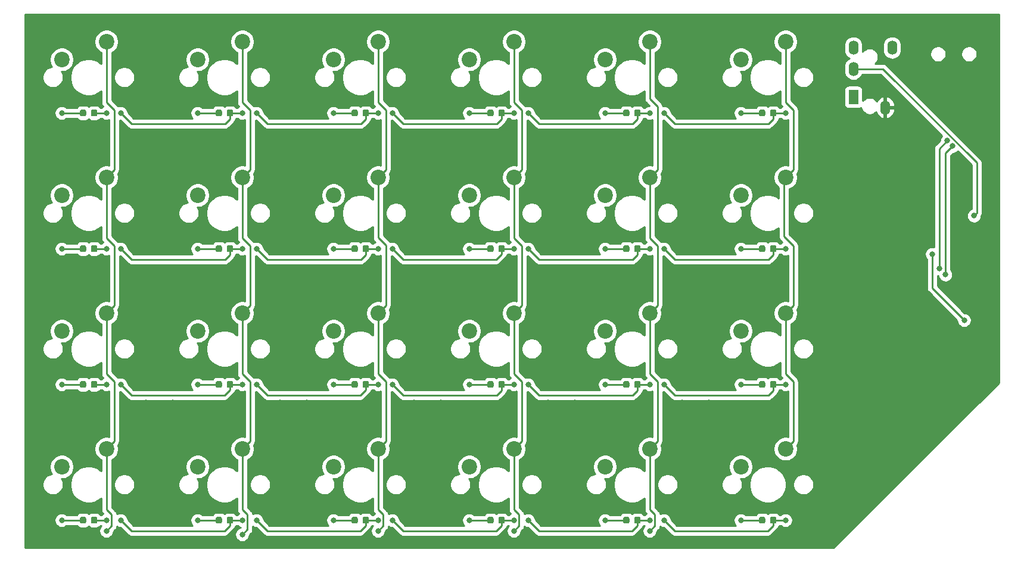
<source format=gbl>
G04 #@! TF.GenerationSoftware,KiCad,Pcbnew,(5.1.5)-3*
G04 #@! TF.CreationDate,2020-01-02T00:08:27-06:00*
G04 #@! TF.ProjectId,untitled-keyboard-project,756e7469-746c-4656-942d-6b6579626f61,rev?*
G04 #@! TF.SameCoordinates,Original*
G04 #@! TF.FileFunction,Copper,L2,Bot*
G04 #@! TF.FilePolarity,Positive*
%FSLAX46Y46*%
G04 Gerber Fmt 4.6, Leading zero omitted, Abs format (unit mm)*
G04 Created by KiCad (PCBNEW (5.1.5)-3) date 2020-01-02 00:08:27*
%MOMM*%
%LPD*%
G04 APERTURE LIST*
%ADD10C,2.200000*%
%ADD11O,1.400000X2.000000*%
%ADD12R,1.400000X2.000000*%
%ADD13C,0.100000*%
%ADD14C,0.800000*%
%ADD15C,0.250000*%
%ADD16C,0.254000*%
G04 APERTURE END LIST*
D10*
X127254000Y-105664000D03*
X133604000Y-103124000D03*
D11*
X181864000Y-46086000D03*
X181864000Y-49086000D03*
D12*
X181864000Y-53086000D03*
D11*
X186364000Y-54586000D03*
X187364000Y-46086000D03*
G04 #@! TA.AperFunction,SMDPad,CuDef*
D13*
G36*
X72604691Y-54898053D02*
G01*
X72625926Y-54901203D01*
X72646750Y-54906419D01*
X72666962Y-54913651D01*
X72686368Y-54922830D01*
X72704781Y-54933866D01*
X72722024Y-54946654D01*
X72737930Y-54961070D01*
X72752346Y-54976976D01*
X72765134Y-54994219D01*
X72776170Y-55012632D01*
X72785349Y-55032038D01*
X72792581Y-55052250D01*
X72797797Y-55073074D01*
X72800947Y-55094309D01*
X72802000Y-55115750D01*
X72802000Y-55628250D01*
X72800947Y-55649691D01*
X72797797Y-55670926D01*
X72792581Y-55691750D01*
X72785349Y-55711962D01*
X72776170Y-55731368D01*
X72765134Y-55749781D01*
X72752346Y-55767024D01*
X72737930Y-55782930D01*
X72722024Y-55797346D01*
X72704781Y-55810134D01*
X72686368Y-55821170D01*
X72666962Y-55830349D01*
X72646750Y-55837581D01*
X72625926Y-55842797D01*
X72604691Y-55845947D01*
X72583250Y-55847000D01*
X72145750Y-55847000D01*
X72124309Y-55845947D01*
X72103074Y-55842797D01*
X72082250Y-55837581D01*
X72062038Y-55830349D01*
X72042632Y-55821170D01*
X72024219Y-55810134D01*
X72006976Y-55797346D01*
X71991070Y-55782930D01*
X71976654Y-55767024D01*
X71963866Y-55749781D01*
X71952830Y-55731368D01*
X71943651Y-55711962D01*
X71936419Y-55691750D01*
X71931203Y-55670926D01*
X71928053Y-55649691D01*
X71927000Y-55628250D01*
X71927000Y-55115750D01*
X71928053Y-55094309D01*
X71931203Y-55073074D01*
X71936419Y-55052250D01*
X71943651Y-55032038D01*
X71952830Y-55012632D01*
X71963866Y-54994219D01*
X71976654Y-54976976D01*
X71991070Y-54961070D01*
X72006976Y-54946654D01*
X72024219Y-54933866D01*
X72042632Y-54922830D01*
X72062038Y-54913651D01*
X72082250Y-54906419D01*
X72103074Y-54901203D01*
X72124309Y-54898053D01*
X72145750Y-54897000D01*
X72583250Y-54897000D01*
X72604691Y-54898053D01*
G37*
G04 #@! TD.AperFunction*
G04 #@! TA.AperFunction,SMDPad,CuDef*
G36*
X74179691Y-54898053D02*
G01*
X74200926Y-54901203D01*
X74221750Y-54906419D01*
X74241962Y-54913651D01*
X74261368Y-54922830D01*
X74279781Y-54933866D01*
X74297024Y-54946654D01*
X74312930Y-54961070D01*
X74327346Y-54976976D01*
X74340134Y-54994219D01*
X74351170Y-55012632D01*
X74360349Y-55032038D01*
X74367581Y-55052250D01*
X74372797Y-55073074D01*
X74375947Y-55094309D01*
X74377000Y-55115750D01*
X74377000Y-55628250D01*
X74375947Y-55649691D01*
X74372797Y-55670926D01*
X74367581Y-55691750D01*
X74360349Y-55711962D01*
X74351170Y-55731368D01*
X74340134Y-55749781D01*
X74327346Y-55767024D01*
X74312930Y-55782930D01*
X74297024Y-55797346D01*
X74279781Y-55810134D01*
X74261368Y-55821170D01*
X74241962Y-55830349D01*
X74221750Y-55837581D01*
X74200926Y-55842797D01*
X74179691Y-55845947D01*
X74158250Y-55847000D01*
X73720750Y-55847000D01*
X73699309Y-55845947D01*
X73678074Y-55842797D01*
X73657250Y-55837581D01*
X73637038Y-55830349D01*
X73617632Y-55821170D01*
X73599219Y-55810134D01*
X73581976Y-55797346D01*
X73566070Y-55782930D01*
X73551654Y-55767024D01*
X73538866Y-55749781D01*
X73527830Y-55731368D01*
X73518651Y-55711962D01*
X73511419Y-55691750D01*
X73506203Y-55670926D01*
X73503053Y-55649691D01*
X73502000Y-55628250D01*
X73502000Y-55115750D01*
X73503053Y-55094309D01*
X73506203Y-55073074D01*
X73511419Y-55052250D01*
X73518651Y-55032038D01*
X73527830Y-55012632D01*
X73538866Y-54994219D01*
X73551654Y-54976976D01*
X73566070Y-54961070D01*
X73581976Y-54946654D01*
X73599219Y-54933866D01*
X73617632Y-54922830D01*
X73637038Y-54913651D01*
X73657250Y-54906419D01*
X73678074Y-54901203D01*
X73699309Y-54898053D01*
X73720750Y-54897000D01*
X74158250Y-54897000D01*
X74179691Y-54898053D01*
G37*
G04 #@! TD.AperFunction*
G04 #@! TA.AperFunction,SMDPad,CuDef*
G36*
X91908691Y-54898053D02*
G01*
X91929926Y-54901203D01*
X91950750Y-54906419D01*
X91970962Y-54913651D01*
X91990368Y-54922830D01*
X92008781Y-54933866D01*
X92026024Y-54946654D01*
X92041930Y-54961070D01*
X92056346Y-54976976D01*
X92069134Y-54994219D01*
X92080170Y-55012632D01*
X92089349Y-55032038D01*
X92096581Y-55052250D01*
X92101797Y-55073074D01*
X92104947Y-55094309D01*
X92106000Y-55115750D01*
X92106000Y-55628250D01*
X92104947Y-55649691D01*
X92101797Y-55670926D01*
X92096581Y-55691750D01*
X92089349Y-55711962D01*
X92080170Y-55731368D01*
X92069134Y-55749781D01*
X92056346Y-55767024D01*
X92041930Y-55782930D01*
X92026024Y-55797346D01*
X92008781Y-55810134D01*
X91990368Y-55821170D01*
X91970962Y-55830349D01*
X91950750Y-55837581D01*
X91929926Y-55842797D01*
X91908691Y-55845947D01*
X91887250Y-55847000D01*
X91449750Y-55847000D01*
X91428309Y-55845947D01*
X91407074Y-55842797D01*
X91386250Y-55837581D01*
X91366038Y-55830349D01*
X91346632Y-55821170D01*
X91328219Y-55810134D01*
X91310976Y-55797346D01*
X91295070Y-55782930D01*
X91280654Y-55767024D01*
X91267866Y-55749781D01*
X91256830Y-55731368D01*
X91247651Y-55711962D01*
X91240419Y-55691750D01*
X91235203Y-55670926D01*
X91232053Y-55649691D01*
X91231000Y-55628250D01*
X91231000Y-55115750D01*
X91232053Y-55094309D01*
X91235203Y-55073074D01*
X91240419Y-55052250D01*
X91247651Y-55032038D01*
X91256830Y-55012632D01*
X91267866Y-54994219D01*
X91280654Y-54976976D01*
X91295070Y-54961070D01*
X91310976Y-54946654D01*
X91328219Y-54933866D01*
X91346632Y-54922830D01*
X91366038Y-54913651D01*
X91386250Y-54906419D01*
X91407074Y-54901203D01*
X91428309Y-54898053D01*
X91449750Y-54897000D01*
X91887250Y-54897000D01*
X91908691Y-54898053D01*
G37*
G04 #@! TD.AperFunction*
G04 #@! TA.AperFunction,SMDPad,CuDef*
G36*
X93483691Y-54898053D02*
G01*
X93504926Y-54901203D01*
X93525750Y-54906419D01*
X93545962Y-54913651D01*
X93565368Y-54922830D01*
X93583781Y-54933866D01*
X93601024Y-54946654D01*
X93616930Y-54961070D01*
X93631346Y-54976976D01*
X93644134Y-54994219D01*
X93655170Y-55012632D01*
X93664349Y-55032038D01*
X93671581Y-55052250D01*
X93676797Y-55073074D01*
X93679947Y-55094309D01*
X93681000Y-55115750D01*
X93681000Y-55628250D01*
X93679947Y-55649691D01*
X93676797Y-55670926D01*
X93671581Y-55691750D01*
X93664349Y-55711962D01*
X93655170Y-55731368D01*
X93644134Y-55749781D01*
X93631346Y-55767024D01*
X93616930Y-55782930D01*
X93601024Y-55797346D01*
X93583781Y-55810134D01*
X93565368Y-55821170D01*
X93545962Y-55830349D01*
X93525750Y-55837581D01*
X93504926Y-55842797D01*
X93483691Y-55845947D01*
X93462250Y-55847000D01*
X93024750Y-55847000D01*
X93003309Y-55845947D01*
X92982074Y-55842797D01*
X92961250Y-55837581D01*
X92941038Y-55830349D01*
X92921632Y-55821170D01*
X92903219Y-55810134D01*
X92885976Y-55797346D01*
X92870070Y-55782930D01*
X92855654Y-55767024D01*
X92842866Y-55749781D01*
X92831830Y-55731368D01*
X92822651Y-55711962D01*
X92815419Y-55691750D01*
X92810203Y-55670926D01*
X92807053Y-55649691D01*
X92806000Y-55628250D01*
X92806000Y-55115750D01*
X92807053Y-55094309D01*
X92810203Y-55073074D01*
X92815419Y-55052250D01*
X92822651Y-55032038D01*
X92831830Y-55012632D01*
X92842866Y-54994219D01*
X92855654Y-54976976D01*
X92870070Y-54961070D01*
X92885976Y-54946654D01*
X92903219Y-54933866D01*
X92921632Y-54922830D01*
X92941038Y-54913651D01*
X92961250Y-54906419D01*
X92982074Y-54901203D01*
X93003309Y-54898053D01*
X93024750Y-54897000D01*
X93462250Y-54897000D01*
X93483691Y-54898053D01*
G37*
G04 #@! TD.AperFunction*
G04 #@! TA.AperFunction,SMDPad,CuDef*
G36*
X111212691Y-54898053D02*
G01*
X111233926Y-54901203D01*
X111254750Y-54906419D01*
X111274962Y-54913651D01*
X111294368Y-54922830D01*
X111312781Y-54933866D01*
X111330024Y-54946654D01*
X111345930Y-54961070D01*
X111360346Y-54976976D01*
X111373134Y-54994219D01*
X111384170Y-55012632D01*
X111393349Y-55032038D01*
X111400581Y-55052250D01*
X111405797Y-55073074D01*
X111408947Y-55094309D01*
X111410000Y-55115750D01*
X111410000Y-55628250D01*
X111408947Y-55649691D01*
X111405797Y-55670926D01*
X111400581Y-55691750D01*
X111393349Y-55711962D01*
X111384170Y-55731368D01*
X111373134Y-55749781D01*
X111360346Y-55767024D01*
X111345930Y-55782930D01*
X111330024Y-55797346D01*
X111312781Y-55810134D01*
X111294368Y-55821170D01*
X111274962Y-55830349D01*
X111254750Y-55837581D01*
X111233926Y-55842797D01*
X111212691Y-55845947D01*
X111191250Y-55847000D01*
X110753750Y-55847000D01*
X110732309Y-55845947D01*
X110711074Y-55842797D01*
X110690250Y-55837581D01*
X110670038Y-55830349D01*
X110650632Y-55821170D01*
X110632219Y-55810134D01*
X110614976Y-55797346D01*
X110599070Y-55782930D01*
X110584654Y-55767024D01*
X110571866Y-55749781D01*
X110560830Y-55731368D01*
X110551651Y-55711962D01*
X110544419Y-55691750D01*
X110539203Y-55670926D01*
X110536053Y-55649691D01*
X110535000Y-55628250D01*
X110535000Y-55115750D01*
X110536053Y-55094309D01*
X110539203Y-55073074D01*
X110544419Y-55052250D01*
X110551651Y-55032038D01*
X110560830Y-55012632D01*
X110571866Y-54994219D01*
X110584654Y-54976976D01*
X110599070Y-54961070D01*
X110614976Y-54946654D01*
X110632219Y-54933866D01*
X110650632Y-54922830D01*
X110670038Y-54913651D01*
X110690250Y-54906419D01*
X110711074Y-54901203D01*
X110732309Y-54898053D01*
X110753750Y-54897000D01*
X111191250Y-54897000D01*
X111212691Y-54898053D01*
G37*
G04 #@! TD.AperFunction*
G04 #@! TA.AperFunction,SMDPad,CuDef*
G36*
X112787691Y-54898053D02*
G01*
X112808926Y-54901203D01*
X112829750Y-54906419D01*
X112849962Y-54913651D01*
X112869368Y-54922830D01*
X112887781Y-54933866D01*
X112905024Y-54946654D01*
X112920930Y-54961070D01*
X112935346Y-54976976D01*
X112948134Y-54994219D01*
X112959170Y-55012632D01*
X112968349Y-55032038D01*
X112975581Y-55052250D01*
X112980797Y-55073074D01*
X112983947Y-55094309D01*
X112985000Y-55115750D01*
X112985000Y-55628250D01*
X112983947Y-55649691D01*
X112980797Y-55670926D01*
X112975581Y-55691750D01*
X112968349Y-55711962D01*
X112959170Y-55731368D01*
X112948134Y-55749781D01*
X112935346Y-55767024D01*
X112920930Y-55782930D01*
X112905024Y-55797346D01*
X112887781Y-55810134D01*
X112869368Y-55821170D01*
X112849962Y-55830349D01*
X112829750Y-55837581D01*
X112808926Y-55842797D01*
X112787691Y-55845947D01*
X112766250Y-55847000D01*
X112328750Y-55847000D01*
X112307309Y-55845947D01*
X112286074Y-55842797D01*
X112265250Y-55837581D01*
X112245038Y-55830349D01*
X112225632Y-55821170D01*
X112207219Y-55810134D01*
X112189976Y-55797346D01*
X112174070Y-55782930D01*
X112159654Y-55767024D01*
X112146866Y-55749781D01*
X112135830Y-55731368D01*
X112126651Y-55711962D01*
X112119419Y-55691750D01*
X112114203Y-55670926D01*
X112111053Y-55649691D01*
X112110000Y-55628250D01*
X112110000Y-55115750D01*
X112111053Y-55094309D01*
X112114203Y-55073074D01*
X112119419Y-55052250D01*
X112126651Y-55032038D01*
X112135830Y-55012632D01*
X112146866Y-54994219D01*
X112159654Y-54976976D01*
X112174070Y-54961070D01*
X112189976Y-54946654D01*
X112207219Y-54933866D01*
X112225632Y-54922830D01*
X112245038Y-54913651D01*
X112265250Y-54906419D01*
X112286074Y-54901203D01*
X112307309Y-54898053D01*
X112328750Y-54897000D01*
X112766250Y-54897000D01*
X112787691Y-54898053D01*
G37*
G04 #@! TD.AperFunction*
G04 #@! TA.AperFunction,SMDPad,CuDef*
G36*
X130516691Y-54898053D02*
G01*
X130537926Y-54901203D01*
X130558750Y-54906419D01*
X130578962Y-54913651D01*
X130598368Y-54922830D01*
X130616781Y-54933866D01*
X130634024Y-54946654D01*
X130649930Y-54961070D01*
X130664346Y-54976976D01*
X130677134Y-54994219D01*
X130688170Y-55012632D01*
X130697349Y-55032038D01*
X130704581Y-55052250D01*
X130709797Y-55073074D01*
X130712947Y-55094309D01*
X130714000Y-55115750D01*
X130714000Y-55628250D01*
X130712947Y-55649691D01*
X130709797Y-55670926D01*
X130704581Y-55691750D01*
X130697349Y-55711962D01*
X130688170Y-55731368D01*
X130677134Y-55749781D01*
X130664346Y-55767024D01*
X130649930Y-55782930D01*
X130634024Y-55797346D01*
X130616781Y-55810134D01*
X130598368Y-55821170D01*
X130578962Y-55830349D01*
X130558750Y-55837581D01*
X130537926Y-55842797D01*
X130516691Y-55845947D01*
X130495250Y-55847000D01*
X130057750Y-55847000D01*
X130036309Y-55845947D01*
X130015074Y-55842797D01*
X129994250Y-55837581D01*
X129974038Y-55830349D01*
X129954632Y-55821170D01*
X129936219Y-55810134D01*
X129918976Y-55797346D01*
X129903070Y-55782930D01*
X129888654Y-55767024D01*
X129875866Y-55749781D01*
X129864830Y-55731368D01*
X129855651Y-55711962D01*
X129848419Y-55691750D01*
X129843203Y-55670926D01*
X129840053Y-55649691D01*
X129839000Y-55628250D01*
X129839000Y-55115750D01*
X129840053Y-55094309D01*
X129843203Y-55073074D01*
X129848419Y-55052250D01*
X129855651Y-55032038D01*
X129864830Y-55012632D01*
X129875866Y-54994219D01*
X129888654Y-54976976D01*
X129903070Y-54961070D01*
X129918976Y-54946654D01*
X129936219Y-54933866D01*
X129954632Y-54922830D01*
X129974038Y-54913651D01*
X129994250Y-54906419D01*
X130015074Y-54901203D01*
X130036309Y-54898053D01*
X130057750Y-54897000D01*
X130495250Y-54897000D01*
X130516691Y-54898053D01*
G37*
G04 #@! TD.AperFunction*
G04 #@! TA.AperFunction,SMDPad,CuDef*
G36*
X132091691Y-54898053D02*
G01*
X132112926Y-54901203D01*
X132133750Y-54906419D01*
X132153962Y-54913651D01*
X132173368Y-54922830D01*
X132191781Y-54933866D01*
X132209024Y-54946654D01*
X132224930Y-54961070D01*
X132239346Y-54976976D01*
X132252134Y-54994219D01*
X132263170Y-55012632D01*
X132272349Y-55032038D01*
X132279581Y-55052250D01*
X132284797Y-55073074D01*
X132287947Y-55094309D01*
X132289000Y-55115750D01*
X132289000Y-55628250D01*
X132287947Y-55649691D01*
X132284797Y-55670926D01*
X132279581Y-55691750D01*
X132272349Y-55711962D01*
X132263170Y-55731368D01*
X132252134Y-55749781D01*
X132239346Y-55767024D01*
X132224930Y-55782930D01*
X132209024Y-55797346D01*
X132191781Y-55810134D01*
X132173368Y-55821170D01*
X132153962Y-55830349D01*
X132133750Y-55837581D01*
X132112926Y-55842797D01*
X132091691Y-55845947D01*
X132070250Y-55847000D01*
X131632750Y-55847000D01*
X131611309Y-55845947D01*
X131590074Y-55842797D01*
X131569250Y-55837581D01*
X131549038Y-55830349D01*
X131529632Y-55821170D01*
X131511219Y-55810134D01*
X131493976Y-55797346D01*
X131478070Y-55782930D01*
X131463654Y-55767024D01*
X131450866Y-55749781D01*
X131439830Y-55731368D01*
X131430651Y-55711962D01*
X131423419Y-55691750D01*
X131418203Y-55670926D01*
X131415053Y-55649691D01*
X131414000Y-55628250D01*
X131414000Y-55115750D01*
X131415053Y-55094309D01*
X131418203Y-55073074D01*
X131423419Y-55052250D01*
X131430651Y-55032038D01*
X131439830Y-55012632D01*
X131450866Y-54994219D01*
X131463654Y-54976976D01*
X131478070Y-54961070D01*
X131493976Y-54946654D01*
X131511219Y-54933866D01*
X131529632Y-54922830D01*
X131549038Y-54913651D01*
X131569250Y-54906419D01*
X131590074Y-54901203D01*
X131611309Y-54898053D01*
X131632750Y-54897000D01*
X132070250Y-54897000D01*
X132091691Y-54898053D01*
G37*
G04 #@! TD.AperFunction*
G04 #@! TA.AperFunction,SMDPad,CuDef*
G36*
X151395691Y-54898053D02*
G01*
X151416926Y-54901203D01*
X151437750Y-54906419D01*
X151457962Y-54913651D01*
X151477368Y-54922830D01*
X151495781Y-54933866D01*
X151513024Y-54946654D01*
X151528930Y-54961070D01*
X151543346Y-54976976D01*
X151556134Y-54994219D01*
X151567170Y-55012632D01*
X151576349Y-55032038D01*
X151583581Y-55052250D01*
X151588797Y-55073074D01*
X151591947Y-55094309D01*
X151593000Y-55115750D01*
X151593000Y-55628250D01*
X151591947Y-55649691D01*
X151588797Y-55670926D01*
X151583581Y-55691750D01*
X151576349Y-55711962D01*
X151567170Y-55731368D01*
X151556134Y-55749781D01*
X151543346Y-55767024D01*
X151528930Y-55782930D01*
X151513024Y-55797346D01*
X151495781Y-55810134D01*
X151477368Y-55821170D01*
X151457962Y-55830349D01*
X151437750Y-55837581D01*
X151416926Y-55842797D01*
X151395691Y-55845947D01*
X151374250Y-55847000D01*
X150936750Y-55847000D01*
X150915309Y-55845947D01*
X150894074Y-55842797D01*
X150873250Y-55837581D01*
X150853038Y-55830349D01*
X150833632Y-55821170D01*
X150815219Y-55810134D01*
X150797976Y-55797346D01*
X150782070Y-55782930D01*
X150767654Y-55767024D01*
X150754866Y-55749781D01*
X150743830Y-55731368D01*
X150734651Y-55711962D01*
X150727419Y-55691750D01*
X150722203Y-55670926D01*
X150719053Y-55649691D01*
X150718000Y-55628250D01*
X150718000Y-55115750D01*
X150719053Y-55094309D01*
X150722203Y-55073074D01*
X150727419Y-55052250D01*
X150734651Y-55032038D01*
X150743830Y-55012632D01*
X150754866Y-54994219D01*
X150767654Y-54976976D01*
X150782070Y-54961070D01*
X150797976Y-54946654D01*
X150815219Y-54933866D01*
X150833632Y-54922830D01*
X150853038Y-54913651D01*
X150873250Y-54906419D01*
X150894074Y-54901203D01*
X150915309Y-54898053D01*
X150936750Y-54897000D01*
X151374250Y-54897000D01*
X151395691Y-54898053D01*
G37*
G04 #@! TD.AperFunction*
G04 #@! TA.AperFunction,SMDPad,CuDef*
G36*
X149820691Y-54898053D02*
G01*
X149841926Y-54901203D01*
X149862750Y-54906419D01*
X149882962Y-54913651D01*
X149902368Y-54922830D01*
X149920781Y-54933866D01*
X149938024Y-54946654D01*
X149953930Y-54961070D01*
X149968346Y-54976976D01*
X149981134Y-54994219D01*
X149992170Y-55012632D01*
X150001349Y-55032038D01*
X150008581Y-55052250D01*
X150013797Y-55073074D01*
X150016947Y-55094309D01*
X150018000Y-55115750D01*
X150018000Y-55628250D01*
X150016947Y-55649691D01*
X150013797Y-55670926D01*
X150008581Y-55691750D01*
X150001349Y-55711962D01*
X149992170Y-55731368D01*
X149981134Y-55749781D01*
X149968346Y-55767024D01*
X149953930Y-55782930D01*
X149938024Y-55797346D01*
X149920781Y-55810134D01*
X149902368Y-55821170D01*
X149882962Y-55830349D01*
X149862750Y-55837581D01*
X149841926Y-55842797D01*
X149820691Y-55845947D01*
X149799250Y-55847000D01*
X149361750Y-55847000D01*
X149340309Y-55845947D01*
X149319074Y-55842797D01*
X149298250Y-55837581D01*
X149278038Y-55830349D01*
X149258632Y-55821170D01*
X149240219Y-55810134D01*
X149222976Y-55797346D01*
X149207070Y-55782930D01*
X149192654Y-55767024D01*
X149179866Y-55749781D01*
X149168830Y-55731368D01*
X149159651Y-55711962D01*
X149152419Y-55691750D01*
X149147203Y-55670926D01*
X149144053Y-55649691D01*
X149143000Y-55628250D01*
X149143000Y-55115750D01*
X149144053Y-55094309D01*
X149147203Y-55073074D01*
X149152419Y-55052250D01*
X149159651Y-55032038D01*
X149168830Y-55012632D01*
X149179866Y-54994219D01*
X149192654Y-54976976D01*
X149207070Y-54961070D01*
X149222976Y-54946654D01*
X149240219Y-54933866D01*
X149258632Y-54922830D01*
X149278038Y-54913651D01*
X149298250Y-54906419D01*
X149319074Y-54901203D01*
X149340309Y-54898053D01*
X149361750Y-54897000D01*
X149799250Y-54897000D01*
X149820691Y-54898053D01*
G37*
G04 #@! TD.AperFunction*
G04 #@! TA.AperFunction,SMDPad,CuDef*
G36*
X170699691Y-54898053D02*
G01*
X170720926Y-54901203D01*
X170741750Y-54906419D01*
X170761962Y-54913651D01*
X170781368Y-54922830D01*
X170799781Y-54933866D01*
X170817024Y-54946654D01*
X170832930Y-54961070D01*
X170847346Y-54976976D01*
X170860134Y-54994219D01*
X170871170Y-55012632D01*
X170880349Y-55032038D01*
X170887581Y-55052250D01*
X170892797Y-55073074D01*
X170895947Y-55094309D01*
X170897000Y-55115750D01*
X170897000Y-55628250D01*
X170895947Y-55649691D01*
X170892797Y-55670926D01*
X170887581Y-55691750D01*
X170880349Y-55711962D01*
X170871170Y-55731368D01*
X170860134Y-55749781D01*
X170847346Y-55767024D01*
X170832930Y-55782930D01*
X170817024Y-55797346D01*
X170799781Y-55810134D01*
X170781368Y-55821170D01*
X170761962Y-55830349D01*
X170741750Y-55837581D01*
X170720926Y-55842797D01*
X170699691Y-55845947D01*
X170678250Y-55847000D01*
X170240750Y-55847000D01*
X170219309Y-55845947D01*
X170198074Y-55842797D01*
X170177250Y-55837581D01*
X170157038Y-55830349D01*
X170137632Y-55821170D01*
X170119219Y-55810134D01*
X170101976Y-55797346D01*
X170086070Y-55782930D01*
X170071654Y-55767024D01*
X170058866Y-55749781D01*
X170047830Y-55731368D01*
X170038651Y-55711962D01*
X170031419Y-55691750D01*
X170026203Y-55670926D01*
X170023053Y-55649691D01*
X170022000Y-55628250D01*
X170022000Y-55115750D01*
X170023053Y-55094309D01*
X170026203Y-55073074D01*
X170031419Y-55052250D01*
X170038651Y-55032038D01*
X170047830Y-55012632D01*
X170058866Y-54994219D01*
X170071654Y-54976976D01*
X170086070Y-54961070D01*
X170101976Y-54946654D01*
X170119219Y-54933866D01*
X170137632Y-54922830D01*
X170157038Y-54913651D01*
X170177250Y-54906419D01*
X170198074Y-54901203D01*
X170219309Y-54898053D01*
X170240750Y-54897000D01*
X170678250Y-54897000D01*
X170699691Y-54898053D01*
G37*
G04 #@! TD.AperFunction*
G04 #@! TA.AperFunction,SMDPad,CuDef*
G36*
X169124691Y-54898053D02*
G01*
X169145926Y-54901203D01*
X169166750Y-54906419D01*
X169186962Y-54913651D01*
X169206368Y-54922830D01*
X169224781Y-54933866D01*
X169242024Y-54946654D01*
X169257930Y-54961070D01*
X169272346Y-54976976D01*
X169285134Y-54994219D01*
X169296170Y-55012632D01*
X169305349Y-55032038D01*
X169312581Y-55052250D01*
X169317797Y-55073074D01*
X169320947Y-55094309D01*
X169322000Y-55115750D01*
X169322000Y-55628250D01*
X169320947Y-55649691D01*
X169317797Y-55670926D01*
X169312581Y-55691750D01*
X169305349Y-55711962D01*
X169296170Y-55731368D01*
X169285134Y-55749781D01*
X169272346Y-55767024D01*
X169257930Y-55782930D01*
X169242024Y-55797346D01*
X169224781Y-55810134D01*
X169206368Y-55821170D01*
X169186962Y-55830349D01*
X169166750Y-55837581D01*
X169145926Y-55842797D01*
X169124691Y-55845947D01*
X169103250Y-55847000D01*
X168665750Y-55847000D01*
X168644309Y-55845947D01*
X168623074Y-55842797D01*
X168602250Y-55837581D01*
X168582038Y-55830349D01*
X168562632Y-55821170D01*
X168544219Y-55810134D01*
X168526976Y-55797346D01*
X168511070Y-55782930D01*
X168496654Y-55767024D01*
X168483866Y-55749781D01*
X168472830Y-55731368D01*
X168463651Y-55711962D01*
X168456419Y-55691750D01*
X168451203Y-55670926D01*
X168448053Y-55649691D01*
X168447000Y-55628250D01*
X168447000Y-55115750D01*
X168448053Y-55094309D01*
X168451203Y-55073074D01*
X168456419Y-55052250D01*
X168463651Y-55032038D01*
X168472830Y-55012632D01*
X168483866Y-54994219D01*
X168496654Y-54976976D01*
X168511070Y-54961070D01*
X168526976Y-54946654D01*
X168544219Y-54933866D01*
X168562632Y-54922830D01*
X168582038Y-54913651D01*
X168602250Y-54906419D01*
X168623074Y-54901203D01*
X168644309Y-54898053D01*
X168665750Y-54897000D01*
X169103250Y-54897000D01*
X169124691Y-54898053D01*
G37*
G04 #@! TD.AperFunction*
G04 #@! TA.AperFunction,SMDPad,CuDef*
G36*
X74179691Y-74202053D02*
G01*
X74200926Y-74205203D01*
X74221750Y-74210419D01*
X74241962Y-74217651D01*
X74261368Y-74226830D01*
X74279781Y-74237866D01*
X74297024Y-74250654D01*
X74312930Y-74265070D01*
X74327346Y-74280976D01*
X74340134Y-74298219D01*
X74351170Y-74316632D01*
X74360349Y-74336038D01*
X74367581Y-74356250D01*
X74372797Y-74377074D01*
X74375947Y-74398309D01*
X74377000Y-74419750D01*
X74377000Y-74932250D01*
X74375947Y-74953691D01*
X74372797Y-74974926D01*
X74367581Y-74995750D01*
X74360349Y-75015962D01*
X74351170Y-75035368D01*
X74340134Y-75053781D01*
X74327346Y-75071024D01*
X74312930Y-75086930D01*
X74297024Y-75101346D01*
X74279781Y-75114134D01*
X74261368Y-75125170D01*
X74241962Y-75134349D01*
X74221750Y-75141581D01*
X74200926Y-75146797D01*
X74179691Y-75149947D01*
X74158250Y-75151000D01*
X73720750Y-75151000D01*
X73699309Y-75149947D01*
X73678074Y-75146797D01*
X73657250Y-75141581D01*
X73637038Y-75134349D01*
X73617632Y-75125170D01*
X73599219Y-75114134D01*
X73581976Y-75101346D01*
X73566070Y-75086930D01*
X73551654Y-75071024D01*
X73538866Y-75053781D01*
X73527830Y-75035368D01*
X73518651Y-75015962D01*
X73511419Y-74995750D01*
X73506203Y-74974926D01*
X73503053Y-74953691D01*
X73502000Y-74932250D01*
X73502000Y-74419750D01*
X73503053Y-74398309D01*
X73506203Y-74377074D01*
X73511419Y-74356250D01*
X73518651Y-74336038D01*
X73527830Y-74316632D01*
X73538866Y-74298219D01*
X73551654Y-74280976D01*
X73566070Y-74265070D01*
X73581976Y-74250654D01*
X73599219Y-74237866D01*
X73617632Y-74226830D01*
X73637038Y-74217651D01*
X73657250Y-74210419D01*
X73678074Y-74205203D01*
X73699309Y-74202053D01*
X73720750Y-74201000D01*
X74158250Y-74201000D01*
X74179691Y-74202053D01*
G37*
G04 #@! TD.AperFunction*
G04 #@! TA.AperFunction,SMDPad,CuDef*
G36*
X72604691Y-74202053D02*
G01*
X72625926Y-74205203D01*
X72646750Y-74210419D01*
X72666962Y-74217651D01*
X72686368Y-74226830D01*
X72704781Y-74237866D01*
X72722024Y-74250654D01*
X72737930Y-74265070D01*
X72752346Y-74280976D01*
X72765134Y-74298219D01*
X72776170Y-74316632D01*
X72785349Y-74336038D01*
X72792581Y-74356250D01*
X72797797Y-74377074D01*
X72800947Y-74398309D01*
X72802000Y-74419750D01*
X72802000Y-74932250D01*
X72800947Y-74953691D01*
X72797797Y-74974926D01*
X72792581Y-74995750D01*
X72785349Y-75015962D01*
X72776170Y-75035368D01*
X72765134Y-75053781D01*
X72752346Y-75071024D01*
X72737930Y-75086930D01*
X72722024Y-75101346D01*
X72704781Y-75114134D01*
X72686368Y-75125170D01*
X72666962Y-75134349D01*
X72646750Y-75141581D01*
X72625926Y-75146797D01*
X72604691Y-75149947D01*
X72583250Y-75151000D01*
X72145750Y-75151000D01*
X72124309Y-75149947D01*
X72103074Y-75146797D01*
X72082250Y-75141581D01*
X72062038Y-75134349D01*
X72042632Y-75125170D01*
X72024219Y-75114134D01*
X72006976Y-75101346D01*
X71991070Y-75086930D01*
X71976654Y-75071024D01*
X71963866Y-75053781D01*
X71952830Y-75035368D01*
X71943651Y-75015962D01*
X71936419Y-74995750D01*
X71931203Y-74974926D01*
X71928053Y-74953691D01*
X71927000Y-74932250D01*
X71927000Y-74419750D01*
X71928053Y-74398309D01*
X71931203Y-74377074D01*
X71936419Y-74356250D01*
X71943651Y-74336038D01*
X71952830Y-74316632D01*
X71963866Y-74298219D01*
X71976654Y-74280976D01*
X71991070Y-74265070D01*
X72006976Y-74250654D01*
X72024219Y-74237866D01*
X72042632Y-74226830D01*
X72062038Y-74217651D01*
X72082250Y-74210419D01*
X72103074Y-74205203D01*
X72124309Y-74202053D01*
X72145750Y-74201000D01*
X72583250Y-74201000D01*
X72604691Y-74202053D01*
G37*
G04 #@! TD.AperFunction*
G04 #@! TA.AperFunction,SMDPad,CuDef*
G36*
X91908691Y-74202053D02*
G01*
X91929926Y-74205203D01*
X91950750Y-74210419D01*
X91970962Y-74217651D01*
X91990368Y-74226830D01*
X92008781Y-74237866D01*
X92026024Y-74250654D01*
X92041930Y-74265070D01*
X92056346Y-74280976D01*
X92069134Y-74298219D01*
X92080170Y-74316632D01*
X92089349Y-74336038D01*
X92096581Y-74356250D01*
X92101797Y-74377074D01*
X92104947Y-74398309D01*
X92106000Y-74419750D01*
X92106000Y-74932250D01*
X92104947Y-74953691D01*
X92101797Y-74974926D01*
X92096581Y-74995750D01*
X92089349Y-75015962D01*
X92080170Y-75035368D01*
X92069134Y-75053781D01*
X92056346Y-75071024D01*
X92041930Y-75086930D01*
X92026024Y-75101346D01*
X92008781Y-75114134D01*
X91990368Y-75125170D01*
X91970962Y-75134349D01*
X91950750Y-75141581D01*
X91929926Y-75146797D01*
X91908691Y-75149947D01*
X91887250Y-75151000D01*
X91449750Y-75151000D01*
X91428309Y-75149947D01*
X91407074Y-75146797D01*
X91386250Y-75141581D01*
X91366038Y-75134349D01*
X91346632Y-75125170D01*
X91328219Y-75114134D01*
X91310976Y-75101346D01*
X91295070Y-75086930D01*
X91280654Y-75071024D01*
X91267866Y-75053781D01*
X91256830Y-75035368D01*
X91247651Y-75015962D01*
X91240419Y-74995750D01*
X91235203Y-74974926D01*
X91232053Y-74953691D01*
X91231000Y-74932250D01*
X91231000Y-74419750D01*
X91232053Y-74398309D01*
X91235203Y-74377074D01*
X91240419Y-74356250D01*
X91247651Y-74336038D01*
X91256830Y-74316632D01*
X91267866Y-74298219D01*
X91280654Y-74280976D01*
X91295070Y-74265070D01*
X91310976Y-74250654D01*
X91328219Y-74237866D01*
X91346632Y-74226830D01*
X91366038Y-74217651D01*
X91386250Y-74210419D01*
X91407074Y-74205203D01*
X91428309Y-74202053D01*
X91449750Y-74201000D01*
X91887250Y-74201000D01*
X91908691Y-74202053D01*
G37*
G04 #@! TD.AperFunction*
G04 #@! TA.AperFunction,SMDPad,CuDef*
G36*
X93483691Y-74202053D02*
G01*
X93504926Y-74205203D01*
X93525750Y-74210419D01*
X93545962Y-74217651D01*
X93565368Y-74226830D01*
X93583781Y-74237866D01*
X93601024Y-74250654D01*
X93616930Y-74265070D01*
X93631346Y-74280976D01*
X93644134Y-74298219D01*
X93655170Y-74316632D01*
X93664349Y-74336038D01*
X93671581Y-74356250D01*
X93676797Y-74377074D01*
X93679947Y-74398309D01*
X93681000Y-74419750D01*
X93681000Y-74932250D01*
X93679947Y-74953691D01*
X93676797Y-74974926D01*
X93671581Y-74995750D01*
X93664349Y-75015962D01*
X93655170Y-75035368D01*
X93644134Y-75053781D01*
X93631346Y-75071024D01*
X93616930Y-75086930D01*
X93601024Y-75101346D01*
X93583781Y-75114134D01*
X93565368Y-75125170D01*
X93545962Y-75134349D01*
X93525750Y-75141581D01*
X93504926Y-75146797D01*
X93483691Y-75149947D01*
X93462250Y-75151000D01*
X93024750Y-75151000D01*
X93003309Y-75149947D01*
X92982074Y-75146797D01*
X92961250Y-75141581D01*
X92941038Y-75134349D01*
X92921632Y-75125170D01*
X92903219Y-75114134D01*
X92885976Y-75101346D01*
X92870070Y-75086930D01*
X92855654Y-75071024D01*
X92842866Y-75053781D01*
X92831830Y-75035368D01*
X92822651Y-75015962D01*
X92815419Y-74995750D01*
X92810203Y-74974926D01*
X92807053Y-74953691D01*
X92806000Y-74932250D01*
X92806000Y-74419750D01*
X92807053Y-74398309D01*
X92810203Y-74377074D01*
X92815419Y-74356250D01*
X92822651Y-74336038D01*
X92831830Y-74316632D01*
X92842866Y-74298219D01*
X92855654Y-74280976D01*
X92870070Y-74265070D01*
X92885976Y-74250654D01*
X92903219Y-74237866D01*
X92921632Y-74226830D01*
X92941038Y-74217651D01*
X92961250Y-74210419D01*
X92982074Y-74205203D01*
X93003309Y-74202053D01*
X93024750Y-74201000D01*
X93462250Y-74201000D01*
X93483691Y-74202053D01*
G37*
G04 #@! TD.AperFunction*
G04 #@! TA.AperFunction,SMDPad,CuDef*
G36*
X111212691Y-74202053D02*
G01*
X111233926Y-74205203D01*
X111254750Y-74210419D01*
X111274962Y-74217651D01*
X111294368Y-74226830D01*
X111312781Y-74237866D01*
X111330024Y-74250654D01*
X111345930Y-74265070D01*
X111360346Y-74280976D01*
X111373134Y-74298219D01*
X111384170Y-74316632D01*
X111393349Y-74336038D01*
X111400581Y-74356250D01*
X111405797Y-74377074D01*
X111408947Y-74398309D01*
X111410000Y-74419750D01*
X111410000Y-74932250D01*
X111408947Y-74953691D01*
X111405797Y-74974926D01*
X111400581Y-74995750D01*
X111393349Y-75015962D01*
X111384170Y-75035368D01*
X111373134Y-75053781D01*
X111360346Y-75071024D01*
X111345930Y-75086930D01*
X111330024Y-75101346D01*
X111312781Y-75114134D01*
X111294368Y-75125170D01*
X111274962Y-75134349D01*
X111254750Y-75141581D01*
X111233926Y-75146797D01*
X111212691Y-75149947D01*
X111191250Y-75151000D01*
X110753750Y-75151000D01*
X110732309Y-75149947D01*
X110711074Y-75146797D01*
X110690250Y-75141581D01*
X110670038Y-75134349D01*
X110650632Y-75125170D01*
X110632219Y-75114134D01*
X110614976Y-75101346D01*
X110599070Y-75086930D01*
X110584654Y-75071024D01*
X110571866Y-75053781D01*
X110560830Y-75035368D01*
X110551651Y-75015962D01*
X110544419Y-74995750D01*
X110539203Y-74974926D01*
X110536053Y-74953691D01*
X110535000Y-74932250D01*
X110535000Y-74419750D01*
X110536053Y-74398309D01*
X110539203Y-74377074D01*
X110544419Y-74356250D01*
X110551651Y-74336038D01*
X110560830Y-74316632D01*
X110571866Y-74298219D01*
X110584654Y-74280976D01*
X110599070Y-74265070D01*
X110614976Y-74250654D01*
X110632219Y-74237866D01*
X110650632Y-74226830D01*
X110670038Y-74217651D01*
X110690250Y-74210419D01*
X110711074Y-74205203D01*
X110732309Y-74202053D01*
X110753750Y-74201000D01*
X111191250Y-74201000D01*
X111212691Y-74202053D01*
G37*
G04 #@! TD.AperFunction*
G04 #@! TA.AperFunction,SMDPad,CuDef*
G36*
X112787691Y-74202053D02*
G01*
X112808926Y-74205203D01*
X112829750Y-74210419D01*
X112849962Y-74217651D01*
X112869368Y-74226830D01*
X112887781Y-74237866D01*
X112905024Y-74250654D01*
X112920930Y-74265070D01*
X112935346Y-74280976D01*
X112948134Y-74298219D01*
X112959170Y-74316632D01*
X112968349Y-74336038D01*
X112975581Y-74356250D01*
X112980797Y-74377074D01*
X112983947Y-74398309D01*
X112985000Y-74419750D01*
X112985000Y-74932250D01*
X112983947Y-74953691D01*
X112980797Y-74974926D01*
X112975581Y-74995750D01*
X112968349Y-75015962D01*
X112959170Y-75035368D01*
X112948134Y-75053781D01*
X112935346Y-75071024D01*
X112920930Y-75086930D01*
X112905024Y-75101346D01*
X112887781Y-75114134D01*
X112869368Y-75125170D01*
X112849962Y-75134349D01*
X112829750Y-75141581D01*
X112808926Y-75146797D01*
X112787691Y-75149947D01*
X112766250Y-75151000D01*
X112328750Y-75151000D01*
X112307309Y-75149947D01*
X112286074Y-75146797D01*
X112265250Y-75141581D01*
X112245038Y-75134349D01*
X112225632Y-75125170D01*
X112207219Y-75114134D01*
X112189976Y-75101346D01*
X112174070Y-75086930D01*
X112159654Y-75071024D01*
X112146866Y-75053781D01*
X112135830Y-75035368D01*
X112126651Y-75015962D01*
X112119419Y-74995750D01*
X112114203Y-74974926D01*
X112111053Y-74953691D01*
X112110000Y-74932250D01*
X112110000Y-74419750D01*
X112111053Y-74398309D01*
X112114203Y-74377074D01*
X112119419Y-74356250D01*
X112126651Y-74336038D01*
X112135830Y-74316632D01*
X112146866Y-74298219D01*
X112159654Y-74280976D01*
X112174070Y-74265070D01*
X112189976Y-74250654D01*
X112207219Y-74237866D01*
X112225632Y-74226830D01*
X112245038Y-74217651D01*
X112265250Y-74210419D01*
X112286074Y-74205203D01*
X112307309Y-74202053D01*
X112328750Y-74201000D01*
X112766250Y-74201000D01*
X112787691Y-74202053D01*
G37*
G04 #@! TD.AperFunction*
G04 #@! TA.AperFunction,SMDPad,CuDef*
G36*
X130516691Y-74202053D02*
G01*
X130537926Y-74205203D01*
X130558750Y-74210419D01*
X130578962Y-74217651D01*
X130598368Y-74226830D01*
X130616781Y-74237866D01*
X130634024Y-74250654D01*
X130649930Y-74265070D01*
X130664346Y-74280976D01*
X130677134Y-74298219D01*
X130688170Y-74316632D01*
X130697349Y-74336038D01*
X130704581Y-74356250D01*
X130709797Y-74377074D01*
X130712947Y-74398309D01*
X130714000Y-74419750D01*
X130714000Y-74932250D01*
X130712947Y-74953691D01*
X130709797Y-74974926D01*
X130704581Y-74995750D01*
X130697349Y-75015962D01*
X130688170Y-75035368D01*
X130677134Y-75053781D01*
X130664346Y-75071024D01*
X130649930Y-75086930D01*
X130634024Y-75101346D01*
X130616781Y-75114134D01*
X130598368Y-75125170D01*
X130578962Y-75134349D01*
X130558750Y-75141581D01*
X130537926Y-75146797D01*
X130516691Y-75149947D01*
X130495250Y-75151000D01*
X130057750Y-75151000D01*
X130036309Y-75149947D01*
X130015074Y-75146797D01*
X129994250Y-75141581D01*
X129974038Y-75134349D01*
X129954632Y-75125170D01*
X129936219Y-75114134D01*
X129918976Y-75101346D01*
X129903070Y-75086930D01*
X129888654Y-75071024D01*
X129875866Y-75053781D01*
X129864830Y-75035368D01*
X129855651Y-75015962D01*
X129848419Y-74995750D01*
X129843203Y-74974926D01*
X129840053Y-74953691D01*
X129839000Y-74932250D01*
X129839000Y-74419750D01*
X129840053Y-74398309D01*
X129843203Y-74377074D01*
X129848419Y-74356250D01*
X129855651Y-74336038D01*
X129864830Y-74316632D01*
X129875866Y-74298219D01*
X129888654Y-74280976D01*
X129903070Y-74265070D01*
X129918976Y-74250654D01*
X129936219Y-74237866D01*
X129954632Y-74226830D01*
X129974038Y-74217651D01*
X129994250Y-74210419D01*
X130015074Y-74205203D01*
X130036309Y-74202053D01*
X130057750Y-74201000D01*
X130495250Y-74201000D01*
X130516691Y-74202053D01*
G37*
G04 #@! TD.AperFunction*
G04 #@! TA.AperFunction,SMDPad,CuDef*
G36*
X132091691Y-74202053D02*
G01*
X132112926Y-74205203D01*
X132133750Y-74210419D01*
X132153962Y-74217651D01*
X132173368Y-74226830D01*
X132191781Y-74237866D01*
X132209024Y-74250654D01*
X132224930Y-74265070D01*
X132239346Y-74280976D01*
X132252134Y-74298219D01*
X132263170Y-74316632D01*
X132272349Y-74336038D01*
X132279581Y-74356250D01*
X132284797Y-74377074D01*
X132287947Y-74398309D01*
X132289000Y-74419750D01*
X132289000Y-74932250D01*
X132287947Y-74953691D01*
X132284797Y-74974926D01*
X132279581Y-74995750D01*
X132272349Y-75015962D01*
X132263170Y-75035368D01*
X132252134Y-75053781D01*
X132239346Y-75071024D01*
X132224930Y-75086930D01*
X132209024Y-75101346D01*
X132191781Y-75114134D01*
X132173368Y-75125170D01*
X132153962Y-75134349D01*
X132133750Y-75141581D01*
X132112926Y-75146797D01*
X132091691Y-75149947D01*
X132070250Y-75151000D01*
X131632750Y-75151000D01*
X131611309Y-75149947D01*
X131590074Y-75146797D01*
X131569250Y-75141581D01*
X131549038Y-75134349D01*
X131529632Y-75125170D01*
X131511219Y-75114134D01*
X131493976Y-75101346D01*
X131478070Y-75086930D01*
X131463654Y-75071024D01*
X131450866Y-75053781D01*
X131439830Y-75035368D01*
X131430651Y-75015962D01*
X131423419Y-74995750D01*
X131418203Y-74974926D01*
X131415053Y-74953691D01*
X131414000Y-74932250D01*
X131414000Y-74419750D01*
X131415053Y-74398309D01*
X131418203Y-74377074D01*
X131423419Y-74356250D01*
X131430651Y-74336038D01*
X131439830Y-74316632D01*
X131450866Y-74298219D01*
X131463654Y-74280976D01*
X131478070Y-74265070D01*
X131493976Y-74250654D01*
X131511219Y-74237866D01*
X131529632Y-74226830D01*
X131549038Y-74217651D01*
X131569250Y-74210419D01*
X131590074Y-74205203D01*
X131611309Y-74202053D01*
X131632750Y-74201000D01*
X132070250Y-74201000D01*
X132091691Y-74202053D01*
G37*
G04 #@! TD.AperFunction*
G04 #@! TA.AperFunction,SMDPad,CuDef*
G36*
X151395691Y-74202053D02*
G01*
X151416926Y-74205203D01*
X151437750Y-74210419D01*
X151457962Y-74217651D01*
X151477368Y-74226830D01*
X151495781Y-74237866D01*
X151513024Y-74250654D01*
X151528930Y-74265070D01*
X151543346Y-74280976D01*
X151556134Y-74298219D01*
X151567170Y-74316632D01*
X151576349Y-74336038D01*
X151583581Y-74356250D01*
X151588797Y-74377074D01*
X151591947Y-74398309D01*
X151593000Y-74419750D01*
X151593000Y-74932250D01*
X151591947Y-74953691D01*
X151588797Y-74974926D01*
X151583581Y-74995750D01*
X151576349Y-75015962D01*
X151567170Y-75035368D01*
X151556134Y-75053781D01*
X151543346Y-75071024D01*
X151528930Y-75086930D01*
X151513024Y-75101346D01*
X151495781Y-75114134D01*
X151477368Y-75125170D01*
X151457962Y-75134349D01*
X151437750Y-75141581D01*
X151416926Y-75146797D01*
X151395691Y-75149947D01*
X151374250Y-75151000D01*
X150936750Y-75151000D01*
X150915309Y-75149947D01*
X150894074Y-75146797D01*
X150873250Y-75141581D01*
X150853038Y-75134349D01*
X150833632Y-75125170D01*
X150815219Y-75114134D01*
X150797976Y-75101346D01*
X150782070Y-75086930D01*
X150767654Y-75071024D01*
X150754866Y-75053781D01*
X150743830Y-75035368D01*
X150734651Y-75015962D01*
X150727419Y-74995750D01*
X150722203Y-74974926D01*
X150719053Y-74953691D01*
X150718000Y-74932250D01*
X150718000Y-74419750D01*
X150719053Y-74398309D01*
X150722203Y-74377074D01*
X150727419Y-74356250D01*
X150734651Y-74336038D01*
X150743830Y-74316632D01*
X150754866Y-74298219D01*
X150767654Y-74280976D01*
X150782070Y-74265070D01*
X150797976Y-74250654D01*
X150815219Y-74237866D01*
X150833632Y-74226830D01*
X150853038Y-74217651D01*
X150873250Y-74210419D01*
X150894074Y-74205203D01*
X150915309Y-74202053D01*
X150936750Y-74201000D01*
X151374250Y-74201000D01*
X151395691Y-74202053D01*
G37*
G04 #@! TD.AperFunction*
G04 #@! TA.AperFunction,SMDPad,CuDef*
G36*
X149820691Y-74202053D02*
G01*
X149841926Y-74205203D01*
X149862750Y-74210419D01*
X149882962Y-74217651D01*
X149902368Y-74226830D01*
X149920781Y-74237866D01*
X149938024Y-74250654D01*
X149953930Y-74265070D01*
X149968346Y-74280976D01*
X149981134Y-74298219D01*
X149992170Y-74316632D01*
X150001349Y-74336038D01*
X150008581Y-74356250D01*
X150013797Y-74377074D01*
X150016947Y-74398309D01*
X150018000Y-74419750D01*
X150018000Y-74932250D01*
X150016947Y-74953691D01*
X150013797Y-74974926D01*
X150008581Y-74995750D01*
X150001349Y-75015962D01*
X149992170Y-75035368D01*
X149981134Y-75053781D01*
X149968346Y-75071024D01*
X149953930Y-75086930D01*
X149938024Y-75101346D01*
X149920781Y-75114134D01*
X149902368Y-75125170D01*
X149882962Y-75134349D01*
X149862750Y-75141581D01*
X149841926Y-75146797D01*
X149820691Y-75149947D01*
X149799250Y-75151000D01*
X149361750Y-75151000D01*
X149340309Y-75149947D01*
X149319074Y-75146797D01*
X149298250Y-75141581D01*
X149278038Y-75134349D01*
X149258632Y-75125170D01*
X149240219Y-75114134D01*
X149222976Y-75101346D01*
X149207070Y-75086930D01*
X149192654Y-75071024D01*
X149179866Y-75053781D01*
X149168830Y-75035368D01*
X149159651Y-75015962D01*
X149152419Y-74995750D01*
X149147203Y-74974926D01*
X149144053Y-74953691D01*
X149143000Y-74932250D01*
X149143000Y-74419750D01*
X149144053Y-74398309D01*
X149147203Y-74377074D01*
X149152419Y-74356250D01*
X149159651Y-74336038D01*
X149168830Y-74316632D01*
X149179866Y-74298219D01*
X149192654Y-74280976D01*
X149207070Y-74265070D01*
X149222976Y-74250654D01*
X149240219Y-74237866D01*
X149258632Y-74226830D01*
X149278038Y-74217651D01*
X149298250Y-74210419D01*
X149319074Y-74205203D01*
X149340309Y-74202053D01*
X149361750Y-74201000D01*
X149799250Y-74201000D01*
X149820691Y-74202053D01*
G37*
G04 #@! TD.AperFunction*
G04 #@! TA.AperFunction,SMDPad,CuDef*
G36*
X170699691Y-74202053D02*
G01*
X170720926Y-74205203D01*
X170741750Y-74210419D01*
X170761962Y-74217651D01*
X170781368Y-74226830D01*
X170799781Y-74237866D01*
X170817024Y-74250654D01*
X170832930Y-74265070D01*
X170847346Y-74280976D01*
X170860134Y-74298219D01*
X170871170Y-74316632D01*
X170880349Y-74336038D01*
X170887581Y-74356250D01*
X170892797Y-74377074D01*
X170895947Y-74398309D01*
X170897000Y-74419750D01*
X170897000Y-74932250D01*
X170895947Y-74953691D01*
X170892797Y-74974926D01*
X170887581Y-74995750D01*
X170880349Y-75015962D01*
X170871170Y-75035368D01*
X170860134Y-75053781D01*
X170847346Y-75071024D01*
X170832930Y-75086930D01*
X170817024Y-75101346D01*
X170799781Y-75114134D01*
X170781368Y-75125170D01*
X170761962Y-75134349D01*
X170741750Y-75141581D01*
X170720926Y-75146797D01*
X170699691Y-75149947D01*
X170678250Y-75151000D01*
X170240750Y-75151000D01*
X170219309Y-75149947D01*
X170198074Y-75146797D01*
X170177250Y-75141581D01*
X170157038Y-75134349D01*
X170137632Y-75125170D01*
X170119219Y-75114134D01*
X170101976Y-75101346D01*
X170086070Y-75086930D01*
X170071654Y-75071024D01*
X170058866Y-75053781D01*
X170047830Y-75035368D01*
X170038651Y-75015962D01*
X170031419Y-74995750D01*
X170026203Y-74974926D01*
X170023053Y-74953691D01*
X170022000Y-74932250D01*
X170022000Y-74419750D01*
X170023053Y-74398309D01*
X170026203Y-74377074D01*
X170031419Y-74356250D01*
X170038651Y-74336038D01*
X170047830Y-74316632D01*
X170058866Y-74298219D01*
X170071654Y-74280976D01*
X170086070Y-74265070D01*
X170101976Y-74250654D01*
X170119219Y-74237866D01*
X170137632Y-74226830D01*
X170157038Y-74217651D01*
X170177250Y-74210419D01*
X170198074Y-74205203D01*
X170219309Y-74202053D01*
X170240750Y-74201000D01*
X170678250Y-74201000D01*
X170699691Y-74202053D01*
G37*
G04 #@! TD.AperFunction*
G04 #@! TA.AperFunction,SMDPad,CuDef*
G36*
X169124691Y-74202053D02*
G01*
X169145926Y-74205203D01*
X169166750Y-74210419D01*
X169186962Y-74217651D01*
X169206368Y-74226830D01*
X169224781Y-74237866D01*
X169242024Y-74250654D01*
X169257930Y-74265070D01*
X169272346Y-74280976D01*
X169285134Y-74298219D01*
X169296170Y-74316632D01*
X169305349Y-74336038D01*
X169312581Y-74356250D01*
X169317797Y-74377074D01*
X169320947Y-74398309D01*
X169322000Y-74419750D01*
X169322000Y-74932250D01*
X169320947Y-74953691D01*
X169317797Y-74974926D01*
X169312581Y-74995750D01*
X169305349Y-75015962D01*
X169296170Y-75035368D01*
X169285134Y-75053781D01*
X169272346Y-75071024D01*
X169257930Y-75086930D01*
X169242024Y-75101346D01*
X169224781Y-75114134D01*
X169206368Y-75125170D01*
X169186962Y-75134349D01*
X169166750Y-75141581D01*
X169145926Y-75146797D01*
X169124691Y-75149947D01*
X169103250Y-75151000D01*
X168665750Y-75151000D01*
X168644309Y-75149947D01*
X168623074Y-75146797D01*
X168602250Y-75141581D01*
X168582038Y-75134349D01*
X168562632Y-75125170D01*
X168544219Y-75114134D01*
X168526976Y-75101346D01*
X168511070Y-75086930D01*
X168496654Y-75071024D01*
X168483866Y-75053781D01*
X168472830Y-75035368D01*
X168463651Y-75015962D01*
X168456419Y-74995750D01*
X168451203Y-74974926D01*
X168448053Y-74953691D01*
X168447000Y-74932250D01*
X168447000Y-74419750D01*
X168448053Y-74398309D01*
X168451203Y-74377074D01*
X168456419Y-74356250D01*
X168463651Y-74336038D01*
X168472830Y-74316632D01*
X168483866Y-74298219D01*
X168496654Y-74280976D01*
X168511070Y-74265070D01*
X168526976Y-74250654D01*
X168544219Y-74237866D01*
X168562632Y-74226830D01*
X168582038Y-74217651D01*
X168602250Y-74210419D01*
X168623074Y-74205203D01*
X168644309Y-74202053D01*
X168665750Y-74201000D01*
X169103250Y-74201000D01*
X169124691Y-74202053D01*
G37*
G04 #@! TD.AperFunction*
G04 #@! TA.AperFunction,SMDPad,CuDef*
G36*
X74179691Y-93506053D02*
G01*
X74200926Y-93509203D01*
X74221750Y-93514419D01*
X74241962Y-93521651D01*
X74261368Y-93530830D01*
X74279781Y-93541866D01*
X74297024Y-93554654D01*
X74312930Y-93569070D01*
X74327346Y-93584976D01*
X74340134Y-93602219D01*
X74351170Y-93620632D01*
X74360349Y-93640038D01*
X74367581Y-93660250D01*
X74372797Y-93681074D01*
X74375947Y-93702309D01*
X74377000Y-93723750D01*
X74377000Y-94236250D01*
X74375947Y-94257691D01*
X74372797Y-94278926D01*
X74367581Y-94299750D01*
X74360349Y-94319962D01*
X74351170Y-94339368D01*
X74340134Y-94357781D01*
X74327346Y-94375024D01*
X74312930Y-94390930D01*
X74297024Y-94405346D01*
X74279781Y-94418134D01*
X74261368Y-94429170D01*
X74241962Y-94438349D01*
X74221750Y-94445581D01*
X74200926Y-94450797D01*
X74179691Y-94453947D01*
X74158250Y-94455000D01*
X73720750Y-94455000D01*
X73699309Y-94453947D01*
X73678074Y-94450797D01*
X73657250Y-94445581D01*
X73637038Y-94438349D01*
X73617632Y-94429170D01*
X73599219Y-94418134D01*
X73581976Y-94405346D01*
X73566070Y-94390930D01*
X73551654Y-94375024D01*
X73538866Y-94357781D01*
X73527830Y-94339368D01*
X73518651Y-94319962D01*
X73511419Y-94299750D01*
X73506203Y-94278926D01*
X73503053Y-94257691D01*
X73502000Y-94236250D01*
X73502000Y-93723750D01*
X73503053Y-93702309D01*
X73506203Y-93681074D01*
X73511419Y-93660250D01*
X73518651Y-93640038D01*
X73527830Y-93620632D01*
X73538866Y-93602219D01*
X73551654Y-93584976D01*
X73566070Y-93569070D01*
X73581976Y-93554654D01*
X73599219Y-93541866D01*
X73617632Y-93530830D01*
X73637038Y-93521651D01*
X73657250Y-93514419D01*
X73678074Y-93509203D01*
X73699309Y-93506053D01*
X73720750Y-93505000D01*
X74158250Y-93505000D01*
X74179691Y-93506053D01*
G37*
G04 #@! TD.AperFunction*
G04 #@! TA.AperFunction,SMDPad,CuDef*
G36*
X72604691Y-93506053D02*
G01*
X72625926Y-93509203D01*
X72646750Y-93514419D01*
X72666962Y-93521651D01*
X72686368Y-93530830D01*
X72704781Y-93541866D01*
X72722024Y-93554654D01*
X72737930Y-93569070D01*
X72752346Y-93584976D01*
X72765134Y-93602219D01*
X72776170Y-93620632D01*
X72785349Y-93640038D01*
X72792581Y-93660250D01*
X72797797Y-93681074D01*
X72800947Y-93702309D01*
X72802000Y-93723750D01*
X72802000Y-94236250D01*
X72800947Y-94257691D01*
X72797797Y-94278926D01*
X72792581Y-94299750D01*
X72785349Y-94319962D01*
X72776170Y-94339368D01*
X72765134Y-94357781D01*
X72752346Y-94375024D01*
X72737930Y-94390930D01*
X72722024Y-94405346D01*
X72704781Y-94418134D01*
X72686368Y-94429170D01*
X72666962Y-94438349D01*
X72646750Y-94445581D01*
X72625926Y-94450797D01*
X72604691Y-94453947D01*
X72583250Y-94455000D01*
X72145750Y-94455000D01*
X72124309Y-94453947D01*
X72103074Y-94450797D01*
X72082250Y-94445581D01*
X72062038Y-94438349D01*
X72042632Y-94429170D01*
X72024219Y-94418134D01*
X72006976Y-94405346D01*
X71991070Y-94390930D01*
X71976654Y-94375024D01*
X71963866Y-94357781D01*
X71952830Y-94339368D01*
X71943651Y-94319962D01*
X71936419Y-94299750D01*
X71931203Y-94278926D01*
X71928053Y-94257691D01*
X71927000Y-94236250D01*
X71927000Y-93723750D01*
X71928053Y-93702309D01*
X71931203Y-93681074D01*
X71936419Y-93660250D01*
X71943651Y-93640038D01*
X71952830Y-93620632D01*
X71963866Y-93602219D01*
X71976654Y-93584976D01*
X71991070Y-93569070D01*
X72006976Y-93554654D01*
X72024219Y-93541866D01*
X72042632Y-93530830D01*
X72062038Y-93521651D01*
X72082250Y-93514419D01*
X72103074Y-93509203D01*
X72124309Y-93506053D01*
X72145750Y-93505000D01*
X72583250Y-93505000D01*
X72604691Y-93506053D01*
G37*
G04 #@! TD.AperFunction*
G04 #@! TA.AperFunction,SMDPad,CuDef*
G36*
X93483691Y-93506053D02*
G01*
X93504926Y-93509203D01*
X93525750Y-93514419D01*
X93545962Y-93521651D01*
X93565368Y-93530830D01*
X93583781Y-93541866D01*
X93601024Y-93554654D01*
X93616930Y-93569070D01*
X93631346Y-93584976D01*
X93644134Y-93602219D01*
X93655170Y-93620632D01*
X93664349Y-93640038D01*
X93671581Y-93660250D01*
X93676797Y-93681074D01*
X93679947Y-93702309D01*
X93681000Y-93723750D01*
X93681000Y-94236250D01*
X93679947Y-94257691D01*
X93676797Y-94278926D01*
X93671581Y-94299750D01*
X93664349Y-94319962D01*
X93655170Y-94339368D01*
X93644134Y-94357781D01*
X93631346Y-94375024D01*
X93616930Y-94390930D01*
X93601024Y-94405346D01*
X93583781Y-94418134D01*
X93565368Y-94429170D01*
X93545962Y-94438349D01*
X93525750Y-94445581D01*
X93504926Y-94450797D01*
X93483691Y-94453947D01*
X93462250Y-94455000D01*
X93024750Y-94455000D01*
X93003309Y-94453947D01*
X92982074Y-94450797D01*
X92961250Y-94445581D01*
X92941038Y-94438349D01*
X92921632Y-94429170D01*
X92903219Y-94418134D01*
X92885976Y-94405346D01*
X92870070Y-94390930D01*
X92855654Y-94375024D01*
X92842866Y-94357781D01*
X92831830Y-94339368D01*
X92822651Y-94319962D01*
X92815419Y-94299750D01*
X92810203Y-94278926D01*
X92807053Y-94257691D01*
X92806000Y-94236250D01*
X92806000Y-93723750D01*
X92807053Y-93702309D01*
X92810203Y-93681074D01*
X92815419Y-93660250D01*
X92822651Y-93640038D01*
X92831830Y-93620632D01*
X92842866Y-93602219D01*
X92855654Y-93584976D01*
X92870070Y-93569070D01*
X92885976Y-93554654D01*
X92903219Y-93541866D01*
X92921632Y-93530830D01*
X92941038Y-93521651D01*
X92961250Y-93514419D01*
X92982074Y-93509203D01*
X93003309Y-93506053D01*
X93024750Y-93505000D01*
X93462250Y-93505000D01*
X93483691Y-93506053D01*
G37*
G04 #@! TD.AperFunction*
G04 #@! TA.AperFunction,SMDPad,CuDef*
G36*
X91908691Y-93506053D02*
G01*
X91929926Y-93509203D01*
X91950750Y-93514419D01*
X91970962Y-93521651D01*
X91990368Y-93530830D01*
X92008781Y-93541866D01*
X92026024Y-93554654D01*
X92041930Y-93569070D01*
X92056346Y-93584976D01*
X92069134Y-93602219D01*
X92080170Y-93620632D01*
X92089349Y-93640038D01*
X92096581Y-93660250D01*
X92101797Y-93681074D01*
X92104947Y-93702309D01*
X92106000Y-93723750D01*
X92106000Y-94236250D01*
X92104947Y-94257691D01*
X92101797Y-94278926D01*
X92096581Y-94299750D01*
X92089349Y-94319962D01*
X92080170Y-94339368D01*
X92069134Y-94357781D01*
X92056346Y-94375024D01*
X92041930Y-94390930D01*
X92026024Y-94405346D01*
X92008781Y-94418134D01*
X91990368Y-94429170D01*
X91970962Y-94438349D01*
X91950750Y-94445581D01*
X91929926Y-94450797D01*
X91908691Y-94453947D01*
X91887250Y-94455000D01*
X91449750Y-94455000D01*
X91428309Y-94453947D01*
X91407074Y-94450797D01*
X91386250Y-94445581D01*
X91366038Y-94438349D01*
X91346632Y-94429170D01*
X91328219Y-94418134D01*
X91310976Y-94405346D01*
X91295070Y-94390930D01*
X91280654Y-94375024D01*
X91267866Y-94357781D01*
X91256830Y-94339368D01*
X91247651Y-94319962D01*
X91240419Y-94299750D01*
X91235203Y-94278926D01*
X91232053Y-94257691D01*
X91231000Y-94236250D01*
X91231000Y-93723750D01*
X91232053Y-93702309D01*
X91235203Y-93681074D01*
X91240419Y-93660250D01*
X91247651Y-93640038D01*
X91256830Y-93620632D01*
X91267866Y-93602219D01*
X91280654Y-93584976D01*
X91295070Y-93569070D01*
X91310976Y-93554654D01*
X91328219Y-93541866D01*
X91346632Y-93530830D01*
X91366038Y-93521651D01*
X91386250Y-93514419D01*
X91407074Y-93509203D01*
X91428309Y-93506053D01*
X91449750Y-93505000D01*
X91887250Y-93505000D01*
X91908691Y-93506053D01*
G37*
G04 #@! TD.AperFunction*
G04 #@! TA.AperFunction,SMDPad,CuDef*
G36*
X112787691Y-93506053D02*
G01*
X112808926Y-93509203D01*
X112829750Y-93514419D01*
X112849962Y-93521651D01*
X112869368Y-93530830D01*
X112887781Y-93541866D01*
X112905024Y-93554654D01*
X112920930Y-93569070D01*
X112935346Y-93584976D01*
X112948134Y-93602219D01*
X112959170Y-93620632D01*
X112968349Y-93640038D01*
X112975581Y-93660250D01*
X112980797Y-93681074D01*
X112983947Y-93702309D01*
X112985000Y-93723750D01*
X112985000Y-94236250D01*
X112983947Y-94257691D01*
X112980797Y-94278926D01*
X112975581Y-94299750D01*
X112968349Y-94319962D01*
X112959170Y-94339368D01*
X112948134Y-94357781D01*
X112935346Y-94375024D01*
X112920930Y-94390930D01*
X112905024Y-94405346D01*
X112887781Y-94418134D01*
X112869368Y-94429170D01*
X112849962Y-94438349D01*
X112829750Y-94445581D01*
X112808926Y-94450797D01*
X112787691Y-94453947D01*
X112766250Y-94455000D01*
X112328750Y-94455000D01*
X112307309Y-94453947D01*
X112286074Y-94450797D01*
X112265250Y-94445581D01*
X112245038Y-94438349D01*
X112225632Y-94429170D01*
X112207219Y-94418134D01*
X112189976Y-94405346D01*
X112174070Y-94390930D01*
X112159654Y-94375024D01*
X112146866Y-94357781D01*
X112135830Y-94339368D01*
X112126651Y-94319962D01*
X112119419Y-94299750D01*
X112114203Y-94278926D01*
X112111053Y-94257691D01*
X112110000Y-94236250D01*
X112110000Y-93723750D01*
X112111053Y-93702309D01*
X112114203Y-93681074D01*
X112119419Y-93660250D01*
X112126651Y-93640038D01*
X112135830Y-93620632D01*
X112146866Y-93602219D01*
X112159654Y-93584976D01*
X112174070Y-93569070D01*
X112189976Y-93554654D01*
X112207219Y-93541866D01*
X112225632Y-93530830D01*
X112245038Y-93521651D01*
X112265250Y-93514419D01*
X112286074Y-93509203D01*
X112307309Y-93506053D01*
X112328750Y-93505000D01*
X112766250Y-93505000D01*
X112787691Y-93506053D01*
G37*
G04 #@! TD.AperFunction*
G04 #@! TA.AperFunction,SMDPad,CuDef*
G36*
X111212691Y-93506053D02*
G01*
X111233926Y-93509203D01*
X111254750Y-93514419D01*
X111274962Y-93521651D01*
X111294368Y-93530830D01*
X111312781Y-93541866D01*
X111330024Y-93554654D01*
X111345930Y-93569070D01*
X111360346Y-93584976D01*
X111373134Y-93602219D01*
X111384170Y-93620632D01*
X111393349Y-93640038D01*
X111400581Y-93660250D01*
X111405797Y-93681074D01*
X111408947Y-93702309D01*
X111410000Y-93723750D01*
X111410000Y-94236250D01*
X111408947Y-94257691D01*
X111405797Y-94278926D01*
X111400581Y-94299750D01*
X111393349Y-94319962D01*
X111384170Y-94339368D01*
X111373134Y-94357781D01*
X111360346Y-94375024D01*
X111345930Y-94390930D01*
X111330024Y-94405346D01*
X111312781Y-94418134D01*
X111294368Y-94429170D01*
X111274962Y-94438349D01*
X111254750Y-94445581D01*
X111233926Y-94450797D01*
X111212691Y-94453947D01*
X111191250Y-94455000D01*
X110753750Y-94455000D01*
X110732309Y-94453947D01*
X110711074Y-94450797D01*
X110690250Y-94445581D01*
X110670038Y-94438349D01*
X110650632Y-94429170D01*
X110632219Y-94418134D01*
X110614976Y-94405346D01*
X110599070Y-94390930D01*
X110584654Y-94375024D01*
X110571866Y-94357781D01*
X110560830Y-94339368D01*
X110551651Y-94319962D01*
X110544419Y-94299750D01*
X110539203Y-94278926D01*
X110536053Y-94257691D01*
X110535000Y-94236250D01*
X110535000Y-93723750D01*
X110536053Y-93702309D01*
X110539203Y-93681074D01*
X110544419Y-93660250D01*
X110551651Y-93640038D01*
X110560830Y-93620632D01*
X110571866Y-93602219D01*
X110584654Y-93584976D01*
X110599070Y-93569070D01*
X110614976Y-93554654D01*
X110632219Y-93541866D01*
X110650632Y-93530830D01*
X110670038Y-93521651D01*
X110690250Y-93514419D01*
X110711074Y-93509203D01*
X110732309Y-93506053D01*
X110753750Y-93505000D01*
X111191250Y-93505000D01*
X111212691Y-93506053D01*
G37*
G04 #@! TD.AperFunction*
G04 #@! TA.AperFunction,SMDPad,CuDef*
G36*
X132091691Y-93506053D02*
G01*
X132112926Y-93509203D01*
X132133750Y-93514419D01*
X132153962Y-93521651D01*
X132173368Y-93530830D01*
X132191781Y-93541866D01*
X132209024Y-93554654D01*
X132224930Y-93569070D01*
X132239346Y-93584976D01*
X132252134Y-93602219D01*
X132263170Y-93620632D01*
X132272349Y-93640038D01*
X132279581Y-93660250D01*
X132284797Y-93681074D01*
X132287947Y-93702309D01*
X132289000Y-93723750D01*
X132289000Y-94236250D01*
X132287947Y-94257691D01*
X132284797Y-94278926D01*
X132279581Y-94299750D01*
X132272349Y-94319962D01*
X132263170Y-94339368D01*
X132252134Y-94357781D01*
X132239346Y-94375024D01*
X132224930Y-94390930D01*
X132209024Y-94405346D01*
X132191781Y-94418134D01*
X132173368Y-94429170D01*
X132153962Y-94438349D01*
X132133750Y-94445581D01*
X132112926Y-94450797D01*
X132091691Y-94453947D01*
X132070250Y-94455000D01*
X131632750Y-94455000D01*
X131611309Y-94453947D01*
X131590074Y-94450797D01*
X131569250Y-94445581D01*
X131549038Y-94438349D01*
X131529632Y-94429170D01*
X131511219Y-94418134D01*
X131493976Y-94405346D01*
X131478070Y-94390930D01*
X131463654Y-94375024D01*
X131450866Y-94357781D01*
X131439830Y-94339368D01*
X131430651Y-94319962D01*
X131423419Y-94299750D01*
X131418203Y-94278926D01*
X131415053Y-94257691D01*
X131414000Y-94236250D01*
X131414000Y-93723750D01*
X131415053Y-93702309D01*
X131418203Y-93681074D01*
X131423419Y-93660250D01*
X131430651Y-93640038D01*
X131439830Y-93620632D01*
X131450866Y-93602219D01*
X131463654Y-93584976D01*
X131478070Y-93569070D01*
X131493976Y-93554654D01*
X131511219Y-93541866D01*
X131529632Y-93530830D01*
X131549038Y-93521651D01*
X131569250Y-93514419D01*
X131590074Y-93509203D01*
X131611309Y-93506053D01*
X131632750Y-93505000D01*
X132070250Y-93505000D01*
X132091691Y-93506053D01*
G37*
G04 #@! TD.AperFunction*
G04 #@! TA.AperFunction,SMDPad,CuDef*
G36*
X130516691Y-93506053D02*
G01*
X130537926Y-93509203D01*
X130558750Y-93514419D01*
X130578962Y-93521651D01*
X130598368Y-93530830D01*
X130616781Y-93541866D01*
X130634024Y-93554654D01*
X130649930Y-93569070D01*
X130664346Y-93584976D01*
X130677134Y-93602219D01*
X130688170Y-93620632D01*
X130697349Y-93640038D01*
X130704581Y-93660250D01*
X130709797Y-93681074D01*
X130712947Y-93702309D01*
X130714000Y-93723750D01*
X130714000Y-94236250D01*
X130712947Y-94257691D01*
X130709797Y-94278926D01*
X130704581Y-94299750D01*
X130697349Y-94319962D01*
X130688170Y-94339368D01*
X130677134Y-94357781D01*
X130664346Y-94375024D01*
X130649930Y-94390930D01*
X130634024Y-94405346D01*
X130616781Y-94418134D01*
X130598368Y-94429170D01*
X130578962Y-94438349D01*
X130558750Y-94445581D01*
X130537926Y-94450797D01*
X130516691Y-94453947D01*
X130495250Y-94455000D01*
X130057750Y-94455000D01*
X130036309Y-94453947D01*
X130015074Y-94450797D01*
X129994250Y-94445581D01*
X129974038Y-94438349D01*
X129954632Y-94429170D01*
X129936219Y-94418134D01*
X129918976Y-94405346D01*
X129903070Y-94390930D01*
X129888654Y-94375024D01*
X129875866Y-94357781D01*
X129864830Y-94339368D01*
X129855651Y-94319962D01*
X129848419Y-94299750D01*
X129843203Y-94278926D01*
X129840053Y-94257691D01*
X129839000Y-94236250D01*
X129839000Y-93723750D01*
X129840053Y-93702309D01*
X129843203Y-93681074D01*
X129848419Y-93660250D01*
X129855651Y-93640038D01*
X129864830Y-93620632D01*
X129875866Y-93602219D01*
X129888654Y-93584976D01*
X129903070Y-93569070D01*
X129918976Y-93554654D01*
X129936219Y-93541866D01*
X129954632Y-93530830D01*
X129974038Y-93521651D01*
X129994250Y-93514419D01*
X130015074Y-93509203D01*
X130036309Y-93506053D01*
X130057750Y-93505000D01*
X130495250Y-93505000D01*
X130516691Y-93506053D01*
G37*
G04 #@! TD.AperFunction*
G04 #@! TA.AperFunction,SMDPad,CuDef*
G36*
X151395691Y-93506053D02*
G01*
X151416926Y-93509203D01*
X151437750Y-93514419D01*
X151457962Y-93521651D01*
X151477368Y-93530830D01*
X151495781Y-93541866D01*
X151513024Y-93554654D01*
X151528930Y-93569070D01*
X151543346Y-93584976D01*
X151556134Y-93602219D01*
X151567170Y-93620632D01*
X151576349Y-93640038D01*
X151583581Y-93660250D01*
X151588797Y-93681074D01*
X151591947Y-93702309D01*
X151593000Y-93723750D01*
X151593000Y-94236250D01*
X151591947Y-94257691D01*
X151588797Y-94278926D01*
X151583581Y-94299750D01*
X151576349Y-94319962D01*
X151567170Y-94339368D01*
X151556134Y-94357781D01*
X151543346Y-94375024D01*
X151528930Y-94390930D01*
X151513024Y-94405346D01*
X151495781Y-94418134D01*
X151477368Y-94429170D01*
X151457962Y-94438349D01*
X151437750Y-94445581D01*
X151416926Y-94450797D01*
X151395691Y-94453947D01*
X151374250Y-94455000D01*
X150936750Y-94455000D01*
X150915309Y-94453947D01*
X150894074Y-94450797D01*
X150873250Y-94445581D01*
X150853038Y-94438349D01*
X150833632Y-94429170D01*
X150815219Y-94418134D01*
X150797976Y-94405346D01*
X150782070Y-94390930D01*
X150767654Y-94375024D01*
X150754866Y-94357781D01*
X150743830Y-94339368D01*
X150734651Y-94319962D01*
X150727419Y-94299750D01*
X150722203Y-94278926D01*
X150719053Y-94257691D01*
X150718000Y-94236250D01*
X150718000Y-93723750D01*
X150719053Y-93702309D01*
X150722203Y-93681074D01*
X150727419Y-93660250D01*
X150734651Y-93640038D01*
X150743830Y-93620632D01*
X150754866Y-93602219D01*
X150767654Y-93584976D01*
X150782070Y-93569070D01*
X150797976Y-93554654D01*
X150815219Y-93541866D01*
X150833632Y-93530830D01*
X150853038Y-93521651D01*
X150873250Y-93514419D01*
X150894074Y-93509203D01*
X150915309Y-93506053D01*
X150936750Y-93505000D01*
X151374250Y-93505000D01*
X151395691Y-93506053D01*
G37*
G04 #@! TD.AperFunction*
G04 #@! TA.AperFunction,SMDPad,CuDef*
G36*
X149820691Y-93506053D02*
G01*
X149841926Y-93509203D01*
X149862750Y-93514419D01*
X149882962Y-93521651D01*
X149902368Y-93530830D01*
X149920781Y-93541866D01*
X149938024Y-93554654D01*
X149953930Y-93569070D01*
X149968346Y-93584976D01*
X149981134Y-93602219D01*
X149992170Y-93620632D01*
X150001349Y-93640038D01*
X150008581Y-93660250D01*
X150013797Y-93681074D01*
X150016947Y-93702309D01*
X150018000Y-93723750D01*
X150018000Y-94236250D01*
X150016947Y-94257691D01*
X150013797Y-94278926D01*
X150008581Y-94299750D01*
X150001349Y-94319962D01*
X149992170Y-94339368D01*
X149981134Y-94357781D01*
X149968346Y-94375024D01*
X149953930Y-94390930D01*
X149938024Y-94405346D01*
X149920781Y-94418134D01*
X149902368Y-94429170D01*
X149882962Y-94438349D01*
X149862750Y-94445581D01*
X149841926Y-94450797D01*
X149820691Y-94453947D01*
X149799250Y-94455000D01*
X149361750Y-94455000D01*
X149340309Y-94453947D01*
X149319074Y-94450797D01*
X149298250Y-94445581D01*
X149278038Y-94438349D01*
X149258632Y-94429170D01*
X149240219Y-94418134D01*
X149222976Y-94405346D01*
X149207070Y-94390930D01*
X149192654Y-94375024D01*
X149179866Y-94357781D01*
X149168830Y-94339368D01*
X149159651Y-94319962D01*
X149152419Y-94299750D01*
X149147203Y-94278926D01*
X149144053Y-94257691D01*
X149143000Y-94236250D01*
X149143000Y-93723750D01*
X149144053Y-93702309D01*
X149147203Y-93681074D01*
X149152419Y-93660250D01*
X149159651Y-93640038D01*
X149168830Y-93620632D01*
X149179866Y-93602219D01*
X149192654Y-93584976D01*
X149207070Y-93569070D01*
X149222976Y-93554654D01*
X149240219Y-93541866D01*
X149258632Y-93530830D01*
X149278038Y-93521651D01*
X149298250Y-93514419D01*
X149319074Y-93509203D01*
X149340309Y-93506053D01*
X149361750Y-93505000D01*
X149799250Y-93505000D01*
X149820691Y-93506053D01*
G37*
G04 #@! TD.AperFunction*
G04 #@! TA.AperFunction,SMDPad,CuDef*
G36*
X170699691Y-93506053D02*
G01*
X170720926Y-93509203D01*
X170741750Y-93514419D01*
X170761962Y-93521651D01*
X170781368Y-93530830D01*
X170799781Y-93541866D01*
X170817024Y-93554654D01*
X170832930Y-93569070D01*
X170847346Y-93584976D01*
X170860134Y-93602219D01*
X170871170Y-93620632D01*
X170880349Y-93640038D01*
X170887581Y-93660250D01*
X170892797Y-93681074D01*
X170895947Y-93702309D01*
X170897000Y-93723750D01*
X170897000Y-94236250D01*
X170895947Y-94257691D01*
X170892797Y-94278926D01*
X170887581Y-94299750D01*
X170880349Y-94319962D01*
X170871170Y-94339368D01*
X170860134Y-94357781D01*
X170847346Y-94375024D01*
X170832930Y-94390930D01*
X170817024Y-94405346D01*
X170799781Y-94418134D01*
X170781368Y-94429170D01*
X170761962Y-94438349D01*
X170741750Y-94445581D01*
X170720926Y-94450797D01*
X170699691Y-94453947D01*
X170678250Y-94455000D01*
X170240750Y-94455000D01*
X170219309Y-94453947D01*
X170198074Y-94450797D01*
X170177250Y-94445581D01*
X170157038Y-94438349D01*
X170137632Y-94429170D01*
X170119219Y-94418134D01*
X170101976Y-94405346D01*
X170086070Y-94390930D01*
X170071654Y-94375024D01*
X170058866Y-94357781D01*
X170047830Y-94339368D01*
X170038651Y-94319962D01*
X170031419Y-94299750D01*
X170026203Y-94278926D01*
X170023053Y-94257691D01*
X170022000Y-94236250D01*
X170022000Y-93723750D01*
X170023053Y-93702309D01*
X170026203Y-93681074D01*
X170031419Y-93660250D01*
X170038651Y-93640038D01*
X170047830Y-93620632D01*
X170058866Y-93602219D01*
X170071654Y-93584976D01*
X170086070Y-93569070D01*
X170101976Y-93554654D01*
X170119219Y-93541866D01*
X170137632Y-93530830D01*
X170157038Y-93521651D01*
X170177250Y-93514419D01*
X170198074Y-93509203D01*
X170219309Y-93506053D01*
X170240750Y-93505000D01*
X170678250Y-93505000D01*
X170699691Y-93506053D01*
G37*
G04 #@! TD.AperFunction*
G04 #@! TA.AperFunction,SMDPad,CuDef*
G36*
X169124691Y-93506053D02*
G01*
X169145926Y-93509203D01*
X169166750Y-93514419D01*
X169186962Y-93521651D01*
X169206368Y-93530830D01*
X169224781Y-93541866D01*
X169242024Y-93554654D01*
X169257930Y-93569070D01*
X169272346Y-93584976D01*
X169285134Y-93602219D01*
X169296170Y-93620632D01*
X169305349Y-93640038D01*
X169312581Y-93660250D01*
X169317797Y-93681074D01*
X169320947Y-93702309D01*
X169322000Y-93723750D01*
X169322000Y-94236250D01*
X169320947Y-94257691D01*
X169317797Y-94278926D01*
X169312581Y-94299750D01*
X169305349Y-94319962D01*
X169296170Y-94339368D01*
X169285134Y-94357781D01*
X169272346Y-94375024D01*
X169257930Y-94390930D01*
X169242024Y-94405346D01*
X169224781Y-94418134D01*
X169206368Y-94429170D01*
X169186962Y-94438349D01*
X169166750Y-94445581D01*
X169145926Y-94450797D01*
X169124691Y-94453947D01*
X169103250Y-94455000D01*
X168665750Y-94455000D01*
X168644309Y-94453947D01*
X168623074Y-94450797D01*
X168602250Y-94445581D01*
X168582038Y-94438349D01*
X168562632Y-94429170D01*
X168544219Y-94418134D01*
X168526976Y-94405346D01*
X168511070Y-94390930D01*
X168496654Y-94375024D01*
X168483866Y-94357781D01*
X168472830Y-94339368D01*
X168463651Y-94319962D01*
X168456419Y-94299750D01*
X168451203Y-94278926D01*
X168448053Y-94257691D01*
X168447000Y-94236250D01*
X168447000Y-93723750D01*
X168448053Y-93702309D01*
X168451203Y-93681074D01*
X168456419Y-93660250D01*
X168463651Y-93640038D01*
X168472830Y-93620632D01*
X168483866Y-93602219D01*
X168496654Y-93584976D01*
X168511070Y-93569070D01*
X168526976Y-93554654D01*
X168544219Y-93541866D01*
X168562632Y-93530830D01*
X168582038Y-93521651D01*
X168602250Y-93514419D01*
X168623074Y-93509203D01*
X168644309Y-93506053D01*
X168665750Y-93505000D01*
X169103250Y-93505000D01*
X169124691Y-93506053D01*
G37*
G04 #@! TD.AperFunction*
G04 #@! TA.AperFunction,SMDPad,CuDef*
G36*
X74179691Y-112810053D02*
G01*
X74200926Y-112813203D01*
X74221750Y-112818419D01*
X74241962Y-112825651D01*
X74261368Y-112834830D01*
X74279781Y-112845866D01*
X74297024Y-112858654D01*
X74312930Y-112873070D01*
X74327346Y-112888976D01*
X74340134Y-112906219D01*
X74351170Y-112924632D01*
X74360349Y-112944038D01*
X74367581Y-112964250D01*
X74372797Y-112985074D01*
X74375947Y-113006309D01*
X74377000Y-113027750D01*
X74377000Y-113540250D01*
X74375947Y-113561691D01*
X74372797Y-113582926D01*
X74367581Y-113603750D01*
X74360349Y-113623962D01*
X74351170Y-113643368D01*
X74340134Y-113661781D01*
X74327346Y-113679024D01*
X74312930Y-113694930D01*
X74297024Y-113709346D01*
X74279781Y-113722134D01*
X74261368Y-113733170D01*
X74241962Y-113742349D01*
X74221750Y-113749581D01*
X74200926Y-113754797D01*
X74179691Y-113757947D01*
X74158250Y-113759000D01*
X73720750Y-113759000D01*
X73699309Y-113757947D01*
X73678074Y-113754797D01*
X73657250Y-113749581D01*
X73637038Y-113742349D01*
X73617632Y-113733170D01*
X73599219Y-113722134D01*
X73581976Y-113709346D01*
X73566070Y-113694930D01*
X73551654Y-113679024D01*
X73538866Y-113661781D01*
X73527830Y-113643368D01*
X73518651Y-113623962D01*
X73511419Y-113603750D01*
X73506203Y-113582926D01*
X73503053Y-113561691D01*
X73502000Y-113540250D01*
X73502000Y-113027750D01*
X73503053Y-113006309D01*
X73506203Y-112985074D01*
X73511419Y-112964250D01*
X73518651Y-112944038D01*
X73527830Y-112924632D01*
X73538866Y-112906219D01*
X73551654Y-112888976D01*
X73566070Y-112873070D01*
X73581976Y-112858654D01*
X73599219Y-112845866D01*
X73617632Y-112834830D01*
X73637038Y-112825651D01*
X73657250Y-112818419D01*
X73678074Y-112813203D01*
X73699309Y-112810053D01*
X73720750Y-112809000D01*
X74158250Y-112809000D01*
X74179691Y-112810053D01*
G37*
G04 #@! TD.AperFunction*
G04 #@! TA.AperFunction,SMDPad,CuDef*
G36*
X72604691Y-112810053D02*
G01*
X72625926Y-112813203D01*
X72646750Y-112818419D01*
X72666962Y-112825651D01*
X72686368Y-112834830D01*
X72704781Y-112845866D01*
X72722024Y-112858654D01*
X72737930Y-112873070D01*
X72752346Y-112888976D01*
X72765134Y-112906219D01*
X72776170Y-112924632D01*
X72785349Y-112944038D01*
X72792581Y-112964250D01*
X72797797Y-112985074D01*
X72800947Y-113006309D01*
X72802000Y-113027750D01*
X72802000Y-113540250D01*
X72800947Y-113561691D01*
X72797797Y-113582926D01*
X72792581Y-113603750D01*
X72785349Y-113623962D01*
X72776170Y-113643368D01*
X72765134Y-113661781D01*
X72752346Y-113679024D01*
X72737930Y-113694930D01*
X72722024Y-113709346D01*
X72704781Y-113722134D01*
X72686368Y-113733170D01*
X72666962Y-113742349D01*
X72646750Y-113749581D01*
X72625926Y-113754797D01*
X72604691Y-113757947D01*
X72583250Y-113759000D01*
X72145750Y-113759000D01*
X72124309Y-113757947D01*
X72103074Y-113754797D01*
X72082250Y-113749581D01*
X72062038Y-113742349D01*
X72042632Y-113733170D01*
X72024219Y-113722134D01*
X72006976Y-113709346D01*
X71991070Y-113694930D01*
X71976654Y-113679024D01*
X71963866Y-113661781D01*
X71952830Y-113643368D01*
X71943651Y-113623962D01*
X71936419Y-113603750D01*
X71931203Y-113582926D01*
X71928053Y-113561691D01*
X71927000Y-113540250D01*
X71927000Y-113027750D01*
X71928053Y-113006309D01*
X71931203Y-112985074D01*
X71936419Y-112964250D01*
X71943651Y-112944038D01*
X71952830Y-112924632D01*
X71963866Y-112906219D01*
X71976654Y-112888976D01*
X71991070Y-112873070D01*
X72006976Y-112858654D01*
X72024219Y-112845866D01*
X72042632Y-112834830D01*
X72062038Y-112825651D01*
X72082250Y-112818419D01*
X72103074Y-112813203D01*
X72124309Y-112810053D01*
X72145750Y-112809000D01*
X72583250Y-112809000D01*
X72604691Y-112810053D01*
G37*
G04 #@! TD.AperFunction*
G04 #@! TA.AperFunction,SMDPad,CuDef*
G36*
X91908691Y-112810053D02*
G01*
X91929926Y-112813203D01*
X91950750Y-112818419D01*
X91970962Y-112825651D01*
X91990368Y-112834830D01*
X92008781Y-112845866D01*
X92026024Y-112858654D01*
X92041930Y-112873070D01*
X92056346Y-112888976D01*
X92069134Y-112906219D01*
X92080170Y-112924632D01*
X92089349Y-112944038D01*
X92096581Y-112964250D01*
X92101797Y-112985074D01*
X92104947Y-113006309D01*
X92106000Y-113027750D01*
X92106000Y-113540250D01*
X92104947Y-113561691D01*
X92101797Y-113582926D01*
X92096581Y-113603750D01*
X92089349Y-113623962D01*
X92080170Y-113643368D01*
X92069134Y-113661781D01*
X92056346Y-113679024D01*
X92041930Y-113694930D01*
X92026024Y-113709346D01*
X92008781Y-113722134D01*
X91990368Y-113733170D01*
X91970962Y-113742349D01*
X91950750Y-113749581D01*
X91929926Y-113754797D01*
X91908691Y-113757947D01*
X91887250Y-113759000D01*
X91449750Y-113759000D01*
X91428309Y-113757947D01*
X91407074Y-113754797D01*
X91386250Y-113749581D01*
X91366038Y-113742349D01*
X91346632Y-113733170D01*
X91328219Y-113722134D01*
X91310976Y-113709346D01*
X91295070Y-113694930D01*
X91280654Y-113679024D01*
X91267866Y-113661781D01*
X91256830Y-113643368D01*
X91247651Y-113623962D01*
X91240419Y-113603750D01*
X91235203Y-113582926D01*
X91232053Y-113561691D01*
X91231000Y-113540250D01*
X91231000Y-113027750D01*
X91232053Y-113006309D01*
X91235203Y-112985074D01*
X91240419Y-112964250D01*
X91247651Y-112944038D01*
X91256830Y-112924632D01*
X91267866Y-112906219D01*
X91280654Y-112888976D01*
X91295070Y-112873070D01*
X91310976Y-112858654D01*
X91328219Y-112845866D01*
X91346632Y-112834830D01*
X91366038Y-112825651D01*
X91386250Y-112818419D01*
X91407074Y-112813203D01*
X91428309Y-112810053D01*
X91449750Y-112809000D01*
X91887250Y-112809000D01*
X91908691Y-112810053D01*
G37*
G04 #@! TD.AperFunction*
G04 #@! TA.AperFunction,SMDPad,CuDef*
G36*
X93483691Y-112810053D02*
G01*
X93504926Y-112813203D01*
X93525750Y-112818419D01*
X93545962Y-112825651D01*
X93565368Y-112834830D01*
X93583781Y-112845866D01*
X93601024Y-112858654D01*
X93616930Y-112873070D01*
X93631346Y-112888976D01*
X93644134Y-112906219D01*
X93655170Y-112924632D01*
X93664349Y-112944038D01*
X93671581Y-112964250D01*
X93676797Y-112985074D01*
X93679947Y-113006309D01*
X93681000Y-113027750D01*
X93681000Y-113540250D01*
X93679947Y-113561691D01*
X93676797Y-113582926D01*
X93671581Y-113603750D01*
X93664349Y-113623962D01*
X93655170Y-113643368D01*
X93644134Y-113661781D01*
X93631346Y-113679024D01*
X93616930Y-113694930D01*
X93601024Y-113709346D01*
X93583781Y-113722134D01*
X93565368Y-113733170D01*
X93545962Y-113742349D01*
X93525750Y-113749581D01*
X93504926Y-113754797D01*
X93483691Y-113757947D01*
X93462250Y-113759000D01*
X93024750Y-113759000D01*
X93003309Y-113757947D01*
X92982074Y-113754797D01*
X92961250Y-113749581D01*
X92941038Y-113742349D01*
X92921632Y-113733170D01*
X92903219Y-113722134D01*
X92885976Y-113709346D01*
X92870070Y-113694930D01*
X92855654Y-113679024D01*
X92842866Y-113661781D01*
X92831830Y-113643368D01*
X92822651Y-113623962D01*
X92815419Y-113603750D01*
X92810203Y-113582926D01*
X92807053Y-113561691D01*
X92806000Y-113540250D01*
X92806000Y-113027750D01*
X92807053Y-113006309D01*
X92810203Y-112985074D01*
X92815419Y-112964250D01*
X92822651Y-112944038D01*
X92831830Y-112924632D01*
X92842866Y-112906219D01*
X92855654Y-112888976D01*
X92870070Y-112873070D01*
X92885976Y-112858654D01*
X92903219Y-112845866D01*
X92921632Y-112834830D01*
X92941038Y-112825651D01*
X92961250Y-112818419D01*
X92982074Y-112813203D01*
X93003309Y-112810053D01*
X93024750Y-112809000D01*
X93462250Y-112809000D01*
X93483691Y-112810053D01*
G37*
G04 #@! TD.AperFunction*
G04 #@! TA.AperFunction,SMDPad,CuDef*
G36*
X111212691Y-112810053D02*
G01*
X111233926Y-112813203D01*
X111254750Y-112818419D01*
X111274962Y-112825651D01*
X111294368Y-112834830D01*
X111312781Y-112845866D01*
X111330024Y-112858654D01*
X111345930Y-112873070D01*
X111360346Y-112888976D01*
X111373134Y-112906219D01*
X111384170Y-112924632D01*
X111393349Y-112944038D01*
X111400581Y-112964250D01*
X111405797Y-112985074D01*
X111408947Y-113006309D01*
X111410000Y-113027750D01*
X111410000Y-113540250D01*
X111408947Y-113561691D01*
X111405797Y-113582926D01*
X111400581Y-113603750D01*
X111393349Y-113623962D01*
X111384170Y-113643368D01*
X111373134Y-113661781D01*
X111360346Y-113679024D01*
X111345930Y-113694930D01*
X111330024Y-113709346D01*
X111312781Y-113722134D01*
X111294368Y-113733170D01*
X111274962Y-113742349D01*
X111254750Y-113749581D01*
X111233926Y-113754797D01*
X111212691Y-113757947D01*
X111191250Y-113759000D01*
X110753750Y-113759000D01*
X110732309Y-113757947D01*
X110711074Y-113754797D01*
X110690250Y-113749581D01*
X110670038Y-113742349D01*
X110650632Y-113733170D01*
X110632219Y-113722134D01*
X110614976Y-113709346D01*
X110599070Y-113694930D01*
X110584654Y-113679024D01*
X110571866Y-113661781D01*
X110560830Y-113643368D01*
X110551651Y-113623962D01*
X110544419Y-113603750D01*
X110539203Y-113582926D01*
X110536053Y-113561691D01*
X110535000Y-113540250D01*
X110535000Y-113027750D01*
X110536053Y-113006309D01*
X110539203Y-112985074D01*
X110544419Y-112964250D01*
X110551651Y-112944038D01*
X110560830Y-112924632D01*
X110571866Y-112906219D01*
X110584654Y-112888976D01*
X110599070Y-112873070D01*
X110614976Y-112858654D01*
X110632219Y-112845866D01*
X110650632Y-112834830D01*
X110670038Y-112825651D01*
X110690250Y-112818419D01*
X110711074Y-112813203D01*
X110732309Y-112810053D01*
X110753750Y-112809000D01*
X111191250Y-112809000D01*
X111212691Y-112810053D01*
G37*
G04 #@! TD.AperFunction*
G04 #@! TA.AperFunction,SMDPad,CuDef*
G36*
X112787691Y-112810053D02*
G01*
X112808926Y-112813203D01*
X112829750Y-112818419D01*
X112849962Y-112825651D01*
X112869368Y-112834830D01*
X112887781Y-112845866D01*
X112905024Y-112858654D01*
X112920930Y-112873070D01*
X112935346Y-112888976D01*
X112948134Y-112906219D01*
X112959170Y-112924632D01*
X112968349Y-112944038D01*
X112975581Y-112964250D01*
X112980797Y-112985074D01*
X112983947Y-113006309D01*
X112985000Y-113027750D01*
X112985000Y-113540250D01*
X112983947Y-113561691D01*
X112980797Y-113582926D01*
X112975581Y-113603750D01*
X112968349Y-113623962D01*
X112959170Y-113643368D01*
X112948134Y-113661781D01*
X112935346Y-113679024D01*
X112920930Y-113694930D01*
X112905024Y-113709346D01*
X112887781Y-113722134D01*
X112869368Y-113733170D01*
X112849962Y-113742349D01*
X112829750Y-113749581D01*
X112808926Y-113754797D01*
X112787691Y-113757947D01*
X112766250Y-113759000D01*
X112328750Y-113759000D01*
X112307309Y-113757947D01*
X112286074Y-113754797D01*
X112265250Y-113749581D01*
X112245038Y-113742349D01*
X112225632Y-113733170D01*
X112207219Y-113722134D01*
X112189976Y-113709346D01*
X112174070Y-113694930D01*
X112159654Y-113679024D01*
X112146866Y-113661781D01*
X112135830Y-113643368D01*
X112126651Y-113623962D01*
X112119419Y-113603750D01*
X112114203Y-113582926D01*
X112111053Y-113561691D01*
X112110000Y-113540250D01*
X112110000Y-113027750D01*
X112111053Y-113006309D01*
X112114203Y-112985074D01*
X112119419Y-112964250D01*
X112126651Y-112944038D01*
X112135830Y-112924632D01*
X112146866Y-112906219D01*
X112159654Y-112888976D01*
X112174070Y-112873070D01*
X112189976Y-112858654D01*
X112207219Y-112845866D01*
X112225632Y-112834830D01*
X112245038Y-112825651D01*
X112265250Y-112818419D01*
X112286074Y-112813203D01*
X112307309Y-112810053D01*
X112328750Y-112809000D01*
X112766250Y-112809000D01*
X112787691Y-112810053D01*
G37*
G04 #@! TD.AperFunction*
G04 #@! TA.AperFunction,SMDPad,CuDef*
G36*
X130516691Y-112810053D02*
G01*
X130537926Y-112813203D01*
X130558750Y-112818419D01*
X130578962Y-112825651D01*
X130598368Y-112834830D01*
X130616781Y-112845866D01*
X130634024Y-112858654D01*
X130649930Y-112873070D01*
X130664346Y-112888976D01*
X130677134Y-112906219D01*
X130688170Y-112924632D01*
X130697349Y-112944038D01*
X130704581Y-112964250D01*
X130709797Y-112985074D01*
X130712947Y-113006309D01*
X130714000Y-113027750D01*
X130714000Y-113540250D01*
X130712947Y-113561691D01*
X130709797Y-113582926D01*
X130704581Y-113603750D01*
X130697349Y-113623962D01*
X130688170Y-113643368D01*
X130677134Y-113661781D01*
X130664346Y-113679024D01*
X130649930Y-113694930D01*
X130634024Y-113709346D01*
X130616781Y-113722134D01*
X130598368Y-113733170D01*
X130578962Y-113742349D01*
X130558750Y-113749581D01*
X130537926Y-113754797D01*
X130516691Y-113757947D01*
X130495250Y-113759000D01*
X130057750Y-113759000D01*
X130036309Y-113757947D01*
X130015074Y-113754797D01*
X129994250Y-113749581D01*
X129974038Y-113742349D01*
X129954632Y-113733170D01*
X129936219Y-113722134D01*
X129918976Y-113709346D01*
X129903070Y-113694930D01*
X129888654Y-113679024D01*
X129875866Y-113661781D01*
X129864830Y-113643368D01*
X129855651Y-113623962D01*
X129848419Y-113603750D01*
X129843203Y-113582926D01*
X129840053Y-113561691D01*
X129839000Y-113540250D01*
X129839000Y-113027750D01*
X129840053Y-113006309D01*
X129843203Y-112985074D01*
X129848419Y-112964250D01*
X129855651Y-112944038D01*
X129864830Y-112924632D01*
X129875866Y-112906219D01*
X129888654Y-112888976D01*
X129903070Y-112873070D01*
X129918976Y-112858654D01*
X129936219Y-112845866D01*
X129954632Y-112834830D01*
X129974038Y-112825651D01*
X129994250Y-112818419D01*
X130015074Y-112813203D01*
X130036309Y-112810053D01*
X130057750Y-112809000D01*
X130495250Y-112809000D01*
X130516691Y-112810053D01*
G37*
G04 #@! TD.AperFunction*
G04 #@! TA.AperFunction,SMDPad,CuDef*
G36*
X132091691Y-112810053D02*
G01*
X132112926Y-112813203D01*
X132133750Y-112818419D01*
X132153962Y-112825651D01*
X132173368Y-112834830D01*
X132191781Y-112845866D01*
X132209024Y-112858654D01*
X132224930Y-112873070D01*
X132239346Y-112888976D01*
X132252134Y-112906219D01*
X132263170Y-112924632D01*
X132272349Y-112944038D01*
X132279581Y-112964250D01*
X132284797Y-112985074D01*
X132287947Y-113006309D01*
X132289000Y-113027750D01*
X132289000Y-113540250D01*
X132287947Y-113561691D01*
X132284797Y-113582926D01*
X132279581Y-113603750D01*
X132272349Y-113623962D01*
X132263170Y-113643368D01*
X132252134Y-113661781D01*
X132239346Y-113679024D01*
X132224930Y-113694930D01*
X132209024Y-113709346D01*
X132191781Y-113722134D01*
X132173368Y-113733170D01*
X132153962Y-113742349D01*
X132133750Y-113749581D01*
X132112926Y-113754797D01*
X132091691Y-113757947D01*
X132070250Y-113759000D01*
X131632750Y-113759000D01*
X131611309Y-113757947D01*
X131590074Y-113754797D01*
X131569250Y-113749581D01*
X131549038Y-113742349D01*
X131529632Y-113733170D01*
X131511219Y-113722134D01*
X131493976Y-113709346D01*
X131478070Y-113694930D01*
X131463654Y-113679024D01*
X131450866Y-113661781D01*
X131439830Y-113643368D01*
X131430651Y-113623962D01*
X131423419Y-113603750D01*
X131418203Y-113582926D01*
X131415053Y-113561691D01*
X131414000Y-113540250D01*
X131414000Y-113027750D01*
X131415053Y-113006309D01*
X131418203Y-112985074D01*
X131423419Y-112964250D01*
X131430651Y-112944038D01*
X131439830Y-112924632D01*
X131450866Y-112906219D01*
X131463654Y-112888976D01*
X131478070Y-112873070D01*
X131493976Y-112858654D01*
X131511219Y-112845866D01*
X131529632Y-112834830D01*
X131549038Y-112825651D01*
X131569250Y-112818419D01*
X131590074Y-112813203D01*
X131611309Y-112810053D01*
X131632750Y-112809000D01*
X132070250Y-112809000D01*
X132091691Y-112810053D01*
G37*
G04 #@! TD.AperFunction*
G04 #@! TA.AperFunction,SMDPad,CuDef*
G36*
X149820691Y-112810053D02*
G01*
X149841926Y-112813203D01*
X149862750Y-112818419D01*
X149882962Y-112825651D01*
X149902368Y-112834830D01*
X149920781Y-112845866D01*
X149938024Y-112858654D01*
X149953930Y-112873070D01*
X149968346Y-112888976D01*
X149981134Y-112906219D01*
X149992170Y-112924632D01*
X150001349Y-112944038D01*
X150008581Y-112964250D01*
X150013797Y-112985074D01*
X150016947Y-113006309D01*
X150018000Y-113027750D01*
X150018000Y-113540250D01*
X150016947Y-113561691D01*
X150013797Y-113582926D01*
X150008581Y-113603750D01*
X150001349Y-113623962D01*
X149992170Y-113643368D01*
X149981134Y-113661781D01*
X149968346Y-113679024D01*
X149953930Y-113694930D01*
X149938024Y-113709346D01*
X149920781Y-113722134D01*
X149902368Y-113733170D01*
X149882962Y-113742349D01*
X149862750Y-113749581D01*
X149841926Y-113754797D01*
X149820691Y-113757947D01*
X149799250Y-113759000D01*
X149361750Y-113759000D01*
X149340309Y-113757947D01*
X149319074Y-113754797D01*
X149298250Y-113749581D01*
X149278038Y-113742349D01*
X149258632Y-113733170D01*
X149240219Y-113722134D01*
X149222976Y-113709346D01*
X149207070Y-113694930D01*
X149192654Y-113679024D01*
X149179866Y-113661781D01*
X149168830Y-113643368D01*
X149159651Y-113623962D01*
X149152419Y-113603750D01*
X149147203Y-113582926D01*
X149144053Y-113561691D01*
X149143000Y-113540250D01*
X149143000Y-113027750D01*
X149144053Y-113006309D01*
X149147203Y-112985074D01*
X149152419Y-112964250D01*
X149159651Y-112944038D01*
X149168830Y-112924632D01*
X149179866Y-112906219D01*
X149192654Y-112888976D01*
X149207070Y-112873070D01*
X149222976Y-112858654D01*
X149240219Y-112845866D01*
X149258632Y-112834830D01*
X149278038Y-112825651D01*
X149298250Y-112818419D01*
X149319074Y-112813203D01*
X149340309Y-112810053D01*
X149361750Y-112809000D01*
X149799250Y-112809000D01*
X149820691Y-112810053D01*
G37*
G04 #@! TD.AperFunction*
G04 #@! TA.AperFunction,SMDPad,CuDef*
G36*
X151395691Y-112810053D02*
G01*
X151416926Y-112813203D01*
X151437750Y-112818419D01*
X151457962Y-112825651D01*
X151477368Y-112834830D01*
X151495781Y-112845866D01*
X151513024Y-112858654D01*
X151528930Y-112873070D01*
X151543346Y-112888976D01*
X151556134Y-112906219D01*
X151567170Y-112924632D01*
X151576349Y-112944038D01*
X151583581Y-112964250D01*
X151588797Y-112985074D01*
X151591947Y-113006309D01*
X151593000Y-113027750D01*
X151593000Y-113540250D01*
X151591947Y-113561691D01*
X151588797Y-113582926D01*
X151583581Y-113603750D01*
X151576349Y-113623962D01*
X151567170Y-113643368D01*
X151556134Y-113661781D01*
X151543346Y-113679024D01*
X151528930Y-113694930D01*
X151513024Y-113709346D01*
X151495781Y-113722134D01*
X151477368Y-113733170D01*
X151457962Y-113742349D01*
X151437750Y-113749581D01*
X151416926Y-113754797D01*
X151395691Y-113757947D01*
X151374250Y-113759000D01*
X150936750Y-113759000D01*
X150915309Y-113757947D01*
X150894074Y-113754797D01*
X150873250Y-113749581D01*
X150853038Y-113742349D01*
X150833632Y-113733170D01*
X150815219Y-113722134D01*
X150797976Y-113709346D01*
X150782070Y-113694930D01*
X150767654Y-113679024D01*
X150754866Y-113661781D01*
X150743830Y-113643368D01*
X150734651Y-113623962D01*
X150727419Y-113603750D01*
X150722203Y-113582926D01*
X150719053Y-113561691D01*
X150718000Y-113540250D01*
X150718000Y-113027750D01*
X150719053Y-113006309D01*
X150722203Y-112985074D01*
X150727419Y-112964250D01*
X150734651Y-112944038D01*
X150743830Y-112924632D01*
X150754866Y-112906219D01*
X150767654Y-112888976D01*
X150782070Y-112873070D01*
X150797976Y-112858654D01*
X150815219Y-112845866D01*
X150833632Y-112834830D01*
X150853038Y-112825651D01*
X150873250Y-112818419D01*
X150894074Y-112813203D01*
X150915309Y-112810053D01*
X150936750Y-112809000D01*
X151374250Y-112809000D01*
X151395691Y-112810053D01*
G37*
G04 #@! TD.AperFunction*
G04 #@! TA.AperFunction,SMDPad,CuDef*
G36*
X169124691Y-112810053D02*
G01*
X169145926Y-112813203D01*
X169166750Y-112818419D01*
X169186962Y-112825651D01*
X169206368Y-112834830D01*
X169224781Y-112845866D01*
X169242024Y-112858654D01*
X169257930Y-112873070D01*
X169272346Y-112888976D01*
X169285134Y-112906219D01*
X169296170Y-112924632D01*
X169305349Y-112944038D01*
X169312581Y-112964250D01*
X169317797Y-112985074D01*
X169320947Y-113006309D01*
X169322000Y-113027750D01*
X169322000Y-113540250D01*
X169320947Y-113561691D01*
X169317797Y-113582926D01*
X169312581Y-113603750D01*
X169305349Y-113623962D01*
X169296170Y-113643368D01*
X169285134Y-113661781D01*
X169272346Y-113679024D01*
X169257930Y-113694930D01*
X169242024Y-113709346D01*
X169224781Y-113722134D01*
X169206368Y-113733170D01*
X169186962Y-113742349D01*
X169166750Y-113749581D01*
X169145926Y-113754797D01*
X169124691Y-113757947D01*
X169103250Y-113759000D01*
X168665750Y-113759000D01*
X168644309Y-113757947D01*
X168623074Y-113754797D01*
X168602250Y-113749581D01*
X168582038Y-113742349D01*
X168562632Y-113733170D01*
X168544219Y-113722134D01*
X168526976Y-113709346D01*
X168511070Y-113694930D01*
X168496654Y-113679024D01*
X168483866Y-113661781D01*
X168472830Y-113643368D01*
X168463651Y-113623962D01*
X168456419Y-113603750D01*
X168451203Y-113582926D01*
X168448053Y-113561691D01*
X168447000Y-113540250D01*
X168447000Y-113027750D01*
X168448053Y-113006309D01*
X168451203Y-112985074D01*
X168456419Y-112964250D01*
X168463651Y-112944038D01*
X168472830Y-112924632D01*
X168483866Y-112906219D01*
X168496654Y-112888976D01*
X168511070Y-112873070D01*
X168526976Y-112858654D01*
X168544219Y-112845866D01*
X168562632Y-112834830D01*
X168582038Y-112825651D01*
X168602250Y-112818419D01*
X168623074Y-112813203D01*
X168644309Y-112810053D01*
X168665750Y-112809000D01*
X169103250Y-112809000D01*
X169124691Y-112810053D01*
G37*
G04 #@! TD.AperFunction*
G04 #@! TA.AperFunction,SMDPad,CuDef*
G36*
X170699691Y-112810053D02*
G01*
X170720926Y-112813203D01*
X170741750Y-112818419D01*
X170761962Y-112825651D01*
X170781368Y-112834830D01*
X170799781Y-112845866D01*
X170817024Y-112858654D01*
X170832930Y-112873070D01*
X170847346Y-112888976D01*
X170860134Y-112906219D01*
X170871170Y-112924632D01*
X170880349Y-112944038D01*
X170887581Y-112964250D01*
X170892797Y-112985074D01*
X170895947Y-113006309D01*
X170897000Y-113027750D01*
X170897000Y-113540250D01*
X170895947Y-113561691D01*
X170892797Y-113582926D01*
X170887581Y-113603750D01*
X170880349Y-113623962D01*
X170871170Y-113643368D01*
X170860134Y-113661781D01*
X170847346Y-113679024D01*
X170832930Y-113694930D01*
X170817024Y-113709346D01*
X170799781Y-113722134D01*
X170781368Y-113733170D01*
X170761962Y-113742349D01*
X170741750Y-113749581D01*
X170720926Y-113754797D01*
X170699691Y-113757947D01*
X170678250Y-113759000D01*
X170240750Y-113759000D01*
X170219309Y-113757947D01*
X170198074Y-113754797D01*
X170177250Y-113749581D01*
X170157038Y-113742349D01*
X170137632Y-113733170D01*
X170119219Y-113722134D01*
X170101976Y-113709346D01*
X170086070Y-113694930D01*
X170071654Y-113679024D01*
X170058866Y-113661781D01*
X170047830Y-113643368D01*
X170038651Y-113623962D01*
X170031419Y-113603750D01*
X170026203Y-113582926D01*
X170023053Y-113561691D01*
X170022000Y-113540250D01*
X170022000Y-113027750D01*
X170023053Y-113006309D01*
X170026203Y-112985074D01*
X170031419Y-112964250D01*
X170038651Y-112944038D01*
X170047830Y-112924632D01*
X170058866Y-112906219D01*
X170071654Y-112888976D01*
X170086070Y-112873070D01*
X170101976Y-112858654D01*
X170119219Y-112845866D01*
X170137632Y-112834830D01*
X170157038Y-112825651D01*
X170177250Y-112818419D01*
X170198074Y-112813203D01*
X170219309Y-112810053D01*
X170240750Y-112809000D01*
X170678250Y-112809000D01*
X170699691Y-112810053D01*
G37*
G04 #@! TD.AperFunction*
D10*
X75692000Y-45212000D03*
X69342000Y-47752000D03*
X94996000Y-45212000D03*
X88646000Y-47752000D03*
X114300000Y-45212000D03*
X107950000Y-47752000D03*
X133604000Y-45212000D03*
X127254000Y-47752000D03*
X146558000Y-47752000D03*
X152908000Y-45212000D03*
X165862000Y-47752000D03*
X172212000Y-45212000D03*
X75692000Y-64516000D03*
X69342000Y-67056000D03*
X94996000Y-64516000D03*
X88646000Y-67056000D03*
X114300000Y-64516000D03*
X107950000Y-67056000D03*
X133604000Y-64516000D03*
X127254000Y-67056000D03*
X146558000Y-67056000D03*
X152908000Y-64516000D03*
X165862000Y-67056000D03*
X172212000Y-64516000D03*
X69342000Y-86360000D03*
X75692000Y-83820000D03*
X88646000Y-86360000D03*
X94996000Y-83820000D03*
X107950000Y-86360000D03*
X114300000Y-83820000D03*
X127254000Y-86360000D03*
X133604000Y-83820000D03*
X152908000Y-83820000D03*
X146558000Y-86360000D03*
X165862000Y-86360000D03*
X172212000Y-83820000D03*
X69342000Y-105664000D03*
X75692000Y-103124000D03*
X88646000Y-105664000D03*
X94996000Y-103124000D03*
X114300000Y-103124000D03*
X107950000Y-105664000D03*
X152908000Y-103124000D03*
X146558000Y-105664000D03*
X172212000Y-103124000D03*
X165862000Y-105664000D03*
D14*
X186055000Y-70612000D03*
X193040000Y-101600000D03*
X195580000Y-99060000D03*
X198120000Y-96520000D03*
X200660000Y-93980000D03*
X200660000Y-53340000D03*
X200660000Y-55880000D03*
X200660000Y-58420000D03*
X200660000Y-60960000D03*
X185420000Y-86360000D03*
X185420000Y-88900000D03*
X185420000Y-91440000D03*
X185420000Y-93980000D03*
X185420000Y-96520000D03*
X182880000Y-99060000D03*
X182880000Y-86360000D03*
X182880000Y-88900000D03*
X182880000Y-91440000D03*
X182880000Y-93980000D03*
X182880000Y-96520000D03*
X180340000Y-99060000D03*
X182880000Y-106680000D03*
X185420000Y-104140000D03*
X180340000Y-109220000D03*
X187960000Y-101600000D03*
X177800000Y-58420000D03*
X180340000Y-60960000D03*
X182880000Y-63500000D03*
X119380000Y-100330000D03*
X123190000Y-100330000D03*
X123190000Y-96520000D03*
X119380000Y-96520000D03*
X104140000Y-100330000D03*
X104140000Y-96520000D03*
X100330000Y-96520000D03*
X100330000Y-100330000D03*
X85090000Y-100330000D03*
X85090000Y-96520000D03*
X81280000Y-96520000D03*
X81280000Y-100330000D03*
X85090000Y-77470000D03*
X81280000Y-77470000D03*
X81280000Y-81280000D03*
X85090000Y-81280000D03*
X100330000Y-77470000D03*
X100330000Y-81280000D03*
X104140000Y-81280000D03*
X104140000Y-77470000D03*
X119380000Y-77470000D03*
X119380000Y-81280000D03*
X123190000Y-81280000D03*
X123190000Y-77470000D03*
X138430000Y-77470000D03*
X138430000Y-81280000D03*
X142240000Y-77470000D03*
X142240000Y-81280000D03*
X157480000Y-77470000D03*
X161290000Y-77470000D03*
X157480000Y-81280000D03*
X161290000Y-81280000D03*
X157480000Y-58420000D03*
X161290000Y-58420000D03*
X161290000Y-62230000D03*
X157480000Y-62230000D03*
X138430000Y-58420000D03*
X142240000Y-58420000D03*
X142240000Y-62230000D03*
X138430000Y-62230000D03*
X119380000Y-58420000D03*
X123190000Y-58420000D03*
X123190000Y-62230000D03*
X119380000Y-62230000D03*
X104140000Y-58420000D03*
X104140000Y-62230000D03*
X100330000Y-62230000D03*
X100330000Y-58420000D03*
X81280000Y-58420000D03*
X85090000Y-58420000D03*
X85090000Y-62230000D03*
X81280000Y-62230000D03*
X138430000Y-96520000D03*
X142240000Y-96520000D03*
X142240000Y-100330000D03*
X138430000Y-100330000D03*
X157480000Y-96520000D03*
X161290000Y-96520000D03*
X161290000Y-100330000D03*
X157480000Y-100330000D03*
X69342000Y-55372000D03*
X94996000Y-55372000D03*
X75692000Y-55372000D03*
X114300000Y-55372000D03*
X133604000Y-55372000D03*
X152908000Y-55372000D03*
X172212000Y-55372000D03*
X77724000Y-55372000D03*
X97028000Y-55372000D03*
X116332000Y-55372000D03*
X135636000Y-55372000D03*
X154940000Y-55372000D03*
X88646000Y-55372000D03*
X75692000Y-74676000D03*
X94996000Y-74676000D03*
X114300000Y-74676000D03*
X133604000Y-74676000D03*
X152908000Y-74676000D03*
X172212000Y-74676000D03*
X77724000Y-74676000D03*
X97028000Y-74676000D03*
X116332000Y-74676000D03*
X135636000Y-74676000D03*
X154940000Y-74676000D03*
X107950000Y-55372000D03*
X75692000Y-93980000D03*
X94996000Y-93980000D03*
X114300000Y-93980000D03*
X133604000Y-93980000D03*
X152908000Y-93980000D03*
X172212000Y-93980000D03*
X77724000Y-93980000D03*
X97028000Y-93980000D03*
X116332000Y-93980000D03*
X135636000Y-93980000D03*
X154940000Y-93980000D03*
X127254000Y-55372000D03*
X75692000Y-113284000D03*
X94996000Y-113284000D03*
X114300000Y-113284000D03*
X133604000Y-113284000D03*
X152908000Y-113284000D03*
X172212000Y-113284000D03*
X77724000Y-113284000D03*
X97028000Y-113284000D03*
X116332000Y-113284000D03*
X135636000Y-113284000D03*
X154940000Y-113284000D03*
X146558000Y-55372000D03*
X165862000Y-55372000D03*
X69342000Y-74676000D03*
X88646000Y-74676000D03*
X107950000Y-74676000D03*
X127254000Y-74676000D03*
X146558000Y-74676000D03*
X165862000Y-74676000D03*
X69342000Y-93980000D03*
X88646000Y-93980000D03*
X107950000Y-93980000D03*
X127254000Y-93980000D03*
X146558000Y-93980000D03*
X165862000Y-93980000D03*
X69342000Y-113284000D03*
X88646000Y-113284000D03*
X107950000Y-113284000D03*
X127254000Y-113284000D03*
X146558000Y-113284000D03*
X165862000Y-113284000D03*
X199009000Y-69977000D03*
X75692000Y-114808000D03*
X94996000Y-115316000D03*
X114300000Y-114808000D03*
X133604000Y-114808000D03*
X152908000Y-114808000D03*
X195961000Y-60071000D03*
X194945000Y-78359000D03*
X195199000Y-59309000D03*
X194056000Y-77470000D03*
X193040000Y-75438000D03*
X197612000Y-84835988D03*
D15*
X72364500Y-55372000D02*
X71927000Y-55372000D01*
X71927000Y-55372000D02*
X69342000Y-55372000D01*
X93243500Y-55372000D02*
X93681000Y-55372000D01*
X93681000Y-55372000D02*
X95250000Y-55372000D01*
X73939500Y-55372000D02*
X75692000Y-55372000D01*
X112547500Y-55372000D02*
X114300000Y-55372000D01*
X131851500Y-55372000D02*
X133604000Y-55372000D01*
X151155500Y-55372000D02*
X152908000Y-55372000D01*
X170459500Y-55372000D02*
X172212000Y-55372000D01*
X93243500Y-56231750D02*
X93243500Y-55372000D01*
X92579250Y-56896000D02*
X93243500Y-56231750D01*
X77724000Y-55372000D02*
X79248000Y-56896000D01*
X79248000Y-56896000D02*
X92579250Y-56896000D01*
X112547500Y-56231750D02*
X112547500Y-55372000D01*
X111883250Y-56896000D02*
X112547500Y-56231750D01*
X97028000Y-55372000D02*
X98552000Y-56896000D01*
X98552000Y-56896000D02*
X111883250Y-56896000D01*
X131187250Y-56896000D02*
X131851500Y-56231750D01*
X131851500Y-56231750D02*
X131851500Y-55372000D01*
X116332000Y-55372000D02*
X117856000Y-56896000D01*
X117856000Y-56896000D02*
X131187250Y-56896000D01*
X151155500Y-56231750D02*
X151155500Y-55372000D01*
X150491250Y-56896000D02*
X151155500Y-56231750D01*
X135636000Y-55372000D02*
X137160000Y-56896000D01*
X137160000Y-56896000D02*
X150491250Y-56896000D01*
X169795250Y-56896000D02*
X170459500Y-56231750D01*
X170459500Y-56231750D02*
X170459500Y-55372000D01*
X154940000Y-55372000D02*
X156464000Y-56896000D01*
X156464000Y-56896000D02*
X169795250Y-56896000D01*
X91668500Y-55372000D02*
X88646000Y-55372000D01*
X73939500Y-74676000D02*
X75692000Y-74676000D01*
X93243500Y-74676000D02*
X94996000Y-74676000D01*
X112547500Y-74676000D02*
X114300000Y-74676000D01*
X131851500Y-74676000D02*
X133604000Y-74676000D01*
X151155500Y-74676000D02*
X152908000Y-74676000D01*
X170459500Y-74676000D02*
X172212000Y-74676000D01*
X93243500Y-75535750D02*
X93243500Y-74676000D01*
X92579250Y-76200000D02*
X93243500Y-75535750D01*
X77724000Y-74676000D02*
X79248000Y-76200000D01*
X79248000Y-76200000D02*
X92579250Y-76200000D01*
X112547500Y-75535750D02*
X112547500Y-74676000D01*
X111883250Y-76200000D02*
X112547500Y-75535750D01*
X97028000Y-74676000D02*
X98552000Y-76200000D01*
X98552000Y-76200000D02*
X111883250Y-76200000D01*
X131851500Y-75412500D02*
X131851500Y-74676000D01*
X131064000Y-76200000D02*
X131851500Y-75412500D01*
X116332000Y-74676000D02*
X117856000Y-76200000D01*
X117856000Y-76200000D02*
X131064000Y-76200000D01*
X151155500Y-75535750D02*
X151155500Y-74676000D01*
X150491250Y-76200000D02*
X151155500Y-75535750D01*
X135636000Y-74676000D02*
X137160000Y-76200000D01*
X137160000Y-76200000D02*
X150491250Y-76200000D01*
X169795250Y-76200000D02*
X170459500Y-75535750D01*
X154940000Y-74676000D02*
X156464000Y-76200000D01*
X170459500Y-75535750D02*
X170459500Y-74676000D01*
X156464000Y-76200000D02*
X169795250Y-76200000D01*
X110972500Y-55372000D02*
X107950000Y-55372000D01*
X73939500Y-93980000D02*
X75692000Y-93980000D01*
X93243500Y-93980000D02*
X94996000Y-93980000D01*
X112547500Y-93980000D02*
X114300000Y-93980000D01*
X131851500Y-93980000D02*
X133604000Y-93980000D01*
X151155500Y-93980000D02*
X152908000Y-93980000D01*
X170459500Y-93980000D02*
X172212000Y-93980000D01*
X93243500Y-94716500D02*
X93243500Y-93980000D01*
X92456000Y-95504000D02*
X93243500Y-94716500D01*
X77724000Y-93980000D02*
X79248000Y-95504000D01*
X79248000Y-95504000D02*
X92456000Y-95504000D01*
X112547500Y-94716500D02*
X112547500Y-93980000D01*
X111760000Y-95504000D02*
X112547500Y-94716500D01*
X97028000Y-93980000D02*
X98552000Y-95504000D01*
X98552000Y-95504000D02*
X111760000Y-95504000D01*
X131851500Y-94839750D02*
X131851500Y-93980000D01*
X116332000Y-93980000D02*
X117856000Y-95504000D01*
X131187250Y-95504000D02*
X131851500Y-94839750D01*
X117856000Y-95504000D02*
X131187250Y-95504000D01*
X151155500Y-94839750D02*
X151155500Y-93980000D01*
X135636000Y-93980000D02*
X137160000Y-95504000D01*
X150491250Y-95504000D02*
X151155500Y-94839750D01*
X137160000Y-95504000D02*
X150491250Y-95504000D01*
X170459500Y-94839750D02*
X170459500Y-93980000D01*
X169795250Y-95504000D02*
X170459500Y-94839750D01*
X154940000Y-93980000D02*
X156464000Y-95504000D01*
X156464000Y-95504000D02*
X169795250Y-95504000D01*
X127254000Y-55372000D02*
X130276500Y-55372000D01*
X73939500Y-113284000D02*
X75692000Y-113284000D01*
X93243500Y-113284000D02*
X94996000Y-113284000D01*
X112547500Y-113284000D02*
X114300000Y-113284000D01*
X131851500Y-113284000D02*
X133604000Y-113284000D01*
X151155500Y-113284000D02*
X152908000Y-113284000D01*
X170459500Y-113284000D02*
X172212000Y-113284000D01*
X93243500Y-114020500D02*
X93243500Y-113284000D01*
X92456000Y-114808000D02*
X93243500Y-114020500D01*
X77724000Y-113284000D02*
X79248000Y-114808000D01*
X79248000Y-114808000D02*
X92456000Y-114808000D01*
X112547500Y-114020500D02*
X112547500Y-113284000D01*
X111760000Y-114808000D02*
X112547500Y-114020500D01*
X97028000Y-113284000D02*
X98552000Y-114808000D01*
X98552000Y-114808000D02*
X111760000Y-114808000D01*
X131851500Y-114020500D02*
X131851500Y-113284000D01*
X131064000Y-114808000D02*
X131851500Y-114020500D01*
X116332000Y-113284000D02*
X117856000Y-114808000D01*
X117856000Y-114808000D02*
X131064000Y-114808000D01*
X151155500Y-114020500D02*
X151155500Y-113284000D01*
X150368000Y-114808000D02*
X151155500Y-114020500D01*
X135636000Y-113284000D02*
X137160000Y-114808000D01*
X137160000Y-114808000D02*
X150368000Y-114808000D01*
X170459500Y-114020500D02*
X170459500Y-113284000D01*
X169672000Y-114808000D02*
X170459500Y-114020500D01*
X154940000Y-113284000D02*
X156464000Y-114808000D01*
X156464000Y-114808000D02*
X169672000Y-114808000D01*
X149580500Y-55372000D02*
X146558000Y-55372000D01*
X168884500Y-55372000D02*
X165862000Y-55372000D01*
X72364500Y-74676000D02*
X69342000Y-74676000D01*
X91668500Y-74676000D02*
X88646000Y-74676000D01*
X110972500Y-74676000D02*
X107950000Y-74676000D01*
X130276500Y-74676000D02*
X127254000Y-74676000D01*
X149580500Y-74676000D02*
X146558000Y-74676000D01*
X168884500Y-74676000D02*
X165862000Y-74676000D01*
X72364500Y-93980000D02*
X69342000Y-93980000D01*
X91668500Y-93980000D02*
X88646000Y-93980000D01*
X110972500Y-93980000D02*
X107950000Y-93980000D01*
X130276500Y-93980000D02*
X127254000Y-93980000D01*
X149580500Y-93980000D02*
X146558000Y-93980000D01*
X168884500Y-93980000D02*
X165862000Y-93980000D01*
X72364500Y-113284000D02*
X69342000Y-113284000D01*
X91668500Y-113284000D02*
X88646000Y-113284000D01*
X110972500Y-113284000D02*
X107950000Y-113284000D01*
X130276500Y-113284000D02*
X127254000Y-113284000D01*
X149580500Y-113284000D02*
X146558000Y-113284000D01*
X168884500Y-113284000D02*
X165862000Y-113284000D01*
X182814000Y-49086000D02*
X181864000Y-49086000D01*
X186049002Y-49086000D02*
X182814000Y-49086000D01*
X199408999Y-62445997D02*
X186049002Y-49086000D01*
X199408999Y-69577001D02*
X199408999Y-62445997D01*
X199009000Y-69977000D02*
X199408999Y-69577001D01*
X75692000Y-103124000D02*
X75692000Y-111760000D01*
X76417001Y-114082999D02*
X75692000Y-114808000D01*
X75692000Y-111760000D02*
X76417001Y-112485001D01*
X76417001Y-112485001D02*
X76417001Y-114082999D01*
X76791999Y-93555999D02*
X76791999Y-102024001D01*
X76791999Y-102024001D02*
X75692000Y-103124000D01*
X75692000Y-83820000D02*
X75692000Y-92456000D01*
X75692000Y-92456000D02*
X76791999Y-93555999D01*
X76791999Y-82720001D02*
X75692000Y-83820000D01*
X76791999Y-74251999D02*
X76791999Y-82720001D01*
X75692000Y-64516000D02*
X75692000Y-73152000D01*
X75692000Y-73152000D02*
X76791999Y-74251999D01*
X76791999Y-63416001D02*
X75692000Y-64516000D01*
X76791999Y-54947999D02*
X76791999Y-63416001D01*
X75692000Y-45212000D02*
X75692000Y-53848000D01*
X75692000Y-53848000D02*
X76791999Y-54947999D01*
X94996000Y-103124000D02*
X94996000Y-111760000D01*
X95721001Y-114590999D02*
X94996000Y-115316000D01*
X94996000Y-111760000D02*
X95721001Y-112485001D01*
X95721001Y-112485001D02*
X95721001Y-114590999D01*
X94996000Y-53848000D02*
X94996000Y-51308000D01*
X94996000Y-64516000D02*
X96095999Y-63416001D01*
X94996000Y-51308000D02*
X94996000Y-45212000D01*
X96095999Y-54947999D02*
X94996000Y-53848000D01*
X96095999Y-63416001D02*
X96095999Y-54947999D01*
X96095999Y-82720001D02*
X94996000Y-83820000D01*
X94996000Y-64516000D02*
X94996000Y-73152000D01*
X96095999Y-74251999D02*
X96095999Y-82720001D01*
X94996000Y-73152000D02*
X96095999Y-74251999D01*
X96095999Y-93555999D02*
X96095999Y-102024001D01*
X94996000Y-83820000D02*
X94996000Y-92456000D01*
X96095999Y-102024001D02*
X94996000Y-103124000D01*
X94996000Y-92456000D02*
X96095999Y-93555999D01*
X115399999Y-102024001D02*
X114300000Y-103124000D01*
X114300000Y-92456000D02*
X115399999Y-93555999D01*
X115399999Y-93555999D02*
X115399999Y-102024001D01*
X114300000Y-83820000D02*
X114300000Y-92456000D01*
X114300000Y-103124000D02*
X114300000Y-111760000D01*
X115025001Y-114082999D02*
X114300000Y-114808000D01*
X114300000Y-111760000D02*
X115025001Y-112485001D01*
X115025001Y-112485001D02*
X115025001Y-114082999D01*
X115399999Y-63416001D02*
X114300000Y-64516000D01*
X115399999Y-54947999D02*
X115399999Y-63416001D01*
X114300000Y-45212000D02*
X114300000Y-53848000D01*
X114300000Y-53848000D02*
X115399999Y-54947999D01*
X115399999Y-74194500D02*
X115399999Y-82720001D01*
X114300000Y-64516000D02*
X114300000Y-73094501D01*
X115399999Y-82720001D02*
X114300000Y-83820000D01*
X114300000Y-73094501D02*
X115399999Y-74194500D01*
X134329001Y-114082999D02*
X133604000Y-114808000D01*
X134329001Y-112485001D02*
X134329001Y-114082999D01*
X133604000Y-103124000D02*
X133604000Y-111760000D01*
X133604000Y-111760000D02*
X134329001Y-112485001D01*
X134703999Y-63416001D02*
X133604000Y-64516000D01*
X134703999Y-54947999D02*
X134703999Y-63416001D01*
X133604000Y-45212000D02*
X133604000Y-53848000D01*
X133604000Y-53848000D02*
X134703999Y-54947999D01*
X134703999Y-74251999D02*
X134703999Y-82720001D01*
X133604000Y-64516000D02*
X133604000Y-73152000D01*
X134703999Y-82720001D02*
X133604000Y-83820000D01*
X133604000Y-73152000D02*
X134703999Y-74251999D01*
X134703999Y-102024001D02*
X133604000Y-103124000D01*
X134703999Y-93555999D02*
X134703999Y-102024001D01*
X133604000Y-83820000D02*
X133604000Y-92456000D01*
X133604000Y-92456000D02*
X134703999Y-93555999D01*
X152908000Y-45212000D02*
X152908000Y-53340000D01*
X154007999Y-54439999D02*
X154007999Y-63416001D01*
X154007999Y-63416001D02*
X152908000Y-64516000D01*
X152908000Y-53340000D02*
X154007999Y-54439999D01*
X152908000Y-103124000D02*
X152908000Y-111760000D01*
X153633001Y-114082999D02*
X152908000Y-114808000D01*
X152908000Y-111760000D02*
X153633001Y-112485001D01*
X153633001Y-112485001D02*
X153633001Y-114082999D01*
X154007999Y-82720001D02*
X152908000Y-83820000D01*
X154007999Y-74251999D02*
X154007999Y-82720001D01*
X152908000Y-64516000D02*
X152908000Y-73152000D01*
X152908000Y-73152000D02*
X154007999Y-74251999D01*
X154007999Y-102024001D02*
X152908000Y-103124000D01*
X154007999Y-93555999D02*
X154007999Y-102024001D01*
X152908000Y-83820000D02*
X152908000Y-92456000D01*
X152908000Y-92456000D02*
X154007999Y-93555999D01*
X172212000Y-83820000D02*
X172212000Y-92456000D01*
X173311999Y-102024001D02*
X172212000Y-103124000D01*
X173311999Y-93555999D02*
X173311999Y-102024001D01*
X172212000Y-92456000D02*
X173311999Y-93555999D01*
X173311999Y-63416001D02*
X172212000Y-64516000D01*
X173311999Y-54947999D02*
X173311999Y-63416001D01*
X172212000Y-45212000D02*
X172212000Y-53848000D01*
X172212000Y-53848000D02*
X173311999Y-54947999D01*
X173311999Y-82720001D02*
X172212000Y-83820000D01*
X171997001Y-72937001D02*
X173311999Y-74251999D01*
X172212000Y-64516000D02*
X171997001Y-64730999D01*
X173311999Y-74251999D02*
X173311999Y-82720001D01*
X171997001Y-64730999D02*
X171997001Y-72937001D01*
X195961000Y-60071000D02*
X194945000Y-61087000D01*
X194945000Y-61087000D02*
X194945000Y-78359000D01*
X195199000Y-59309000D02*
X194056000Y-60452000D01*
X194056000Y-60452000D02*
X194056000Y-77470000D01*
X193040000Y-75438000D02*
X193040000Y-80263988D01*
X197212001Y-84435989D02*
X197612000Y-84835988D01*
X193040000Y-80263988D02*
X197212001Y-84435989D01*
D16*
G36*
X202540001Y-93706618D02*
G01*
X179050620Y-117196000D01*
X64160000Y-117196000D01*
X64160000Y-108057740D01*
X66587000Y-108057740D01*
X66587000Y-108350260D01*
X66644068Y-108637158D01*
X66756010Y-108907411D01*
X66918525Y-109150632D01*
X67125368Y-109357475D01*
X67368589Y-109519990D01*
X67638842Y-109631932D01*
X67925740Y-109689000D01*
X68218260Y-109689000D01*
X68505158Y-109631932D01*
X68775411Y-109519990D01*
X69018632Y-109357475D01*
X69225475Y-109150632D01*
X69387990Y-108907411D01*
X69499932Y-108637158D01*
X69557000Y-108350260D01*
X69557000Y-108057740D01*
X69499932Y-107770842D01*
X69387990Y-107500589D01*
X69320110Y-107399000D01*
X69512883Y-107399000D01*
X69848081Y-107332325D01*
X70163831Y-107201537D01*
X70447998Y-107011663D01*
X70689663Y-106769998D01*
X70879537Y-106485831D01*
X71010325Y-106170081D01*
X71077000Y-105834883D01*
X71077000Y-105493117D01*
X71010325Y-105157919D01*
X70879537Y-104842169D01*
X70689663Y-104558002D01*
X70447998Y-104316337D01*
X70163831Y-104126463D01*
X69848081Y-103995675D01*
X69512883Y-103929000D01*
X69171117Y-103929000D01*
X68835919Y-103995675D01*
X68520169Y-104126463D01*
X68236002Y-104316337D01*
X67994337Y-104558002D01*
X67804463Y-104842169D01*
X67673675Y-105157919D01*
X67607000Y-105493117D01*
X67607000Y-105834883D01*
X67673675Y-106170081D01*
X67804463Y-106485831D01*
X67960261Y-106719000D01*
X67925740Y-106719000D01*
X67638842Y-106776068D01*
X67368589Y-106888010D01*
X67125368Y-107050525D01*
X66918525Y-107257368D01*
X66756010Y-107500589D01*
X66644068Y-107770842D01*
X66587000Y-108057740D01*
X64160000Y-108057740D01*
X64160000Y-88753740D01*
X66587000Y-88753740D01*
X66587000Y-89046260D01*
X66644068Y-89333158D01*
X66756010Y-89603411D01*
X66918525Y-89846632D01*
X67125368Y-90053475D01*
X67368589Y-90215990D01*
X67638842Y-90327932D01*
X67925740Y-90385000D01*
X68218260Y-90385000D01*
X68505158Y-90327932D01*
X68775411Y-90215990D01*
X69018632Y-90053475D01*
X69225475Y-89846632D01*
X69387990Y-89603411D01*
X69499932Y-89333158D01*
X69557000Y-89046260D01*
X69557000Y-88753740D01*
X69499932Y-88466842D01*
X69387990Y-88196589D01*
X69320110Y-88095000D01*
X69512883Y-88095000D01*
X69848081Y-88028325D01*
X70163831Y-87897537D01*
X70447998Y-87707663D01*
X70689663Y-87465998D01*
X70879537Y-87181831D01*
X71010325Y-86866081D01*
X71077000Y-86530883D01*
X71077000Y-86189117D01*
X71010325Y-85853919D01*
X70879537Y-85538169D01*
X70689663Y-85254002D01*
X70447998Y-85012337D01*
X70163831Y-84822463D01*
X69848081Y-84691675D01*
X69512883Y-84625000D01*
X69171117Y-84625000D01*
X68835919Y-84691675D01*
X68520169Y-84822463D01*
X68236002Y-85012337D01*
X67994337Y-85254002D01*
X67804463Y-85538169D01*
X67673675Y-85853919D01*
X67607000Y-86189117D01*
X67607000Y-86530883D01*
X67673675Y-86866081D01*
X67804463Y-87181831D01*
X67960261Y-87415000D01*
X67925740Y-87415000D01*
X67638842Y-87472068D01*
X67368589Y-87584010D01*
X67125368Y-87746525D01*
X66918525Y-87953368D01*
X66756010Y-88196589D01*
X66644068Y-88466842D01*
X66587000Y-88753740D01*
X64160000Y-88753740D01*
X64160000Y-69449740D01*
X66587000Y-69449740D01*
X66587000Y-69742260D01*
X66644068Y-70029158D01*
X66756010Y-70299411D01*
X66918525Y-70542632D01*
X67125368Y-70749475D01*
X67368589Y-70911990D01*
X67638842Y-71023932D01*
X67925740Y-71081000D01*
X68218260Y-71081000D01*
X68505158Y-71023932D01*
X68775411Y-70911990D01*
X69018632Y-70749475D01*
X69225475Y-70542632D01*
X69387990Y-70299411D01*
X69499932Y-70029158D01*
X69557000Y-69742260D01*
X69557000Y-69449740D01*
X69499932Y-69162842D01*
X69387990Y-68892589D01*
X69320110Y-68791000D01*
X69512883Y-68791000D01*
X69848081Y-68724325D01*
X70163831Y-68593537D01*
X70447998Y-68403663D01*
X70689663Y-68161998D01*
X70879537Y-67877831D01*
X71010325Y-67562081D01*
X71077000Y-67226883D01*
X71077000Y-66885117D01*
X71010325Y-66549919D01*
X70879537Y-66234169D01*
X70689663Y-65950002D01*
X70447998Y-65708337D01*
X70163831Y-65518463D01*
X69848081Y-65387675D01*
X69512883Y-65321000D01*
X69171117Y-65321000D01*
X68835919Y-65387675D01*
X68520169Y-65518463D01*
X68236002Y-65708337D01*
X67994337Y-65950002D01*
X67804463Y-66234169D01*
X67673675Y-66549919D01*
X67607000Y-66885117D01*
X67607000Y-67226883D01*
X67673675Y-67562081D01*
X67804463Y-67877831D01*
X67960261Y-68111000D01*
X67925740Y-68111000D01*
X67638842Y-68168068D01*
X67368589Y-68280010D01*
X67125368Y-68442525D01*
X66918525Y-68649368D01*
X66756010Y-68892589D01*
X66644068Y-69162842D01*
X66587000Y-69449740D01*
X64160000Y-69449740D01*
X64160000Y-55270061D01*
X68307000Y-55270061D01*
X68307000Y-55473939D01*
X68346774Y-55673898D01*
X68424795Y-55862256D01*
X68538063Y-56031774D01*
X68682226Y-56175937D01*
X68851744Y-56289205D01*
X69040102Y-56367226D01*
X69240061Y-56407000D01*
X69443939Y-56407000D01*
X69643898Y-56367226D01*
X69832256Y-56289205D01*
X70001774Y-56175937D01*
X70045711Y-56132000D01*
X71456082Y-56132000D01*
X71539885Y-56234115D01*
X71669725Y-56340671D01*
X71817858Y-56419850D01*
X71978592Y-56468608D01*
X72145750Y-56485072D01*
X72583250Y-56485072D01*
X72750408Y-56468608D01*
X72911142Y-56419850D01*
X73059275Y-56340671D01*
X73152000Y-56264574D01*
X73244725Y-56340671D01*
X73392858Y-56419850D01*
X73553592Y-56468608D01*
X73720750Y-56485072D01*
X74158250Y-56485072D01*
X74325408Y-56468608D01*
X74486142Y-56419850D01*
X74634275Y-56340671D01*
X74764115Y-56234115D01*
X74847918Y-56132000D01*
X74988289Y-56132000D01*
X75032226Y-56175937D01*
X75201744Y-56289205D01*
X75390102Y-56367226D01*
X75590061Y-56407000D01*
X75793939Y-56407000D01*
X75993898Y-56367226D01*
X76031999Y-56351444D01*
X76032000Y-62814639D01*
X75862883Y-62781000D01*
X75521117Y-62781000D01*
X75185919Y-62847675D01*
X74870169Y-62978463D01*
X74586002Y-63168337D01*
X74344337Y-63410002D01*
X74154463Y-63694169D01*
X74023675Y-64009919D01*
X73957000Y-64345117D01*
X73957000Y-64686883D01*
X74023675Y-65022081D01*
X74154463Y-65337831D01*
X74344337Y-65621998D01*
X74586002Y-65863663D01*
X74870169Y-66053537D01*
X74932000Y-66079148D01*
X74932000Y-67649547D01*
X74831715Y-67549262D01*
X74400141Y-67260893D01*
X73920601Y-67062261D01*
X73411525Y-66961000D01*
X72892475Y-66961000D01*
X72383399Y-67062261D01*
X71903859Y-67260893D01*
X71472285Y-67549262D01*
X71105262Y-67916285D01*
X70816893Y-68347859D01*
X70618261Y-68827399D01*
X70517000Y-69336475D01*
X70517000Y-69855525D01*
X70618261Y-70364601D01*
X70816893Y-70844141D01*
X71105262Y-71275715D01*
X71472285Y-71642738D01*
X71903859Y-71931107D01*
X72383399Y-72129739D01*
X72892475Y-72231000D01*
X73411525Y-72231000D01*
X73920601Y-72129739D01*
X74400141Y-71931107D01*
X74831715Y-71642738D01*
X74932001Y-71542452D01*
X74932001Y-73114668D01*
X74928324Y-73152000D01*
X74942998Y-73300985D01*
X74986454Y-73444246D01*
X75057026Y-73576276D01*
X75111414Y-73642547D01*
X75152000Y-73692001D01*
X75180998Y-73715799D01*
X75217477Y-73752278D01*
X75201744Y-73758795D01*
X75032226Y-73872063D01*
X74988289Y-73916000D01*
X74847918Y-73916000D01*
X74764115Y-73813885D01*
X74634275Y-73707329D01*
X74486142Y-73628150D01*
X74325408Y-73579392D01*
X74158250Y-73562928D01*
X73720750Y-73562928D01*
X73553592Y-73579392D01*
X73392858Y-73628150D01*
X73244725Y-73707329D01*
X73152000Y-73783426D01*
X73059275Y-73707329D01*
X72911142Y-73628150D01*
X72750408Y-73579392D01*
X72583250Y-73562928D01*
X72145750Y-73562928D01*
X71978592Y-73579392D01*
X71817858Y-73628150D01*
X71669725Y-73707329D01*
X71539885Y-73813885D01*
X71456082Y-73916000D01*
X70045711Y-73916000D01*
X70001774Y-73872063D01*
X69832256Y-73758795D01*
X69643898Y-73680774D01*
X69443939Y-73641000D01*
X69240061Y-73641000D01*
X69040102Y-73680774D01*
X68851744Y-73758795D01*
X68682226Y-73872063D01*
X68538063Y-74016226D01*
X68424795Y-74185744D01*
X68346774Y-74374102D01*
X68307000Y-74574061D01*
X68307000Y-74777939D01*
X68346774Y-74977898D01*
X68424795Y-75166256D01*
X68538063Y-75335774D01*
X68682226Y-75479937D01*
X68851744Y-75593205D01*
X69040102Y-75671226D01*
X69240061Y-75711000D01*
X69443939Y-75711000D01*
X69643898Y-75671226D01*
X69832256Y-75593205D01*
X70001774Y-75479937D01*
X70045711Y-75436000D01*
X71456082Y-75436000D01*
X71539885Y-75538115D01*
X71669725Y-75644671D01*
X71817858Y-75723850D01*
X71978592Y-75772608D01*
X72145750Y-75789072D01*
X72583250Y-75789072D01*
X72750408Y-75772608D01*
X72911142Y-75723850D01*
X73059275Y-75644671D01*
X73152000Y-75568574D01*
X73244725Y-75644671D01*
X73392858Y-75723850D01*
X73553592Y-75772608D01*
X73720750Y-75789072D01*
X74158250Y-75789072D01*
X74325408Y-75772608D01*
X74486142Y-75723850D01*
X74634275Y-75644671D01*
X74764115Y-75538115D01*
X74847918Y-75436000D01*
X74988289Y-75436000D01*
X75032226Y-75479937D01*
X75201744Y-75593205D01*
X75390102Y-75671226D01*
X75590061Y-75711000D01*
X75793939Y-75711000D01*
X75993898Y-75671226D01*
X76031999Y-75655444D01*
X76032000Y-82118639D01*
X75862883Y-82085000D01*
X75521117Y-82085000D01*
X75185919Y-82151675D01*
X74870169Y-82282463D01*
X74586002Y-82472337D01*
X74344337Y-82714002D01*
X74154463Y-82998169D01*
X74023675Y-83313919D01*
X73957000Y-83649117D01*
X73957000Y-83990883D01*
X74023675Y-84326081D01*
X74154463Y-84641831D01*
X74344337Y-84925998D01*
X74586002Y-85167663D01*
X74870169Y-85357537D01*
X74932000Y-85383148D01*
X74932000Y-86953547D01*
X74831715Y-86853262D01*
X74400141Y-86564893D01*
X73920601Y-86366261D01*
X73411525Y-86265000D01*
X72892475Y-86265000D01*
X72383399Y-86366261D01*
X71903859Y-86564893D01*
X71472285Y-86853262D01*
X71105262Y-87220285D01*
X70816893Y-87651859D01*
X70618261Y-88131399D01*
X70517000Y-88640475D01*
X70517000Y-89159525D01*
X70618261Y-89668601D01*
X70816893Y-90148141D01*
X71105262Y-90579715D01*
X71472285Y-90946738D01*
X71903859Y-91235107D01*
X72383399Y-91433739D01*
X72892475Y-91535000D01*
X73411525Y-91535000D01*
X73920601Y-91433739D01*
X74400141Y-91235107D01*
X74831715Y-90946738D01*
X74932001Y-90846452D01*
X74932001Y-92418668D01*
X74928324Y-92456000D01*
X74942998Y-92604985D01*
X74986454Y-92748246D01*
X75057026Y-92880276D01*
X75128201Y-92967002D01*
X75152000Y-92996001D01*
X75180998Y-93019799D01*
X75217477Y-93056278D01*
X75201744Y-93062795D01*
X75032226Y-93176063D01*
X74988289Y-93220000D01*
X74847918Y-93220000D01*
X74764115Y-93117885D01*
X74634275Y-93011329D01*
X74486142Y-92932150D01*
X74325408Y-92883392D01*
X74158250Y-92866928D01*
X73720750Y-92866928D01*
X73553592Y-92883392D01*
X73392858Y-92932150D01*
X73244725Y-93011329D01*
X73152000Y-93087426D01*
X73059275Y-93011329D01*
X72911142Y-92932150D01*
X72750408Y-92883392D01*
X72583250Y-92866928D01*
X72145750Y-92866928D01*
X71978592Y-92883392D01*
X71817858Y-92932150D01*
X71669725Y-93011329D01*
X71539885Y-93117885D01*
X71456082Y-93220000D01*
X70045711Y-93220000D01*
X70001774Y-93176063D01*
X69832256Y-93062795D01*
X69643898Y-92984774D01*
X69443939Y-92945000D01*
X69240061Y-92945000D01*
X69040102Y-92984774D01*
X68851744Y-93062795D01*
X68682226Y-93176063D01*
X68538063Y-93320226D01*
X68424795Y-93489744D01*
X68346774Y-93678102D01*
X68307000Y-93878061D01*
X68307000Y-94081939D01*
X68346774Y-94281898D01*
X68424795Y-94470256D01*
X68538063Y-94639774D01*
X68682226Y-94783937D01*
X68851744Y-94897205D01*
X69040102Y-94975226D01*
X69240061Y-95015000D01*
X69443939Y-95015000D01*
X69643898Y-94975226D01*
X69832256Y-94897205D01*
X70001774Y-94783937D01*
X70045711Y-94740000D01*
X71456082Y-94740000D01*
X71539885Y-94842115D01*
X71669725Y-94948671D01*
X71817858Y-95027850D01*
X71978592Y-95076608D01*
X72145750Y-95093072D01*
X72583250Y-95093072D01*
X72750408Y-95076608D01*
X72911142Y-95027850D01*
X73059275Y-94948671D01*
X73152000Y-94872574D01*
X73244725Y-94948671D01*
X73392858Y-95027850D01*
X73553592Y-95076608D01*
X73720750Y-95093072D01*
X74158250Y-95093072D01*
X74325408Y-95076608D01*
X74486142Y-95027850D01*
X74634275Y-94948671D01*
X74764115Y-94842115D01*
X74847918Y-94740000D01*
X74988289Y-94740000D01*
X75032226Y-94783937D01*
X75201744Y-94897205D01*
X75390102Y-94975226D01*
X75590061Y-95015000D01*
X75793939Y-95015000D01*
X75993898Y-94975226D01*
X76031999Y-94959444D01*
X76032000Y-101422639D01*
X75862883Y-101389000D01*
X75521117Y-101389000D01*
X75185919Y-101455675D01*
X74870169Y-101586463D01*
X74586002Y-101776337D01*
X74344337Y-102018002D01*
X74154463Y-102302169D01*
X74023675Y-102617919D01*
X73957000Y-102953117D01*
X73957000Y-103294883D01*
X74023675Y-103630081D01*
X74154463Y-103945831D01*
X74344337Y-104229998D01*
X74586002Y-104471663D01*
X74870169Y-104661537D01*
X74932000Y-104687148D01*
X74932000Y-106257547D01*
X74831715Y-106157262D01*
X74400141Y-105868893D01*
X73920601Y-105670261D01*
X73411525Y-105569000D01*
X72892475Y-105569000D01*
X72383399Y-105670261D01*
X71903859Y-105868893D01*
X71472285Y-106157262D01*
X71105262Y-106524285D01*
X70816893Y-106955859D01*
X70618261Y-107435399D01*
X70517000Y-107944475D01*
X70517000Y-108463525D01*
X70618261Y-108972601D01*
X70816893Y-109452141D01*
X71105262Y-109883715D01*
X71472285Y-110250738D01*
X71903859Y-110539107D01*
X72383399Y-110737739D01*
X72892475Y-110839000D01*
X73411525Y-110839000D01*
X73920601Y-110737739D01*
X74400141Y-110539107D01*
X74831715Y-110250738D01*
X74932001Y-110150452D01*
X74932001Y-111722668D01*
X74928324Y-111760000D01*
X74942998Y-111908985D01*
X74986454Y-112052246D01*
X75057026Y-112184276D01*
X75128201Y-112271002D01*
X75152000Y-112300001D01*
X75180998Y-112323799D01*
X75217477Y-112360278D01*
X75201744Y-112366795D01*
X75032226Y-112480063D01*
X74988289Y-112524000D01*
X74847918Y-112524000D01*
X74764115Y-112421885D01*
X74634275Y-112315329D01*
X74486142Y-112236150D01*
X74325408Y-112187392D01*
X74158250Y-112170928D01*
X73720750Y-112170928D01*
X73553592Y-112187392D01*
X73392858Y-112236150D01*
X73244725Y-112315329D01*
X73152000Y-112391426D01*
X73059275Y-112315329D01*
X72911142Y-112236150D01*
X72750408Y-112187392D01*
X72583250Y-112170928D01*
X72145750Y-112170928D01*
X71978592Y-112187392D01*
X71817858Y-112236150D01*
X71669725Y-112315329D01*
X71539885Y-112421885D01*
X71456082Y-112524000D01*
X70045711Y-112524000D01*
X70001774Y-112480063D01*
X69832256Y-112366795D01*
X69643898Y-112288774D01*
X69443939Y-112249000D01*
X69240061Y-112249000D01*
X69040102Y-112288774D01*
X68851744Y-112366795D01*
X68682226Y-112480063D01*
X68538063Y-112624226D01*
X68424795Y-112793744D01*
X68346774Y-112982102D01*
X68307000Y-113182061D01*
X68307000Y-113385939D01*
X68346774Y-113585898D01*
X68424795Y-113774256D01*
X68538063Y-113943774D01*
X68682226Y-114087937D01*
X68851744Y-114201205D01*
X69040102Y-114279226D01*
X69240061Y-114319000D01*
X69443939Y-114319000D01*
X69643898Y-114279226D01*
X69832256Y-114201205D01*
X70001774Y-114087937D01*
X70045711Y-114044000D01*
X71456082Y-114044000D01*
X71539885Y-114146115D01*
X71669725Y-114252671D01*
X71817858Y-114331850D01*
X71978592Y-114380608D01*
X72145750Y-114397072D01*
X72583250Y-114397072D01*
X72750408Y-114380608D01*
X72911142Y-114331850D01*
X73059275Y-114252671D01*
X73152000Y-114176574D01*
X73244725Y-114252671D01*
X73392858Y-114331850D01*
X73553592Y-114380608D01*
X73720750Y-114397072D01*
X74158250Y-114397072D01*
X74325408Y-114380608D01*
X74486142Y-114331850D01*
X74634275Y-114252671D01*
X74764115Y-114146115D01*
X74847918Y-114044000D01*
X74988289Y-114044000D01*
X74990289Y-114046000D01*
X74888063Y-114148226D01*
X74774795Y-114317744D01*
X74696774Y-114506102D01*
X74657000Y-114706061D01*
X74657000Y-114909939D01*
X74696774Y-115109898D01*
X74774795Y-115298256D01*
X74888063Y-115467774D01*
X75032226Y-115611937D01*
X75201744Y-115725205D01*
X75390102Y-115803226D01*
X75590061Y-115843000D01*
X75793939Y-115843000D01*
X75993898Y-115803226D01*
X76182256Y-115725205D01*
X76351774Y-115611937D01*
X76495937Y-115467774D01*
X76609205Y-115298256D01*
X76687226Y-115109898D01*
X76727000Y-114909939D01*
X76727000Y-114847802D01*
X76928003Y-114646798D01*
X76957002Y-114623000D01*
X77051975Y-114507275D01*
X77122547Y-114375246D01*
X77166004Y-114231985D01*
X77173031Y-114160638D01*
X77233744Y-114201205D01*
X77422102Y-114279226D01*
X77622061Y-114319000D01*
X77684198Y-114319000D01*
X78684205Y-115319008D01*
X78707999Y-115348001D01*
X78736992Y-115371795D01*
X78736996Y-115371799D01*
X78793219Y-115417939D01*
X78823724Y-115442974D01*
X78955753Y-115513546D01*
X79099014Y-115557003D01*
X79210667Y-115568000D01*
X79210676Y-115568000D01*
X79247999Y-115571676D01*
X79285322Y-115568000D01*
X92418678Y-115568000D01*
X92456000Y-115571676D01*
X92493322Y-115568000D01*
X92493333Y-115568000D01*
X92604986Y-115557003D01*
X92748247Y-115513546D01*
X92880276Y-115442974D01*
X92996001Y-115348001D01*
X93019803Y-115318998D01*
X93754504Y-114584298D01*
X93783501Y-114560501D01*
X93878474Y-114444776D01*
X93949046Y-114312747D01*
X93976880Y-114220989D01*
X94068115Y-114146115D01*
X94151918Y-114044000D01*
X94292289Y-114044000D01*
X94336226Y-114087937D01*
X94505744Y-114201205D01*
X94694102Y-114279226D01*
X94798541Y-114300000D01*
X94694102Y-114320774D01*
X94505744Y-114398795D01*
X94336226Y-114512063D01*
X94192063Y-114656226D01*
X94078795Y-114825744D01*
X94000774Y-115014102D01*
X93961000Y-115214061D01*
X93961000Y-115417939D01*
X94000774Y-115617898D01*
X94078795Y-115806256D01*
X94192063Y-115975774D01*
X94336226Y-116119937D01*
X94505744Y-116233205D01*
X94694102Y-116311226D01*
X94894061Y-116351000D01*
X95097939Y-116351000D01*
X95297898Y-116311226D01*
X95486256Y-116233205D01*
X95655774Y-116119937D01*
X95799937Y-115975774D01*
X95913205Y-115806256D01*
X95991226Y-115617898D01*
X96031000Y-115417939D01*
X96031000Y-115355802D01*
X96232003Y-115154798D01*
X96261002Y-115131000D01*
X96355975Y-115015275D01*
X96426547Y-114883246D01*
X96470004Y-114739985D01*
X96481001Y-114628332D01*
X96481001Y-114628323D01*
X96484677Y-114591000D01*
X96481001Y-114553677D01*
X96481001Y-114163291D01*
X96537744Y-114201205D01*
X96726102Y-114279226D01*
X96926061Y-114319000D01*
X96988198Y-114319000D01*
X97988205Y-115319008D01*
X98011999Y-115348001D01*
X98040992Y-115371795D01*
X98040996Y-115371799D01*
X98097219Y-115417939D01*
X98127724Y-115442974D01*
X98259753Y-115513546D01*
X98403014Y-115557003D01*
X98514667Y-115568000D01*
X98514676Y-115568000D01*
X98551999Y-115571676D01*
X98589322Y-115568000D01*
X111722678Y-115568000D01*
X111760000Y-115571676D01*
X111797322Y-115568000D01*
X111797333Y-115568000D01*
X111908986Y-115557003D01*
X112052247Y-115513546D01*
X112184276Y-115442974D01*
X112300001Y-115348001D01*
X112323803Y-115318998D01*
X113058504Y-114584298D01*
X113087501Y-114560501D01*
X113182474Y-114444776D01*
X113253046Y-114312747D01*
X113280880Y-114220989D01*
X113372115Y-114146115D01*
X113455918Y-114044000D01*
X113596289Y-114044000D01*
X113598289Y-114046000D01*
X113496063Y-114148226D01*
X113382795Y-114317744D01*
X113304774Y-114506102D01*
X113265000Y-114706061D01*
X113265000Y-114909939D01*
X113304774Y-115109898D01*
X113382795Y-115298256D01*
X113496063Y-115467774D01*
X113640226Y-115611937D01*
X113809744Y-115725205D01*
X113998102Y-115803226D01*
X114198061Y-115843000D01*
X114401939Y-115843000D01*
X114601898Y-115803226D01*
X114790256Y-115725205D01*
X114959774Y-115611937D01*
X115103937Y-115467774D01*
X115217205Y-115298256D01*
X115295226Y-115109898D01*
X115335000Y-114909939D01*
X115335000Y-114847802D01*
X115536003Y-114646798D01*
X115565002Y-114623000D01*
X115659975Y-114507275D01*
X115730547Y-114375246D01*
X115774004Y-114231985D01*
X115781031Y-114160638D01*
X115841744Y-114201205D01*
X116030102Y-114279226D01*
X116230061Y-114319000D01*
X116292198Y-114319000D01*
X117292205Y-115319008D01*
X117315999Y-115348001D01*
X117344992Y-115371795D01*
X117344996Y-115371799D01*
X117401219Y-115417939D01*
X117431724Y-115442974D01*
X117563753Y-115513546D01*
X117707014Y-115557003D01*
X117818667Y-115568000D01*
X117818676Y-115568000D01*
X117855999Y-115571676D01*
X117893322Y-115568000D01*
X131026678Y-115568000D01*
X131064000Y-115571676D01*
X131101322Y-115568000D01*
X131101333Y-115568000D01*
X131212986Y-115557003D01*
X131356247Y-115513546D01*
X131488276Y-115442974D01*
X131604001Y-115348001D01*
X131627803Y-115318998D01*
X132362504Y-114584298D01*
X132391501Y-114560501D01*
X132486474Y-114444776D01*
X132557046Y-114312747D01*
X132584880Y-114220989D01*
X132676115Y-114146115D01*
X132759918Y-114044000D01*
X132900289Y-114044000D01*
X132902289Y-114046000D01*
X132800063Y-114148226D01*
X132686795Y-114317744D01*
X132608774Y-114506102D01*
X132569000Y-114706061D01*
X132569000Y-114909939D01*
X132608774Y-115109898D01*
X132686795Y-115298256D01*
X132800063Y-115467774D01*
X132944226Y-115611937D01*
X133113744Y-115725205D01*
X133302102Y-115803226D01*
X133502061Y-115843000D01*
X133705939Y-115843000D01*
X133905898Y-115803226D01*
X134094256Y-115725205D01*
X134263774Y-115611937D01*
X134407937Y-115467774D01*
X134521205Y-115298256D01*
X134599226Y-115109898D01*
X134639000Y-114909939D01*
X134639000Y-114847802D01*
X134840003Y-114646798D01*
X134869002Y-114623000D01*
X134963975Y-114507275D01*
X135034547Y-114375246D01*
X135078004Y-114231985D01*
X135085031Y-114160638D01*
X135145744Y-114201205D01*
X135334102Y-114279226D01*
X135534061Y-114319000D01*
X135596198Y-114319000D01*
X136596205Y-115319008D01*
X136619999Y-115348001D01*
X136648992Y-115371795D01*
X136648996Y-115371799D01*
X136705219Y-115417939D01*
X136735724Y-115442974D01*
X136867753Y-115513546D01*
X137011014Y-115557003D01*
X137122667Y-115568000D01*
X137122676Y-115568000D01*
X137159999Y-115571676D01*
X137197322Y-115568000D01*
X150330678Y-115568000D01*
X150368000Y-115571676D01*
X150405322Y-115568000D01*
X150405333Y-115568000D01*
X150516986Y-115557003D01*
X150660247Y-115513546D01*
X150792276Y-115442974D01*
X150908001Y-115348001D01*
X150931803Y-115318998D01*
X151666504Y-114584298D01*
X151695501Y-114560501D01*
X151790474Y-114444776D01*
X151861046Y-114312747D01*
X151888880Y-114220989D01*
X151980115Y-114146115D01*
X152063918Y-114044000D01*
X152204289Y-114044000D01*
X152206289Y-114046000D01*
X152104063Y-114148226D01*
X151990795Y-114317744D01*
X151912774Y-114506102D01*
X151873000Y-114706061D01*
X151873000Y-114909939D01*
X151912774Y-115109898D01*
X151990795Y-115298256D01*
X152104063Y-115467774D01*
X152248226Y-115611937D01*
X152417744Y-115725205D01*
X152606102Y-115803226D01*
X152806061Y-115843000D01*
X153009939Y-115843000D01*
X153209898Y-115803226D01*
X153398256Y-115725205D01*
X153567774Y-115611937D01*
X153711937Y-115467774D01*
X153825205Y-115298256D01*
X153903226Y-115109898D01*
X153943000Y-114909939D01*
X153943000Y-114847802D01*
X154144003Y-114646798D01*
X154173002Y-114623000D01*
X154267975Y-114507275D01*
X154338547Y-114375246D01*
X154382004Y-114231985D01*
X154389031Y-114160638D01*
X154449744Y-114201205D01*
X154638102Y-114279226D01*
X154838061Y-114319000D01*
X154900198Y-114319000D01*
X155900205Y-115319008D01*
X155923999Y-115348001D01*
X155952992Y-115371795D01*
X155952996Y-115371799D01*
X156009219Y-115417939D01*
X156039724Y-115442974D01*
X156171753Y-115513546D01*
X156315014Y-115557003D01*
X156426667Y-115568000D01*
X156426676Y-115568000D01*
X156463999Y-115571676D01*
X156501322Y-115568000D01*
X169634678Y-115568000D01*
X169672000Y-115571676D01*
X169709322Y-115568000D01*
X169709333Y-115568000D01*
X169820986Y-115557003D01*
X169964247Y-115513546D01*
X170096276Y-115442974D01*
X170212001Y-115348001D01*
X170235803Y-115318998D01*
X170970504Y-114584298D01*
X170999501Y-114560501D01*
X171094474Y-114444776D01*
X171165046Y-114312747D01*
X171192880Y-114220989D01*
X171284115Y-114146115D01*
X171367918Y-114044000D01*
X171508289Y-114044000D01*
X171552226Y-114087937D01*
X171721744Y-114201205D01*
X171910102Y-114279226D01*
X172110061Y-114319000D01*
X172313939Y-114319000D01*
X172513898Y-114279226D01*
X172702256Y-114201205D01*
X172871774Y-114087937D01*
X173015937Y-113943774D01*
X173129205Y-113774256D01*
X173207226Y-113585898D01*
X173247000Y-113385939D01*
X173247000Y-113182061D01*
X173207226Y-112982102D01*
X173129205Y-112793744D01*
X173015937Y-112624226D01*
X172871774Y-112480063D01*
X172702256Y-112366795D01*
X172513898Y-112288774D01*
X172313939Y-112249000D01*
X172110061Y-112249000D01*
X171910102Y-112288774D01*
X171721744Y-112366795D01*
X171552226Y-112480063D01*
X171508289Y-112524000D01*
X171367918Y-112524000D01*
X171284115Y-112421885D01*
X171154275Y-112315329D01*
X171006142Y-112236150D01*
X170845408Y-112187392D01*
X170678250Y-112170928D01*
X170240750Y-112170928D01*
X170073592Y-112187392D01*
X169912858Y-112236150D01*
X169764725Y-112315329D01*
X169672000Y-112391426D01*
X169579275Y-112315329D01*
X169431142Y-112236150D01*
X169270408Y-112187392D01*
X169103250Y-112170928D01*
X168665750Y-112170928D01*
X168498592Y-112187392D01*
X168337858Y-112236150D01*
X168189725Y-112315329D01*
X168059885Y-112421885D01*
X167976082Y-112524000D01*
X166565711Y-112524000D01*
X166521774Y-112480063D01*
X166352256Y-112366795D01*
X166163898Y-112288774D01*
X165963939Y-112249000D01*
X165760061Y-112249000D01*
X165560102Y-112288774D01*
X165371744Y-112366795D01*
X165202226Y-112480063D01*
X165058063Y-112624226D01*
X164944795Y-112793744D01*
X164866774Y-112982102D01*
X164827000Y-113182061D01*
X164827000Y-113385939D01*
X164866774Y-113585898D01*
X164944795Y-113774256D01*
X165058063Y-113943774D01*
X165162289Y-114048000D01*
X156778803Y-114048000D01*
X155975000Y-113244198D01*
X155975000Y-113182061D01*
X155935226Y-112982102D01*
X155857205Y-112793744D01*
X155743937Y-112624226D01*
X155599774Y-112480063D01*
X155430256Y-112366795D01*
X155241898Y-112288774D01*
X155041939Y-112249000D01*
X154838061Y-112249000D01*
X154638102Y-112288774D01*
X154449744Y-112366795D01*
X154389031Y-112407362D01*
X154382004Y-112336015D01*
X154338547Y-112192754D01*
X154267975Y-112060725D01*
X154173002Y-111945000D01*
X154144005Y-111921203D01*
X153668000Y-111445199D01*
X153668000Y-108057740D01*
X153963000Y-108057740D01*
X153963000Y-108350260D01*
X154020068Y-108637158D01*
X154132010Y-108907411D01*
X154294525Y-109150632D01*
X154501368Y-109357475D01*
X154744589Y-109519990D01*
X155014842Y-109631932D01*
X155301740Y-109689000D01*
X155594260Y-109689000D01*
X155881158Y-109631932D01*
X156151411Y-109519990D01*
X156394632Y-109357475D01*
X156601475Y-109150632D01*
X156763990Y-108907411D01*
X156875932Y-108637158D01*
X156933000Y-108350260D01*
X156933000Y-108057740D01*
X163107000Y-108057740D01*
X163107000Y-108350260D01*
X163164068Y-108637158D01*
X163276010Y-108907411D01*
X163438525Y-109150632D01*
X163645368Y-109357475D01*
X163888589Y-109519990D01*
X164158842Y-109631932D01*
X164445740Y-109689000D01*
X164738260Y-109689000D01*
X165025158Y-109631932D01*
X165295411Y-109519990D01*
X165538632Y-109357475D01*
X165745475Y-109150632D01*
X165907990Y-108907411D01*
X166019932Y-108637158D01*
X166077000Y-108350260D01*
X166077000Y-108057740D01*
X166054471Y-107944475D01*
X167037000Y-107944475D01*
X167037000Y-108463525D01*
X167138261Y-108972601D01*
X167336893Y-109452141D01*
X167625262Y-109883715D01*
X167992285Y-110250738D01*
X168423859Y-110539107D01*
X168903399Y-110737739D01*
X169412475Y-110839000D01*
X169931525Y-110839000D01*
X170440601Y-110737739D01*
X170920141Y-110539107D01*
X171351715Y-110250738D01*
X171718738Y-109883715D01*
X172007107Y-109452141D01*
X172205739Y-108972601D01*
X172307000Y-108463525D01*
X172307000Y-108057740D01*
X173267000Y-108057740D01*
X173267000Y-108350260D01*
X173324068Y-108637158D01*
X173436010Y-108907411D01*
X173598525Y-109150632D01*
X173805368Y-109357475D01*
X174048589Y-109519990D01*
X174318842Y-109631932D01*
X174605740Y-109689000D01*
X174898260Y-109689000D01*
X175185158Y-109631932D01*
X175455411Y-109519990D01*
X175698632Y-109357475D01*
X175905475Y-109150632D01*
X176067990Y-108907411D01*
X176179932Y-108637158D01*
X176237000Y-108350260D01*
X176237000Y-108057740D01*
X176179932Y-107770842D01*
X176067990Y-107500589D01*
X175905475Y-107257368D01*
X175698632Y-107050525D01*
X175455411Y-106888010D01*
X175185158Y-106776068D01*
X174898260Y-106719000D01*
X174605740Y-106719000D01*
X174318842Y-106776068D01*
X174048589Y-106888010D01*
X173805368Y-107050525D01*
X173598525Y-107257368D01*
X173436010Y-107500589D01*
X173324068Y-107770842D01*
X173267000Y-108057740D01*
X172307000Y-108057740D01*
X172307000Y-107944475D01*
X172205739Y-107435399D01*
X172007107Y-106955859D01*
X171718738Y-106524285D01*
X171351715Y-106157262D01*
X170920141Y-105868893D01*
X170440601Y-105670261D01*
X169931525Y-105569000D01*
X169412475Y-105569000D01*
X168903399Y-105670261D01*
X168423859Y-105868893D01*
X167992285Y-106157262D01*
X167625262Y-106524285D01*
X167336893Y-106955859D01*
X167138261Y-107435399D01*
X167037000Y-107944475D01*
X166054471Y-107944475D01*
X166019932Y-107770842D01*
X165907990Y-107500589D01*
X165840110Y-107399000D01*
X166032883Y-107399000D01*
X166368081Y-107332325D01*
X166683831Y-107201537D01*
X166967998Y-107011663D01*
X167209663Y-106769998D01*
X167399537Y-106485831D01*
X167530325Y-106170081D01*
X167597000Y-105834883D01*
X167597000Y-105493117D01*
X167530325Y-105157919D01*
X167399537Y-104842169D01*
X167209663Y-104558002D01*
X166967998Y-104316337D01*
X166683831Y-104126463D01*
X166368081Y-103995675D01*
X166032883Y-103929000D01*
X165691117Y-103929000D01*
X165355919Y-103995675D01*
X165040169Y-104126463D01*
X164756002Y-104316337D01*
X164514337Y-104558002D01*
X164324463Y-104842169D01*
X164193675Y-105157919D01*
X164127000Y-105493117D01*
X164127000Y-105834883D01*
X164193675Y-106170081D01*
X164324463Y-106485831D01*
X164480261Y-106719000D01*
X164445740Y-106719000D01*
X164158842Y-106776068D01*
X163888589Y-106888010D01*
X163645368Y-107050525D01*
X163438525Y-107257368D01*
X163276010Y-107500589D01*
X163164068Y-107770842D01*
X163107000Y-108057740D01*
X156933000Y-108057740D01*
X156875932Y-107770842D01*
X156763990Y-107500589D01*
X156601475Y-107257368D01*
X156394632Y-107050525D01*
X156151411Y-106888010D01*
X155881158Y-106776068D01*
X155594260Y-106719000D01*
X155301740Y-106719000D01*
X155014842Y-106776068D01*
X154744589Y-106888010D01*
X154501368Y-107050525D01*
X154294525Y-107257368D01*
X154132010Y-107500589D01*
X154020068Y-107770842D01*
X153963000Y-108057740D01*
X153668000Y-108057740D01*
X153668000Y-104687148D01*
X153729831Y-104661537D01*
X154013998Y-104471663D01*
X154255663Y-104229998D01*
X154445537Y-103945831D01*
X154576325Y-103630081D01*
X154643000Y-103294883D01*
X154643000Y-102953117D01*
X154576325Y-102617919D01*
X154551982Y-102559150D01*
X154642973Y-102448277D01*
X154713545Y-102316248D01*
X154757002Y-102172987D01*
X154767999Y-102061334D01*
X154771676Y-102024001D01*
X154767999Y-101986668D01*
X154767999Y-95001064D01*
X154838061Y-95015000D01*
X154900198Y-95015000D01*
X155900205Y-96015008D01*
X155923999Y-96044001D01*
X155952992Y-96067795D01*
X155952996Y-96067799D01*
X156023685Y-96125811D01*
X156039724Y-96138974D01*
X156171753Y-96209546D01*
X156315014Y-96253003D01*
X156426667Y-96264000D01*
X156426676Y-96264000D01*
X156463999Y-96267676D01*
X156501322Y-96264000D01*
X169757928Y-96264000D01*
X169795250Y-96267676D01*
X169832572Y-96264000D01*
X169832583Y-96264000D01*
X169944236Y-96253003D01*
X170087497Y-96209546D01*
X170219526Y-96138974D01*
X170335251Y-96044001D01*
X170359053Y-96014998D01*
X170970504Y-95403548D01*
X170999501Y-95379751D01*
X171094474Y-95264026D01*
X171165046Y-95131997D01*
X171208503Y-94988736D01*
X171217565Y-94896731D01*
X171284115Y-94842115D01*
X171367918Y-94740000D01*
X171508289Y-94740000D01*
X171552226Y-94783937D01*
X171721744Y-94897205D01*
X171910102Y-94975226D01*
X172110061Y-95015000D01*
X172313939Y-95015000D01*
X172513898Y-94975226D01*
X172551999Y-94959444D01*
X172552000Y-101422639D01*
X172382883Y-101389000D01*
X172041117Y-101389000D01*
X171705919Y-101455675D01*
X171390169Y-101586463D01*
X171106002Y-101776337D01*
X170864337Y-102018002D01*
X170674463Y-102302169D01*
X170543675Y-102617919D01*
X170477000Y-102953117D01*
X170477000Y-103294883D01*
X170543675Y-103630081D01*
X170674463Y-103945831D01*
X170864337Y-104229998D01*
X171106002Y-104471663D01*
X171390169Y-104661537D01*
X171705919Y-104792325D01*
X172041117Y-104859000D01*
X172382883Y-104859000D01*
X172718081Y-104792325D01*
X173033831Y-104661537D01*
X173317998Y-104471663D01*
X173559663Y-104229998D01*
X173749537Y-103945831D01*
X173880325Y-103630081D01*
X173947000Y-103294883D01*
X173947000Y-102953117D01*
X173880325Y-102617919D01*
X173855982Y-102559150D01*
X173946973Y-102448277D01*
X174017545Y-102316248D01*
X174061002Y-102172987D01*
X174071999Y-102061334D01*
X174075676Y-102024001D01*
X174071999Y-101986668D01*
X174071999Y-93593332D01*
X174075676Y-93555999D01*
X174061002Y-93407013D01*
X174017545Y-93263752D01*
X173946973Y-93131723D01*
X173875798Y-93044996D01*
X173852000Y-93015998D01*
X173823003Y-92992201D01*
X172972000Y-92141199D01*
X172972000Y-88753740D01*
X173267000Y-88753740D01*
X173267000Y-89046260D01*
X173324068Y-89333158D01*
X173436010Y-89603411D01*
X173598525Y-89846632D01*
X173805368Y-90053475D01*
X174048589Y-90215990D01*
X174318842Y-90327932D01*
X174605740Y-90385000D01*
X174898260Y-90385000D01*
X175185158Y-90327932D01*
X175455411Y-90215990D01*
X175698632Y-90053475D01*
X175905475Y-89846632D01*
X176067990Y-89603411D01*
X176179932Y-89333158D01*
X176237000Y-89046260D01*
X176237000Y-88753740D01*
X176179932Y-88466842D01*
X176067990Y-88196589D01*
X175905475Y-87953368D01*
X175698632Y-87746525D01*
X175455411Y-87584010D01*
X175185158Y-87472068D01*
X174898260Y-87415000D01*
X174605740Y-87415000D01*
X174318842Y-87472068D01*
X174048589Y-87584010D01*
X173805368Y-87746525D01*
X173598525Y-87953368D01*
X173436010Y-88196589D01*
X173324068Y-88466842D01*
X173267000Y-88753740D01*
X172972000Y-88753740D01*
X172972000Y-85383148D01*
X173033831Y-85357537D01*
X173317998Y-85167663D01*
X173559663Y-84925998D01*
X173749537Y-84641831D01*
X173880325Y-84326081D01*
X173947000Y-83990883D01*
X173947000Y-83649117D01*
X173880325Y-83313919D01*
X173855982Y-83255150D01*
X173946973Y-83144277D01*
X174017545Y-83012248D01*
X174061002Y-82868987D01*
X174071999Y-82757334D01*
X174075676Y-82720001D01*
X174071999Y-82682668D01*
X174071999Y-74289321D01*
X174075675Y-74251998D01*
X174071999Y-74214676D01*
X174071999Y-74214666D01*
X174061002Y-74103013D01*
X174017545Y-73959752D01*
X173962914Y-73857546D01*
X173946973Y-73827722D01*
X173875798Y-73740996D01*
X173852000Y-73711998D01*
X173823003Y-73688201D01*
X172757001Y-72622200D01*
X172757001Y-69449740D01*
X173267000Y-69449740D01*
X173267000Y-69742260D01*
X173324068Y-70029158D01*
X173436010Y-70299411D01*
X173598525Y-70542632D01*
X173805368Y-70749475D01*
X174048589Y-70911990D01*
X174318842Y-71023932D01*
X174605740Y-71081000D01*
X174898260Y-71081000D01*
X175185158Y-71023932D01*
X175455411Y-70911990D01*
X175698632Y-70749475D01*
X175905475Y-70542632D01*
X176067990Y-70299411D01*
X176179932Y-70029158D01*
X176237000Y-69742260D01*
X176237000Y-69449740D01*
X176179932Y-69162842D01*
X176067990Y-68892589D01*
X175905475Y-68649368D01*
X175698632Y-68442525D01*
X175455411Y-68280010D01*
X175185158Y-68168068D01*
X174898260Y-68111000D01*
X174605740Y-68111000D01*
X174318842Y-68168068D01*
X174048589Y-68280010D01*
X173805368Y-68442525D01*
X173598525Y-68649368D01*
X173436010Y-68892589D01*
X173324068Y-69162842D01*
X173267000Y-69449740D01*
X172757001Y-69449740D01*
X172757001Y-66168204D01*
X173033831Y-66053537D01*
X173317998Y-65863663D01*
X173559663Y-65621998D01*
X173749537Y-65337831D01*
X173880325Y-65022081D01*
X173947000Y-64686883D01*
X173947000Y-64345117D01*
X173880325Y-64009919D01*
X173855982Y-63951150D01*
X173946973Y-63840277D01*
X174017545Y-63708248D01*
X174061002Y-63564987D01*
X174071999Y-63453334D01*
X174071999Y-63453333D01*
X174075676Y-63416001D01*
X174071999Y-63378668D01*
X174071999Y-54985332D01*
X174075676Y-54947999D01*
X174061002Y-54799013D01*
X174017545Y-54655752D01*
X173946973Y-54523723D01*
X173878669Y-54440494D01*
X173852000Y-54407998D01*
X173823003Y-54384201D01*
X172972000Y-53533199D01*
X172972000Y-52086000D01*
X180525928Y-52086000D01*
X180525928Y-54086000D01*
X180538188Y-54210482D01*
X180574498Y-54330180D01*
X180633463Y-54440494D01*
X180712815Y-54537185D01*
X180809506Y-54616537D01*
X180919820Y-54675502D01*
X181039518Y-54711812D01*
X181164000Y-54724072D01*
X182564000Y-54724072D01*
X182688482Y-54711812D01*
X182808180Y-54675502D01*
X182918494Y-54616537D01*
X182946147Y-54593843D01*
X182976460Y-54746236D01*
X183069557Y-54970992D01*
X183204713Y-55173267D01*
X183376733Y-55345287D01*
X183579008Y-55480443D01*
X183803764Y-55573540D01*
X184042363Y-55621000D01*
X184285637Y-55621000D01*
X184524236Y-55573540D01*
X184748992Y-55480443D01*
X184951267Y-55345287D01*
X185070619Y-55225935D01*
X185079428Y-55271005D01*
X185179221Y-55514215D01*
X185324545Y-55733283D01*
X185509815Y-55919790D01*
X185727910Y-56066569D01*
X185970450Y-56167980D01*
X186030671Y-56178716D01*
X186237000Y-56055374D01*
X186237000Y-54713000D01*
X186491000Y-54713000D01*
X186491000Y-56055374D01*
X186697329Y-56178716D01*
X186757550Y-56167980D01*
X187000090Y-56066569D01*
X187218185Y-55919790D01*
X187403455Y-55733283D01*
X187548779Y-55514215D01*
X187648572Y-55271005D01*
X187699000Y-55013000D01*
X187699000Y-54713000D01*
X186491000Y-54713000D01*
X186237000Y-54713000D01*
X186217000Y-54713000D01*
X186217000Y-54459000D01*
X186237000Y-54459000D01*
X186237000Y-53116626D01*
X186491000Y-53116626D01*
X186491000Y-54459000D01*
X187699000Y-54459000D01*
X187699000Y-54159000D01*
X187648572Y-53900995D01*
X187548779Y-53657785D01*
X187403455Y-53438717D01*
X187218185Y-53252210D01*
X187000090Y-53105431D01*
X186757550Y-53004020D01*
X186697329Y-52993284D01*
X186491000Y-53116626D01*
X186237000Y-53116626D01*
X186030671Y-52993284D01*
X185970450Y-53004020D01*
X185727910Y-53105431D01*
X185509815Y-53252210D01*
X185324545Y-53438717D01*
X185179221Y-53657785D01*
X185172952Y-53673062D01*
X185123287Y-53598733D01*
X184951267Y-53426713D01*
X184748992Y-53291557D01*
X184524236Y-53198460D01*
X184285637Y-53151000D01*
X184042363Y-53151000D01*
X183803764Y-53198460D01*
X183579008Y-53291557D01*
X183376733Y-53426713D01*
X183204713Y-53598733D01*
X183202072Y-53602686D01*
X183202072Y-52086000D01*
X183189812Y-51961518D01*
X183153502Y-51841820D01*
X183094537Y-51731506D01*
X183015185Y-51634815D01*
X182918494Y-51555463D01*
X182808180Y-51496498D01*
X182688482Y-51460188D01*
X182564000Y-51447928D01*
X181164000Y-51447928D01*
X181039518Y-51460188D01*
X180919820Y-51496498D01*
X180809506Y-51555463D01*
X180712815Y-51634815D01*
X180633463Y-51731506D01*
X180574498Y-51841820D01*
X180538188Y-51961518D01*
X180525928Y-52086000D01*
X172972000Y-52086000D01*
X172972000Y-50145740D01*
X173267000Y-50145740D01*
X173267000Y-50438260D01*
X173324068Y-50725158D01*
X173436010Y-50995411D01*
X173598525Y-51238632D01*
X173805368Y-51445475D01*
X174048589Y-51607990D01*
X174318842Y-51719932D01*
X174605740Y-51777000D01*
X174898260Y-51777000D01*
X175185158Y-51719932D01*
X175455411Y-51607990D01*
X175698632Y-51445475D01*
X175905475Y-51238632D01*
X176067990Y-50995411D01*
X176179932Y-50725158D01*
X176237000Y-50438260D01*
X176237000Y-50145740D01*
X176179932Y-49858842D01*
X176067990Y-49588589D01*
X175905475Y-49345368D01*
X175698632Y-49138525D01*
X175455411Y-48976010D01*
X175185158Y-48864068D01*
X174898260Y-48807000D01*
X174605740Y-48807000D01*
X174318842Y-48864068D01*
X174048589Y-48976010D01*
X173805368Y-49138525D01*
X173598525Y-49345368D01*
X173436010Y-49588589D01*
X173324068Y-49858842D01*
X173267000Y-50145740D01*
X172972000Y-50145740D01*
X172972000Y-46775148D01*
X173033831Y-46749537D01*
X173317998Y-46559663D01*
X173559663Y-46317998D01*
X173749537Y-46033831D01*
X173879355Y-45720421D01*
X180529000Y-45720421D01*
X180529000Y-46451578D01*
X180548317Y-46647705D01*
X180624653Y-46899353D01*
X180748618Y-47131274D01*
X180915445Y-47334555D01*
X181118725Y-47501382D01*
X181277034Y-47586000D01*
X181118726Y-47670618D01*
X180915446Y-47837445D01*
X180748618Y-48040725D01*
X180624653Y-48272646D01*
X180548317Y-48524294D01*
X180529000Y-48720421D01*
X180529000Y-49451578D01*
X180548317Y-49647705D01*
X180624653Y-49899353D01*
X180748618Y-50131274D01*
X180915445Y-50334555D01*
X181118725Y-50501382D01*
X181350646Y-50625347D01*
X181602294Y-50701683D01*
X181864000Y-50727459D01*
X182125705Y-50701683D01*
X182377353Y-50625347D01*
X182609274Y-50501382D01*
X182812555Y-50334555D01*
X182979382Y-50131275D01*
X183103347Y-49899354D01*
X183119532Y-49846000D01*
X185734201Y-49846000D01*
X194466245Y-58578044D01*
X194395063Y-58649226D01*
X194281795Y-58818744D01*
X194203774Y-59007102D01*
X194164000Y-59207061D01*
X194164000Y-59269198D01*
X193545002Y-59888196D01*
X193515999Y-59911999D01*
X193469170Y-59969061D01*
X193421026Y-60027724D01*
X193350455Y-60159753D01*
X193350454Y-60159754D01*
X193306997Y-60303015D01*
X193296000Y-60414668D01*
X193296000Y-60414678D01*
X193292324Y-60452000D01*
X193296000Y-60489322D01*
X193296001Y-74433645D01*
X193141939Y-74403000D01*
X192938061Y-74403000D01*
X192738102Y-74442774D01*
X192549744Y-74520795D01*
X192380226Y-74634063D01*
X192236063Y-74778226D01*
X192122795Y-74947744D01*
X192044774Y-75136102D01*
X192005000Y-75336061D01*
X192005000Y-75539939D01*
X192044774Y-75739898D01*
X192122795Y-75928256D01*
X192236063Y-76097774D01*
X192280000Y-76141711D01*
X192280001Y-80226656D01*
X192276324Y-80263988D01*
X192290998Y-80412973D01*
X192334454Y-80556234D01*
X192405026Y-80688264D01*
X192476201Y-80774990D01*
X192500000Y-80803989D01*
X192528998Y-80827787D01*
X196577000Y-84875791D01*
X196577000Y-84937927D01*
X196616774Y-85137886D01*
X196694795Y-85326244D01*
X196808063Y-85495762D01*
X196952226Y-85639925D01*
X197121744Y-85753193D01*
X197310102Y-85831214D01*
X197510061Y-85870988D01*
X197713939Y-85870988D01*
X197913898Y-85831214D01*
X198102256Y-85753193D01*
X198271774Y-85639925D01*
X198415937Y-85495762D01*
X198529205Y-85326244D01*
X198607226Y-85137886D01*
X198647000Y-84937927D01*
X198647000Y-84734049D01*
X198607226Y-84534090D01*
X198529205Y-84345732D01*
X198415937Y-84176214D01*
X198271774Y-84032051D01*
X198102256Y-83918783D01*
X197913898Y-83840762D01*
X197713939Y-83800988D01*
X197651803Y-83800988D01*
X193800000Y-79949187D01*
X193800000Y-78474356D01*
X193917310Y-78497690D01*
X193949774Y-78660898D01*
X194027795Y-78849256D01*
X194141063Y-79018774D01*
X194285226Y-79162937D01*
X194454744Y-79276205D01*
X194643102Y-79354226D01*
X194843061Y-79394000D01*
X195046939Y-79394000D01*
X195246898Y-79354226D01*
X195435256Y-79276205D01*
X195604774Y-79162937D01*
X195748937Y-79018774D01*
X195862205Y-78849256D01*
X195940226Y-78660898D01*
X195980000Y-78460939D01*
X195980000Y-78257061D01*
X195940226Y-78057102D01*
X195862205Y-77868744D01*
X195748937Y-77699226D01*
X195705000Y-77655289D01*
X195705000Y-61401801D01*
X196000802Y-61106000D01*
X196062939Y-61106000D01*
X196262898Y-61066226D01*
X196451256Y-60988205D01*
X196620774Y-60874937D01*
X196691956Y-60803755D01*
X198649000Y-62760800D01*
X198648999Y-69005841D01*
X198518744Y-69059795D01*
X198349226Y-69173063D01*
X198205063Y-69317226D01*
X198091795Y-69486744D01*
X198013774Y-69675102D01*
X197974000Y-69875061D01*
X197974000Y-70078939D01*
X198013774Y-70278898D01*
X198091795Y-70467256D01*
X198205063Y-70636774D01*
X198349226Y-70780937D01*
X198518744Y-70894205D01*
X198707102Y-70972226D01*
X198907061Y-71012000D01*
X199110939Y-71012000D01*
X199310898Y-70972226D01*
X199499256Y-70894205D01*
X199668774Y-70780937D01*
X199812937Y-70636774D01*
X199926205Y-70467256D01*
X200004226Y-70278898D01*
X200044000Y-70078939D01*
X200044000Y-70001226D01*
X200114545Y-69869248D01*
X200158002Y-69725987D01*
X200168999Y-69614334D01*
X200168999Y-69614324D01*
X200172675Y-69577002D01*
X200168999Y-69539679D01*
X200168999Y-62483320D01*
X200172675Y-62445997D01*
X200168999Y-62408674D01*
X200168999Y-62408664D01*
X200158002Y-62297011D01*
X200114545Y-62153750D01*
X200043973Y-62021720D01*
X199972798Y-61934994D01*
X199949000Y-61905996D01*
X199920002Y-61882198D01*
X186612806Y-48575003D01*
X186589003Y-48545999D01*
X186473278Y-48451026D01*
X186341249Y-48380454D01*
X186197988Y-48336997D01*
X186086335Y-48326000D01*
X186086324Y-48326000D01*
X186049002Y-48322324D01*
X186011680Y-48326000D01*
X184970554Y-48326000D01*
X185123287Y-48173267D01*
X185258443Y-47970992D01*
X185351540Y-47746236D01*
X185399000Y-47507637D01*
X185399000Y-47264363D01*
X185351540Y-47025764D01*
X185258443Y-46801008D01*
X185123287Y-46598733D01*
X184951267Y-46426713D01*
X184748992Y-46291557D01*
X184524236Y-46198460D01*
X184285637Y-46151000D01*
X184042363Y-46151000D01*
X183803764Y-46198460D01*
X183579008Y-46291557D01*
X183376733Y-46426713D01*
X183204713Y-46598733D01*
X183181013Y-46634203D01*
X183199000Y-46451579D01*
X183199000Y-45720422D01*
X183199000Y-45720421D01*
X186029000Y-45720421D01*
X186029000Y-46451578D01*
X186048317Y-46647705D01*
X186124653Y-46899353D01*
X186248618Y-47131274D01*
X186415445Y-47334555D01*
X186618725Y-47501382D01*
X186850646Y-47625347D01*
X187102294Y-47701683D01*
X187364000Y-47727459D01*
X187625705Y-47701683D01*
X187877353Y-47625347D01*
X188109274Y-47501382D01*
X188312555Y-47334555D01*
X188479382Y-47131275D01*
X188603347Y-46899354D01*
X188609760Y-46878212D01*
X192753000Y-46878212D01*
X192753000Y-47101788D01*
X192796617Y-47321067D01*
X192882176Y-47527624D01*
X193006388Y-47713520D01*
X193164480Y-47871612D01*
X193350376Y-47995824D01*
X193556933Y-48081383D01*
X193776212Y-48125000D01*
X193999788Y-48125000D01*
X194219067Y-48081383D01*
X194425624Y-47995824D01*
X194611520Y-47871612D01*
X194769612Y-47713520D01*
X194893824Y-47527624D01*
X194979383Y-47321067D01*
X195023000Y-47101788D01*
X195023000Y-46878212D01*
X197153000Y-46878212D01*
X197153000Y-47101788D01*
X197196617Y-47321067D01*
X197282176Y-47527624D01*
X197406388Y-47713520D01*
X197564480Y-47871612D01*
X197750376Y-47995824D01*
X197956933Y-48081383D01*
X198176212Y-48125000D01*
X198399788Y-48125000D01*
X198619067Y-48081383D01*
X198825624Y-47995824D01*
X199011520Y-47871612D01*
X199169612Y-47713520D01*
X199293824Y-47527624D01*
X199379383Y-47321067D01*
X199423000Y-47101788D01*
X199423000Y-46878212D01*
X199379383Y-46658933D01*
X199293824Y-46452376D01*
X199169612Y-46266480D01*
X199011520Y-46108388D01*
X198825624Y-45984176D01*
X198619067Y-45898617D01*
X198399788Y-45855000D01*
X198176212Y-45855000D01*
X197956933Y-45898617D01*
X197750376Y-45984176D01*
X197564480Y-46108388D01*
X197406388Y-46266480D01*
X197282176Y-46452376D01*
X197196617Y-46658933D01*
X197153000Y-46878212D01*
X195023000Y-46878212D01*
X194979383Y-46658933D01*
X194893824Y-46452376D01*
X194769612Y-46266480D01*
X194611520Y-46108388D01*
X194425624Y-45984176D01*
X194219067Y-45898617D01*
X193999788Y-45855000D01*
X193776212Y-45855000D01*
X193556933Y-45898617D01*
X193350376Y-45984176D01*
X193164480Y-46108388D01*
X193006388Y-46266480D01*
X192882176Y-46452376D01*
X192796617Y-46658933D01*
X192753000Y-46878212D01*
X188609760Y-46878212D01*
X188679683Y-46647706D01*
X188699000Y-46451579D01*
X188699000Y-45720422D01*
X188679683Y-45524295D01*
X188603347Y-45272646D01*
X188479382Y-45040725D01*
X188312555Y-44837445D01*
X188109275Y-44670618D01*
X187877354Y-44546653D01*
X187625706Y-44470317D01*
X187364000Y-44444541D01*
X187102295Y-44470317D01*
X186850647Y-44546653D01*
X186618726Y-44670618D01*
X186415446Y-44837445D01*
X186248618Y-45040725D01*
X186124653Y-45272646D01*
X186048317Y-45524294D01*
X186029000Y-45720421D01*
X183199000Y-45720421D01*
X183179683Y-45524295D01*
X183103347Y-45272646D01*
X182979382Y-45040725D01*
X182812555Y-44837445D01*
X182609275Y-44670618D01*
X182377354Y-44546653D01*
X182125706Y-44470317D01*
X181864000Y-44444541D01*
X181602295Y-44470317D01*
X181350647Y-44546653D01*
X181118726Y-44670618D01*
X180915446Y-44837445D01*
X180748618Y-45040725D01*
X180624653Y-45272646D01*
X180548317Y-45524294D01*
X180529000Y-45720421D01*
X173879355Y-45720421D01*
X173880325Y-45718081D01*
X173947000Y-45382883D01*
X173947000Y-45041117D01*
X173880325Y-44705919D01*
X173749537Y-44390169D01*
X173559663Y-44106002D01*
X173317998Y-43864337D01*
X173033831Y-43674463D01*
X172718081Y-43543675D01*
X172382883Y-43477000D01*
X172041117Y-43477000D01*
X171705919Y-43543675D01*
X171390169Y-43674463D01*
X171106002Y-43864337D01*
X170864337Y-44106002D01*
X170674463Y-44390169D01*
X170543675Y-44705919D01*
X170477000Y-45041117D01*
X170477000Y-45382883D01*
X170543675Y-45718081D01*
X170674463Y-46033831D01*
X170864337Y-46317998D01*
X171106002Y-46559663D01*
X171390169Y-46749537D01*
X171452000Y-46775148D01*
X171452000Y-48345547D01*
X171351715Y-48245262D01*
X170920141Y-47956893D01*
X170440601Y-47758261D01*
X169931525Y-47657000D01*
X169412475Y-47657000D01*
X168903399Y-47758261D01*
X168423859Y-47956893D01*
X167992285Y-48245262D01*
X167625262Y-48612285D01*
X167336893Y-49043859D01*
X167138261Y-49523399D01*
X167037000Y-50032475D01*
X167037000Y-50551525D01*
X167138261Y-51060601D01*
X167336893Y-51540141D01*
X167625262Y-51971715D01*
X167992285Y-52338738D01*
X168423859Y-52627107D01*
X168903399Y-52825739D01*
X169412475Y-52927000D01*
X169931525Y-52927000D01*
X170440601Y-52825739D01*
X170920141Y-52627107D01*
X171351715Y-52338738D01*
X171452001Y-52238452D01*
X171452001Y-53810668D01*
X171448324Y-53848000D01*
X171452001Y-53885332D01*
X171452001Y-53885333D01*
X171456302Y-53928996D01*
X171462998Y-53996985D01*
X171506454Y-54140246D01*
X171577026Y-54272276D01*
X171648201Y-54359002D01*
X171672000Y-54388001D01*
X171700998Y-54411799D01*
X171737477Y-54448278D01*
X171721744Y-54454795D01*
X171552226Y-54568063D01*
X171508289Y-54612000D01*
X171367918Y-54612000D01*
X171284115Y-54509885D01*
X171154275Y-54403329D01*
X171006142Y-54324150D01*
X170845408Y-54275392D01*
X170678250Y-54258928D01*
X170240750Y-54258928D01*
X170073592Y-54275392D01*
X169912858Y-54324150D01*
X169764725Y-54403329D01*
X169672000Y-54479426D01*
X169579275Y-54403329D01*
X169431142Y-54324150D01*
X169270408Y-54275392D01*
X169103250Y-54258928D01*
X168665750Y-54258928D01*
X168498592Y-54275392D01*
X168337858Y-54324150D01*
X168189725Y-54403329D01*
X168059885Y-54509885D01*
X167976082Y-54612000D01*
X166565711Y-54612000D01*
X166521774Y-54568063D01*
X166352256Y-54454795D01*
X166163898Y-54376774D01*
X165963939Y-54337000D01*
X165760061Y-54337000D01*
X165560102Y-54376774D01*
X165371744Y-54454795D01*
X165202226Y-54568063D01*
X165058063Y-54712226D01*
X164944795Y-54881744D01*
X164866774Y-55070102D01*
X164827000Y-55270061D01*
X164827000Y-55473939D01*
X164866774Y-55673898D01*
X164944795Y-55862256D01*
X165058063Y-56031774D01*
X165162289Y-56136000D01*
X156778803Y-56136000D01*
X155975000Y-55332198D01*
X155975000Y-55270061D01*
X155935226Y-55070102D01*
X155857205Y-54881744D01*
X155743937Y-54712226D01*
X155599774Y-54568063D01*
X155430256Y-54454795D01*
X155241898Y-54376774D01*
X155041939Y-54337000D01*
X154838061Y-54337000D01*
X154763002Y-54351930D01*
X154757002Y-54291013D01*
X154713545Y-54147752D01*
X154642973Y-54015723D01*
X154571798Y-53928996D01*
X154548000Y-53899998D01*
X154519003Y-53876201D01*
X153668000Y-53025199D01*
X153668000Y-50145740D01*
X153963000Y-50145740D01*
X153963000Y-50438260D01*
X154020068Y-50725158D01*
X154132010Y-50995411D01*
X154294525Y-51238632D01*
X154501368Y-51445475D01*
X154744589Y-51607990D01*
X155014842Y-51719932D01*
X155301740Y-51777000D01*
X155594260Y-51777000D01*
X155881158Y-51719932D01*
X156151411Y-51607990D01*
X156394632Y-51445475D01*
X156601475Y-51238632D01*
X156763990Y-50995411D01*
X156875932Y-50725158D01*
X156933000Y-50438260D01*
X156933000Y-50145740D01*
X163107000Y-50145740D01*
X163107000Y-50438260D01*
X163164068Y-50725158D01*
X163276010Y-50995411D01*
X163438525Y-51238632D01*
X163645368Y-51445475D01*
X163888589Y-51607990D01*
X164158842Y-51719932D01*
X164445740Y-51777000D01*
X164738260Y-51777000D01*
X165025158Y-51719932D01*
X165295411Y-51607990D01*
X165538632Y-51445475D01*
X165745475Y-51238632D01*
X165907990Y-50995411D01*
X166019932Y-50725158D01*
X166077000Y-50438260D01*
X166077000Y-50145740D01*
X166019932Y-49858842D01*
X165907990Y-49588589D01*
X165840110Y-49487000D01*
X166032883Y-49487000D01*
X166368081Y-49420325D01*
X166683831Y-49289537D01*
X166967998Y-49099663D01*
X167209663Y-48857998D01*
X167399537Y-48573831D01*
X167530325Y-48258081D01*
X167597000Y-47922883D01*
X167597000Y-47581117D01*
X167530325Y-47245919D01*
X167399537Y-46930169D01*
X167209663Y-46646002D01*
X166967998Y-46404337D01*
X166683831Y-46214463D01*
X166368081Y-46083675D01*
X166032883Y-46017000D01*
X165691117Y-46017000D01*
X165355919Y-46083675D01*
X165040169Y-46214463D01*
X164756002Y-46404337D01*
X164514337Y-46646002D01*
X164324463Y-46930169D01*
X164193675Y-47245919D01*
X164127000Y-47581117D01*
X164127000Y-47922883D01*
X164193675Y-48258081D01*
X164324463Y-48573831D01*
X164480261Y-48807000D01*
X164445740Y-48807000D01*
X164158842Y-48864068D01*
X163888589Y-48976010D01*
X163645368Y-49138525D01*
X163438525Y-49345368D01*
X163276010Y-49588589D01*
X163164068Y-49858842D01*
X163107000Y-50145740D01*
X156933000Y-50145740D01*
X156875932Y-49858842D01*
X156763990Y-49588589D01*
X156601475Y-49345368D01*
X156394632Y-49138525D01*
X156151411Y-48976010D01*
X155881158Y-48864068D01*
X155594260Y-48807000D01*
X155301740Y-48807000D01*
X155014842Y-48864068D01*
X154744589Y-48976010D01*
X154501368Y-49138525D01*
X154294525Y-49345368D01*
X154132010Y-49588589D01*
X154020068Y-49858842D01*
X153963000Y-50145740D01*
X153668000Y-50145740D01*
X153668000Y-46775148D01*
X153729831Y-46749537D01*
X154013998Y-46559663D01*
X154255663Y-46317998D01*
X154445537Y-46033831D01*
X154576325Y-45718081D01*
X154643000Y-45382883D01*
X154643000Y-45041117D01*
X154576325Y-44705919D01*
X154445537Y-44390169D01*
X154255663Y-44106002D01*
X154013998Y-43864337D01*
X153729831Y-43674463D01*
X153414081Y-43543675D01*
X153078883Y-43477000D01*
X152737117Y-43477000D01*
X152401919Y-43543675D01*
X152086169Y-43674463D01*
X151802002Y-43864337D01*
X151560337Y-44106002D01*
X151370463Y-44390169D01*
X151239675Y-44705919D01*
X151173000Y-45041117D01*
X151173000Y-45382883D01*
X151239675Y-45718081D01*
X151370463Y-46033831D01*
X151560337Y-46317998D01*
X151802002Y-46559663D01*
X152086169Y-46749537D01*
X152148000Y-46775148D01*
X152148000Y-48345547D01*
X152047715Y-48245262D01*
X151616141Y-47956893D01*
X151136601Y-47758261D01*
X150627525Y-47657000D01*
X150108475Y-47657000D01*
X149599399Y-47758261D01*
X149119859Y-47956893D01*
X148688285Y-48245262D01*
X148321262Y-48612285D01*
X148032893Y-49043859D01*
X147834261Y-49523399D01*
X147733000Y-50032475D01*
X147733000Y-50551525D01*
X147834261Y-51060601D01*
X148032893Y-51540141D01*
X148321262Y-51971715D01*
X148688285Y-52338738D01*
X149119859Y-52627107D01*
X149599399Y-52825739D01*
X150108475Y-52927000D01*
X150627525Y-52927000D01*
X151136601Y-52825739D01*
X151616141Y-52627107D01*
X152047715Y-52338738D01*
X152148001Y-52238452D01*
X152148001Y-53302668D01*
X152144324Y-53340000D01*
X152158998Y-53488985D01*
X152202454Y-53632246D01*
X152273026Y-53764276D01*
X152341737Y-53848000D01*
X152368000Y-53880001D01*
X152396998Y-53903799D01*
X152830199Y-54337000D01*
X152806061Y-54337000D01*
X152606102Y-54376774D01*
X152417744Y-54454795D01*
X152248226Y-54568063D01*
X152204289Y-54612000D01*
X152063918Y-54612000D01*
X151980115Y-54509885D01*
X151850275Y-54403329D01*
X151702142Y-54324150D01*
X151541408Y-54275392D01*
X151374250Y-54258928D01*
X150936750Y-54258928D01*
X150769592Y-54275392D01*
X150608858Y-54324150D01*
X150460725Y-54403329D01*
X150368000Y-54479426D01*
X150275275Y-54403329D01*
X150127142Y-54324150D01*
X149966408Y-54275392D01*
X149799250Y-54258928D01*
X149361750Y-54258928D01*
X149194592Y-54275392D01*
X149033858Y-54324150D01*
X148885725Y-54403329D01*
X148755885Y-54509885D01*
X148672082Y-54612000D01*
X147261711Y-54612000D01*
X147217774Y-54568063D01*
X147048256Y-54454795D01*
X146859898Y-54376774D01*
X146659939Y-54337000D01*
X146456061Y-54337000D01*
X146256102Y-54376774D01*
X146067744Y-54454795D01*
X145898226Y-54568063D01*
X145754063Y-54712226D01*
X145640795Y-54881744D01*
X145562774Y-55070102D01*
X145523000Y-55270061D01*
X145523000Y-55473939D01*
X145562774Y-55673898D01*
X145640795Y-55862256D01*
X145754063Y-56031774D01*
X145858289Y-56136000D01*
X137474803Y-56136000D01*
X136671000Y-55332198D01*
X136671000Y-55270061D01*
X136631226Y-55070102D01*
X136553205Y-54881744D01*
X136439937Y-54712226D01*
X136295774Y-54568063D01*
X136126256Y-54454795D01*
X135937898Y-54376774D01*
X135737939Y-54337000D01*
X135534061Y-54337000D01*
X135334102Y-54376774D01*
X135247735Y-54412549D01*
X135244000Y-54407998D01*
X135215003Y-54384201D01*
X134364000Y-53533199D01*
X134364000Y-50145740D01*
X134659000Y-50145740D01*
X134659000Y-50438260D01*
X134716068Y-50725158D01*
X134828010Y-50995411D01*
X134990525Y-51238632D01*
X135197368Y-51445475D01*
X135440589Y-51607990D01*
X135710842Y-51719932D01*
X135997740Y-51777000D01*
X136290260Y-51777000D01*
X136577158Y-51719932D01*
X136847411Y-51607990D01*
X137090632Y-51445475D01*
X137297475Y-51238632D01*
X137459990Y-50995411D01*
X137571932Y-50725158D01*
X137629000Y-50438260D01*
X137629000Y-50145740D01*
X143803000Y-50145740D01*
X143803000Y-50438260D01*
X143860068Y-50725158D01*
X143972010Y-50995411D01*
X144134525Y-51238632D01*
X144341368Y-51445475D01*
X144584589Y-51607990D01*
X144854842Y-51719932D01*
X145141740Y-51777000D01*
X145434260Y-51777000D01*
X145721158Y-51719932D01*
X145991411Y-51607990D01*
X146234632Y-51445475D01*
X146441475Y-51238632D01*
X146603990Y-50995411D01*
X146715932Y-50725158D01*
X146773000Y-50438260D01*
X146773000Y-50145740D01*
X146715932Y-49858842D01*
X146603990Y-49588589D01*
X146536110Y-49487000D01*
X146728883Y-49487000D01*
X147064081Y-49420325D01*
X147379831Y-49289537D01*
X147663998Y-49099663D01*
X147905663Y-48857998D01*
X148095537Y-48573831D01*
X148226325Y-48258081D01*
X148293000Y-47922883D01*
X148293000Y-47581117D01*
X148226325Y-47245919D01*
X148095537Y-46930169D01*
X147905663Y-46646002D01*
X147663998Y-46404337D01*
X147379831Y-46214463D01*
X147064081Y-46083675D01*
X146728883Y-46017000D01*
X146387117Y-46017000D01*
X146051919Y-46083675D01*
X145736169Y-46214463D01*
X145452002Y-46404337D01*
X145210337Y-46646002D01*
X145020463Y-46930169D01*
X144889675Y-47245919D01*
X144823000Y-47581117D01*
X144823000Y-47922883D01*
X144889675Y-48258081D01*
X145020463Y-48573831D01*
X145176261Y-48807000D01*
X145141740Y-48807000D01*
X144854842Y-48864068D01*
X144584589Y-48976010D01*
X144341368Y-49138525D01*
X144134525Y-49345368D01*
X143972010Y-49588589D01*
X143860068Y-49858842D01*
X143803000Y-50145740D01*
X137629000Y-50145740D01*
X137571932Y-49858842D01*
X137459990Y-49588589D01*
X137297475Y-49345368D01*
X137090632Y-49138525D01*
X136847411Y-48976010D01*
X136577158Y-48864068D01*
X136290260Y-48807000D01*
X135997740Y-48807000D01*
X135710842Y-48864068D01*
X135440589Y-48976010D01*
X135197368Y-49138525D01*
X134990525Y-49345368D01*
X134828010Y-49588589D01*
X134716068Y-49858842D01*
X134659000Y-50145740D01*
X134364000Y-50145740D01*
X134364000Y-46775148D01*
X134425831Y-46749537D01*
X134709998Y-46559663D01*
X134951663Y-46317998D01*
X135141537Y-46033831D01*
X135272325Y-45718081D01*
X135339000Y-45382883D01*
X135339000Y-45041117D01*
X135272325Y-44705919D01*
X135141537Y-44390169D01*
X134951663Y-44106002D01*
X134709998Y-43864337D01*
X134425831Y-43674463D01*
X134110081Y-43543675D01*
X133774883Y-43477000D01*
X133433117Y-43477000D01*
X133097919Y-43543675D01*
X132782169Y-43674463D01*
X132498002Y-43864337D01*
X132256337Y-44106002D01*
X132066463Y-44390169D01*
X131935675Y-44705919D01*
X131869000Y-45041117D01*
X131869000Y-45382883D01*
X131935675Y-45718081D01*
X132066463Y-46033831D01*
X132256337Y-46317998D01*
X132498002Y-46559663D01*
X132782169Y-46749537D01*
X132844000Y-46775148D01*
X132844000Y-48345547D01*
X132743715Y-48245262D01*
X132312141Y-47956893D01*
X131832601Y-47758261D01*
X131323525Y-47657000D01*
X130804475Y-47657000D01*
X130295399Y-47758261D01*
X129815859Y-47956893D01*
X129384285Y-48245262D01*
X129017262Y-48612285D01*
X128728893Y-49043859D01*
X128530261Y-49523399D01*
X128429000Y-50032475D01*
X128429000Y-50551525D01*
X128530261Y-51060601D01*
X128728893Y-51540141D01*
X129017262Y-51971715D01*
X129384285Y-52338738D01*
X129815859Y-52627107D01*
X130295399Y-52825739D01*
X130804475Y-52927000D01*
X131323525Y-52927000D01*
X131832601Y-52825739D01*
X132312141Y-52627107D01*
X132743715Y-52338738D01*
X132844001Y-52238452D01*
X132844001Y-53810668D01*
X132840324Y-53848000D01*
X132844001Y-53885332D01*
X132844001Y-53885333D01*
X132848302Y-53928996D01*
X132854998Y-53996985D01*
X132898454Y-54140246D01*
X132969026Y-54272276D01*
X133040201Y-54359002D01*
X133064000Y-54388001D01*
X133092998Y-54411799D01*
X133129477Y-54448278D01*
X133113744Y-54454795D01*
X132944226Y-54568063D01*
X132900289Y-54612000D01*
X132759918Y-54612000D01*
X132676115Y-54509885D01*
X132546275Y-54403329D01*
X132398142Y-54324150D01*
X132237408Y-54275392D01*
X132070250Y-54258928D01*
X131632750Y-54258928D01*
X131465592Y-54275392D01*
X131304858Y-54324150D01*
X131156725Y-54403329D01*
X131064000Y-54479426D01*
X130971275Y-54403329D01*
X130823142Y-54324150D01*
X130662408Y-54275392D01*
X130495250Y-54258928D01*
X130057750Y-54258928D01*
X129890592Y-54275392D01*
X129729858Y-54324150D01*
X129581725Y-54403329D01*
X129451885Y-54509885D01*
X129368082Y-54612000D01*
X127957711Y-54612000D01*
X127913774Y-54568063D01*
X127744256Y-54454795D01*
X127555898Y-54376774D01*
X127355939Y-54337000D01*
X127152061Y-54337000D01*
X126952102Y-54376774D01*
X126763744Y-54454795D01*
X126594226Y-54568063D01*
X126450063Y-54712226D01*
X126336795Y-54881744D01*
X126258774Y-55070102D01*
X126219000Y-55270061D01*
X126219000Y-55473939D01*
X126258774Y-55673898D01*
X126336795Y-55862256D01*
X126450063Y-56031774D01*
X126554289Y-56136000D01*
X118170803Y-56136000D01*
X117367000Y-55332198D01*
X117367000Y-55270061D01*
X117327226Y-55070102D01*
X117249205Y-54881744D01*
X117135937Y-54712226D01*
X116991774Y-54568063D01*
X116822256Y-54454795D01*
X116633898Y-54376774D01*
X116433939Y-54337000D01*
X116230061Y-54337000D01*
X116030102Y-54376774D01*
X115943735Y-54412549D01*
X115940000Y-54407998D01*
X115911003Y-54384201D01*
X115060000Y-53533199D01*
X115060000Y-50145740D01*
X115355000Y-50145740D01*
X115355000Y-50438260D01*
X115412068Y-50725158D01*
X115524010Y-50995411D01*
X115686525Y-51238632D01*
X115893368Y-51445475D01*
X116136589Y-51607990D01*
X116406842Y-51719932D01*
X116693740Y-51777000D01*
X116986260Y-51777000D01*
X117273158Y-51719932D01*
X117543411Y-51607990D01*
X117786632Y-51445475D01*
X117993475Y-51238632D01*
X118155990Y-50995411D01*
X118267932Y-50725158D01*
X118325000Y-50438260D01*
X118325000Y-50145740D01*
X124499000Y-50145740D01*
X124499000Y-50438260D01*
X124556068Y-50725158D01*
X124668010Y-50995411D01*
X124830525Y-51238632D01*
X125037368Y-51445475D01*
X125280589Y-51607990D01*
X125550842Y-51719932D01*
X125837740Y-51777000D01*
X126130260Y-51777000D01*
X126417158Y-51719932D01*
X126687411Y-51607990D01*
X126930632Y-51445475D01*
X127137475Y-51238632D01*
X127299990Y-50995411D01*
X127411932Y-50725158D01*
X127469000Y-50438260D01*
X127469000Y-50145740D01*
X127411932Y-49858842D01*
X127299990Y-49588589D01*
X127232110Y-49487000D01*
X127424883Y-49487000D01*
X127760081Y-49420325D01*
X128075831Y-49289537D01*
X128359998Y-49099663D01*
X128601663Y-48857998D01*
X128791537Y-48573831D01*
X128922325Y-48258081D01*
X128989000Y-47922883D01*
X128989000Y-47581117D01*
X128922325Y-47245919D01*
X128791537Y-46930169D01*
X128601663Y-46646002D01*
X128359998Y-46404337D01*
X128075831Y-46214463D01*
X127760081Y-46083675D01*
X127424883Y-46017000D01*
X127083117Y-46017000D01*
X126747919Y-46083675D01*
X126432169Y-46214463D01*
X126148002Y-46404337D01*
X125906337Y-46646002D01*
X125716463Y-46930169D01*
X125585675Y-47245919D01*
X125519000Y-47581117D01*
X125519000Y-47922883D01*
X125585675Y-48258081D01*
X125716463Y-48573831D01*
X125872261Y-48807000D01*
X125837740Y-48807000D01*
X125550842Y-48864068D01*
X125280589Y-48976010D01*
X125037368Y-49138525D01*
X124830525Y-49345368D01*
X124668010Y-49588589D01*
X124556068Y-49858842D01*
X124499000Y-50145740D01*
X118325000Y-50145740D01*
X118267932Y-49858842D01*
X118155990Y-49588589D01*
X117993475Y-49345368D01*
X117786632Y-49138525D01*
X117543411Y-48976010D01*
X117273158Y-48864068D01*
X116986260Y-48807000D01*
X116693740Y-48807000D01*
X116406842Y-48864068D01*
X116136589Y-48976010D01*
X115893368Y-49138525D01*
X115686525Y-49345368D01*
X115524010Y-49588589D01*
X115412068Y-49858842D01*
X115355000Y-50145740D01*
X115060000Y-50145740D01*
X115060000Y-46775148D01*
X115121831Y-46749537D01*
X115405998Y-46559663D01*
X115647663Y-46317998D01*
X115837537Y-46033831D01*
X115968325Y-45718081D01*
X116035000Y-45382883D01*
X116035000Y-45041117D01*
X115968325Y-44705919D01*
X115837537Y-44390169D01*
X115647663Y-44106002D01*
X115405998Y-43864337D01*
X115121831Y-43674463D01*
X114806081Y-43543675D01*
X114470883Y-43477000D01*
X114129117Y-43477000D01*
X113793919Y-43543675D01*
X113478169Y-43674463D01*
X113194002Y-43864337D01*
X112952337Y-44106002D01*
X112762463Y-44390169D01*
X112631675Y-44705919D01*
X112565000Y-45041117D01*
X112565000Y-45382883D01*
X112631675Y-45718081D01*
X112762463Y-46033831D01*
X112952337Y-46317998D01*
X113194002Y-46559663D01*
X113478169Y-46749537D01*
X113540000Y-46775148D01*
X113540000Y-48345547D01*
X113439715Y-48245262D01*
X113008141Y-47956893D01*
X112528601Y-47758261D01*
X112019525Y-47657000D01*
X111500475Y-47657000D01*
X110991399Y-47758261D01*
X110511859Y-47956893D01*
X110080285Y-48245262D01*
X109713262Y-48612285D01*
X109424893Y-49043859D01*
X109226261Y-49523399D01*
X109125000Y-50032475D01*
X109125000Y-50551525D01*
X109226261Y-51060601D01*
X109424893Y-51540141D01*
X109713262Y-51971715D01*
X110080285Y-52338738D01*
X110511859Y-52627107D01*
X110991399Y-52825739D01*
X111500475Y-52927000D01*
X112019525Y-52927000D01*
X112528601Y-52825739D01*
X113008141Y-52627107D01*
X113439715Y-52338738D01*
X113540001Y-52238452D01*
X113540001Y-53810668D01*
X113536324Y-53848000D01*
X113540001Y-53885332D01*
X113540001Y-53885333D01*
X113544302Y-53928996D01*
X113550998Y-53996985D01*
X113594454Y-54140246D01*
X113665026Y-54272276D01*
X113736201Y-54359002D01*
X113760000Y-54388001D01*
X113788998Y-54411799D01*
X113825477Y-54448278D01*
X113809744Y-54454795D01*
X113640226Y-54568063D01*
X113596289Y-54612000D01*
X113455918Y-54612000D01*
X113372115Y-54509885D01*
X113242275Y-54403329D01*
X113094142Y-54324150D01*
X112933408Y-54275392D01*
X112766250Y-54258928D01*
X112328750Y-54258928D01*
X112161592Y-54275392D01*
X112000858Y-54324150D01*
X111852725Y-54403329D01*
X111760000Y-54479426D01*
X111667275Y-54403329D01*
X111519142Y-54324150D01*
X111358408Y-54275392D01*
X111191250Y-54258928D01*
X110753750Y-54258928D01*
X110586592Y-54275392D01*
X110425858Y-54324150D01*
X110277725Y-54403329D01*
X110147885Y-54509885D01*
X110064082Y-54612000D01*
X108653711Y-54612000D01*
X108609774Y-54568063D01*
X108440256Y-54454795D01*
X108251898Y-54376774D01*
X108051939Y-54337000D01*
X107848061Y-54337000D01*
X107648102Y-54376774D01*
X107459744Y-54454795D01*
X107290226Y-54568063D01*
X107146063Y-54712226D01*
X107032795Y-54881744D01*
X106954774Y-55070102D01*
X106915000Y-55270061D01*
X106915000Y-55473939D01*
X106954774Y-55673898D01*
X107032795Y-55862256D01*
X107146063Y-56031774D01*
X107250289Y-56136000D01*
X98866803Y-56136000D01*
X98063000Y-55332198D01*
X98063000Y-55270061D01*
X98023226Y-55070102D01*
X97945205Y-54881744D01*
X97831937Y-54712226D01*
X97687774Y-54568063D01*
X97518256Y-54454795D01*
X97329898Y-54376774D01*
X97129939Y-54337000D01*
X96926061Y-54337000D01*
X96726102Y-54376774D01*
X96639735Y-54412549D01*
X96636000Y-54407998D01*
X96607002Y-54384200D01*
X95756000Y-53533199D01*
X95756000Y-50145740D01*
X96051000Y-50145740D01*
X96051000Y-50438260D01*
X96108068Y-50725158D01*
X96220010Y-50995411D01*
X96382525Y-51238632D01*
X96589368Y-51445475D01*
X96832589Y-51607990D01*
X97102842Y-51719932D01*
X97389740Y-51777000D01*
X97682260Y-51777000D01*
X97969158Y-51719932D01*
X98239411Y-51607990D01*
X98482632Y-51445475D01*
X98689475Y-51238632D01*
X98851990Y-50995411D01*
X98963932Y-50725158D01*
X99021000Y-50438260D01*
X99021000Y-50145740D01*
X105195000Y-50145740D01*
X105195000Y-50438260D01*
X105252068Y-50725158D01*
X105364010Y-50995411D01*
X105526525Y-51238632D01*
X105733368Y-51445475D01*
X105976589Y-51607990D01*
X106246842Y-51719932D01*
X106533740Y-51777000D01*
X106826260Y-51777000D01*
X107113158Y-51719932D01*
X107383411Y-51607990D01*
X107626632Y-51445475D01*
X107833475Y-51238632D01*
X107995990Y-50995411D01*
X108107932Y-50725158D01*
X108165000Y-50438260D01*
X108165000Y-50145740D01*
X108107932Y-49858842D01*
X107995990Y-49588589D01*
X107928110Y-49487000D01*
X108120883Y-49487000D01*
X108456081Y-49420325D01*
X108771831Y-49289537D01*
X109055998Y-49099663D01*
X109297663Y-48857998D01*
X109487537Y-48573831D01*
X109618325Y-48258081D01*
X109685000Y-47922883D01*
X109685000Y-47581117D01*
X109618325Y-47245919D01*
X109487537Y-46930169D01*
X109297663Y-46646002D01*
X109055998Y-46404337D01*
X108771831Y-46214463D01*
X108456081Y-46083675D01*
X108120883Y-46017000D01*
X107779117Y-46017000D01*
X107443919Y-46083675D01*
X107128169Y-46214463D01*
X106844002Y-46404337D01*
X106602337Y-46646002D01*
X106412463Y-46930169D01*
X106281675Y-47245919D01*
X106215000Y-47581117D01*
X106215000Y-47922883D01*
X106281675Y-48258081D01*
X106412463Y-48573831D01*
X106568261Y-48807000D01*
X106533740Y-48807000D01*
X106246842Y-48864068D01*
X105976589Y-48976010D01*
X105733368Y-49138525D01*
X105526525Y-49345368D01*
X105364010Y-49588589D01*
X105252068Y-49858842D01*
X105195000Y-50145740D01*
X99021000Y-50145740D01*
X98963932Y-49858842D01*
X98851990Y-49588589D01*
X98689475Y-49345368D01*
X98482632Y-49138525D01*
X98239411Y-48976010D01*
X97969158Y-48864068D01*
X97682260Y-48807000D01*
X97389740Y-48807000D01*
X97102842Y-48864068D01*
X96832589Y-48976010D01*
X96589368Y-49138525D01*
X96382525Y-49345368D01*
X96220010Y-49588589D01*
X96108068Y-49858842D01*
X96051000Y-50145740D01*
X95756000Y-50145740D01*
X95756000Y-46775148D01*
X95817831Y-46749537D01*
X96101998Y-46559663D01*
X96343663Y-46317998D01*
X96533537Y-46033831D01*
X96664325Y-45718081D01*
X96731000Y-45382883D01*
X96731000Y-45041117D01*
X96664325Y-44705919D01*
X96533537Y-44390169D01*
X96343663Y-44106002D01*
X96101998Y-43864337D01*
X95817831Y-43674463D01*
X95502081Y-43543675D01*
X95166883Y-43477000D01*
X94825117Y-43477000D01*
X94489919Y-43543675D01*
X94174169Y-43674463D01*
X93890002Y-43864337D01*
X93648337Y-44106002D01*
X93458463Y-44390169D01*
X93327675Y-44705919D01*
X93261000Y-45041117D01*
X93261000Y-45382883D01*
X93327675Y-45718081D01*
X93458463Y-46033831D01*
X93648337Y-46317998D01*
X93890002Y-46559663D01*
X94174169Y-46749537D01*
X94236001Y-46775149D01*
X94236000Y-48345547D01*
X94135715Y-48245262D01*
X93704141Y-47956893D01*
X93224601Y-47758261D01*
X92715525Y-47657000D01*
X92196475Y-47657000D01*
X91687399Y-47758261D01*
X91207859Y-47956893D01*
X90776285Y-48245262D01*
X90409262Y-48612285D01*
X90120893Y-49043859D01*
X89922261Y-49523399D01*
X89821000Y-50032475D01*
X89821000Y-50551525D01*
X89922261Y-51060601D01*
X90120893Y-51540141D01*
X90409262Y-51971715D01*
X90776285Y-52338738D01*
X91207859Y-52627107D01*
X91687399Y-52825739D01*
X92196475Y-52927000D01*
X92715525Y-52927000D01*
X93224601Y-52825739D01*
X93704141Y-52627107D01*
X94135715Y-52338738D01*
X94236001Y-52238452D01*
X94236000Y-53810677D01*
X94232324Y-53848000D01*
X94236000Y-53885322D01*
X94236000Y-53885332D01*
X94246997Y-53996985D01*
X94261728Y-54045546D01*
X94290454Y-54140246D01*
X94361026Y-54272276D01*
X94394468Y-54313025D01*
X94455999Y-54388001D01*
X94485002Y-54411804D01*
X94521477Y-54448278D01*
X94505744Y-54454795D01*
X94336226Y-54568063D01*
X94292289Y-54612000D01*
X94151918Y-54612000D01*
X94068115Y-54509885D01*
X93938275Y-54403329D01*
X93790142Y-54324150D01*
X93629408Y-54275392D01*
X93462250Y-54258928D01*
X93024750Y-54258928D01*
X92857592Y-54275392D01*
X92696858Y-54324150D01*
X92548725Y-54403329D01*
X92456000Y-54479426D01*
X92363275Y-54403329D01*
X92215142Y-54324150D01*
X92054408Y-54275392D01*
X91887250Y-54258928D01*
X91449750Y-54258928D01*
X91282592Y-54275392D01*
X91121858Y-54324150D01*
X90973725Y-54403329D01*
X90843885Y-54509885D01*
X90760082Y-54612000D01*
X89349711Y-54612000D01*
X89305774Y-54568063D01*
X89136256Y-54454795D01*
X88947898Y-54376774D01*
X88747939Y-54337000D01*
X88544061Y-54337000D01*
X88344102Y-54376774D01*
X88155744Y-54454795D01*
X87986226Y-54568063D01*
X87842063Y-54712226D01*
X87728795Y-54881744D01*
X87650774Y-55070102D01*
X87611000Y-55270061D01*
X87611000Y-55473939D01*
X87650774Y-55673898D01*
X87728795Y-55862256D01*
X87842063Y-56031774D01*
X87946289Y-56136000D01*
X79562803Y-56136000D01*
X78759000Y-55332198D01*
X78759000Y-55270061D01*
X78719226Y-55070102D01*
X78641205Y-54881744D01*
X78527937Y-54712226D01*
X78383774Y-54568063D01*
X78214256Y-54454795D01*
X78025898Y-54376774D01*
X77825939Y-54337000D01*
X77622061Y-54337000D01*
X77422102Y-54376774D01*
X77335735Y-54412549D01*
X77332000Y-54407998D01*
X77303003Y-54384201D01*
X76452000Y-53533199D01*
X76452000Y-50145740D01*
X76747000Y-50145740D01*
X76747000Y-50438260D01*
X76804068Y-50725158D01*
X76916010Y-50995411D01*
X77078525Y-51238632D01*
X77285368Y-51445475D01*
X77528589Y-51607990D01*
X77798842Y-51719932D01*
X78085740Y-51777000D01*
X78378260Y-51777000D01*
X78665158Y-51719932D01*
X78935411Y-51607990D01*
X79178632Y-51445475D01*
X79385475Y-51238632D01*
X79547990Y-50995411D01*
X79659932Y-50725158D01*
X79717000Y-50438260D01*
X79717000Y-50145740D01*
X85891000Y-50145740D01*
X85891000Y-50438260D01*
X85948068Y-50725158D01*
X86060010Y-50995411D01*
X86222525Y-51238632D01*
X86429368Y-51445475D01*
X86672589Y-51607990D01*
X86942842Y-51719932D01*
X87229740Y-51777000D01*
X87522260Y-51777000D01*
X87809158Y-51719932D01*
X88079411Y-51607990D01*
X88322632Y-51445475D01*
X88529475Y-51238632D01*
X88691990Y-50995411D01*
X88803932Y-50725158D01*
X88861000Y-50438260D01*
X88861000Y-50145740D01*
X88803932Y-49858842D01*
X88691990Y-49588589D01*
X88624110Y-49487000D01*
X88816883Y-49487000D01*
X89152081Y-49420325D01*
X89467831Y-49289537D01*
X89751998Y-49099663D01*
X89993663Y-48857998D01*
X90183537Y-48573831D01*
X90314325Y-48258081D01*
X90381000Y-47922883D01*
X90381000Y-47581117D01*
X90314325Y-47245919D01*
X90183537Y-46930169D01*
X89993663Y-46646002D01*
X89751998Y-46404337D01*
X89467831Y-46214463D01*
X89152081Y-46083675D01*
X88816883Y-46017000D01*
X88475117Y-46017000D01*
X88139919Y-46083675D01*
X87824169Y-46214463D01*
X87540002Y-46404337D01*
X87298337Y-46646002D01*
X87108463Y-46930169D01*
X86977675Y-47245919D01*
X86911000Y-47581117D01*
X86911000Y-47922883D01*
X86977675Y-48258081D01*
X87108463Y-48573831D01*
X87264261Y-48807000D01*
X87229740Y-48807000D01*
X86942842Y-48864068D01*
X86672589Y-48976010D01*
X86429368Y-49138525D01*
X86222525Y-49345368D01*
X86060010Y-49588589D01*
X85948068Y-49858842D01*
X85891000Y-50145740D01*
X79717000Y-50145740D01*
X79659932Y-49858842D01*
X79547990Y-49588589D01*
X79385475Y-49345368D01*
X79178632Y-49138525D01*
X78935411Y-48976010D01*
X78665158Y-48864068D01*
X78378260Y-48807000D01*
X78085740Y-48807000D01*
X77798842Y-48864068D01*
X77528589Y-48976010D01*
X77285368Y-49138525D01*
X77078525Y-49345368D01*
X76916010Y-49588589D01*
X76804068Y-49858842D01*
X76747000Y-50145740D01*
X76452000Y-50145740D01*
X76452000Y-46775148D01*
X76513831Y-46749537D01*
X76797998Y-46559663D01*
X77039663Y-46317998D01*
X77229537Y-46033831D01*
X77360325Y-45718081D01*
X77427000Y-45382883D01*
X77427000Y-45041117D01*
X77360325Y-44705919D01*
X77229537Y-44390169D01*
X77039663Y-44106002D01*
X76797998Y-43864337D01*
X76513831Y-43674463D01*
X76198081Y-43543675D01*
X75862883Y-43477000D01*
X75521117Y-43477000D01*
X75185919Y-43543675D01*
X74870169Y-43674463D01*
X74586002Y-43864337D01*
X74344337Y-44106002D01*
X74154463Y-44390169D01*
X74023675Y-44705919D01*
X73957000Y-45041117D01*
X73957000Y-45382883D01*
X74023675Y-45718081D01*
X74154463Y-46033831D01*
X74344337Y-46317998D01*
X74586002Y-46559663D01*
X74870169Y-46749537D01*
X74932000Y-46775148D01*
X74932000Y-48345547D01*
X74831715Y-48245262D01*
X74400141Y-47956893D01*
X73920601Y-47758261D01*
X73411525Y-47657000D01*
X72892475Y-47657000D01*
X72383399Y-47758261D01*
X71903859Y-47956893D01*
X71472285Y-48245262D01*
X71105262Y-48612285D01*
X70816893Y-49043859D01*
X70618261Y-49523399D01*
X70517000Y-50032475D01*
X70517000Y-50551525D01*
X70618261Y-51060601D01*
X70816893Y-51540141D01*
X71105262Y-51971715D01*
X71472285Y-52338738D01*
X71903859Y-52627107D01*
X72383399Y-52825739D01*
X72892475Y-52927000D01*
X73411525Y-52927000D01*
X73920601Y-52825739D01*
X74400141Y-52627107D01*
X74831715Y-52338738D01*
X74932001Y-52238452D01*
X74932001Y-53810668D01*
X74928324Y-53848000D01*
X74932001Y-53885332D01*
X74932001Y-53885333D01*
X74936302Y-53928996D01*
X74942998Y-53996985D01*
X74986454Y-54140246D01*
X75057026Y-54272276D01*
X75128201Y-54359002D01*
X75152000Y-54388001D01*
X75180998Y-54411799D01*
X75217477Y-54448278D01*
X75201744Y-54454795D01*
X75032226Y-54568063D01*
X74988289Y-54612000D01*
X74847918Y-54612000D01*
X74764115Y-54509885D01*
X74634275Y-54403329D01*
X74486142Y-54324150D01*
X74325408Y-54275392D01*
X74158250Y-54258928D01*
X73720750Y-54258928D01*
X73553592Y-54275392D01*
X73392858Y-54324150D01*
X73244725Y-54403329D01*
X73152000Y-54479426D01*
X73059275Y-54403329D01*
X72911142Y-54324150D01*
X72750408Y-54275392D01*
X72583250Y-54258928D01*
X72145750Y-54258928D01*
X71978592Y-54275392D01*
X71817858Y-54324150D01*
X71669725Y-54403329D01*
X71539885Y-54509885D01*
X71456082Y-54612000D01*
X70045711Y-54612000D01*
X70001774Y-54568063D01*
X69832256Y-54454795D01*
X69643898Y-54376774D01*
X69443939Y-54337000D01*
X69240061Y-54337000D01*
X69040102Y-54376774D01*
X68851744Y-54454795D01*
X68682226Y-54568063D01*
X68538063Y-54712226D01*
X68424795Y-54881744D01*
X68346774Y-55070102D01*
X68307000Y-55270061D01*
X64160000Y-55270061D01*
X64160000Y-50145740D01*
X66587000Y-50145740D01*
X66587000Y-50438260D01*
X66644068Y-50725158D01*
X66756010Y-50995411D01*
X66918525Y-51238632D01*
X67125368Y-51445475D01*
X67368589Y-51607990D01*
X67638842Y-51719932D01*
X67925740Y-51777000D01*
X68218260Y-51777000D01*
X68505158Y-51719932D01*
X68775411Y-51607990D01*
X69018632Y-51445475D01*
X69225475Y-51238632D01*
X69387990Y-50995411D01*
X69499932Y-50725158D01*
X69557000Y-50438260D01*
X69557000Y-50145740D01*
X69499932Y-49858842D01*
X69387990Y-49588589D01*
X69320110Y-49487000D01*
X69512883Y-49487000D01*
X69848081Y-49420325D01*
X70163831Y-49289537D01*
X70447998Y-49099663D01*
X70689663Y-48857998D01*
X70879537Y-48573831D01*
X71010325Y-48258081D01*
X71077000Y-47922883D01*
X71077000Y-47581117D01*
X71010325Y-47245919D01*
X70879537Y-46930169D01*
X70689663Y-46646002D01*
X70447998Y-46404337D01*
X70163831Y-46214463D01*
X69848081Y-46083675D01*
X69512883Y-46017000D01*
X69171117Y-46017000D01*
X68835919Y-46083675D01*
X68520169Y-46214463D01*
X68236002Y-46404337D01*
X67994337Y-46646002D01*
X67804463Y-46930169D01*
X67673675Y-47245919D01*
X67607000Y-47581117D01*
X67607000Y-47922883D01*
X67673675Y-48258081D01*
X67804463Y-48573831D01*
X67960261Y-48807000D01*
X67925740Y-48807000D01*
X67638842Y-48864068D01*
X67368589Y-48976010D01*
X67125368Y-49138525D01*
X66918525Y-49345368D01*
X66756010Y-49588589D01*
X66644068Y-49858842D01*
X66587000Y-50145740D01*
X64160000Y-50145740D01*
X64160000Y-41300000D01*
X202540000Y-41300000D01*
X202540001Y-93706618D01*
G37*
X202540001Y-93706618D02*
X179050620Y-117196000D01*
X64160000Y-117196000D01*
X64160000Y-108057740D01*
X66587000Y-108057740D01*
X66587000Y-108350260D01*
X66644068Y-108637158D01*
X66756010Y-108907411D01*
X66918525Y-109150632D01*
X67125368Y-109357475D01*
X67368589Y-109519990D01*
X67638842Y-109631932D01*
X67925740Y-109689000D01*
X68218260Y-109689000D01*
X68505158Y-109631932D01*
X68775411Y-109519990D01*
X69018632Y-109357475D01*
X69225475Y-109150632D01*
X69387990Y-108907411D01*
X69499932Y-108637158D01*
X69557000Y-108350260D01*
X69557000Y-108057740D01*
X69499932Y-107770842D01*
X69387990Y-107500589D01*
X69320110Y-107399000D01*
X69512883Y-107399000D01*
X69848081Y-107332325D01*
X70163831Y-107201537D01*
X70447998Y-107011663D01*
X70689663Y-106769998D01*
X70879537Y-106485831D01*
X71010325Y-106170081D01*
X71077000Y-105834883D01*
X71077000Y-105493117D01*
X71010325Y-105157919D01*
X70879537Y-104842169D01*
X70689663Y-104558002D01*
X70447998Y-104316337D01*
X70163831Y-104126463D01*
X69848081Y-103995675D01*
X69512883Y-103929000D01*
X69171117Y-103929000D01*
X68835919Y-103995675D01*
X68520169Y-104126463D01*
X68236002Y-104316337D01*
X67994337Y-104558002D01*
X67804463Y-104842169D01*
X67673675Y-105157919D01*
X67607000Y-105493117D01*
X67607000Y-105834883D01*
X67673675Y-106170081D01*
X67804463Y-106485831D01*
X67960261Y-106719000D01*
X67925740Y-106719000D01*
X67638842Y-106776068D01*
X67368589Y-106888010D01*
X67125368Y-107050525D01*
X66918525Y-107257368D01*
X66756010Y-107500589D01*
X66644068Y-107770842D01*
X66587000Y-108057740D01*
X64160000Y-108057740D01*
X64160000Y-88753740D01*
X66587000Y-88753740D01*
X66587000Y-89046260D01*
X66644068Y-89333158D01*
X66756010Y-89603411D01*
X66918525Y-89846632D01*
X67125368Y-90053475D01*
X67368589Y-90215990D01*
X67638842Y-90327932D01*
X67925740Y-90385000D01*
X68218260Y-90385000D01*
X68505158Y-90327932D01*
X68775411Y-90215990D01*
X69018632Y-90053475D01*
X69225475Y-89846632D01*
X69387990Y-89603411D01*
X69499932Y-89333158D01*
X69557000Y-89046260D01*
X69557000Y-88753740D01*
X69499932Y-88466842D01*
X69387990Y-88196589D01*
X69320110Y-88095000D01*
X69512883Y-88095000D01*
X69848081Y-88028325D01*
X70163831Y-87897537D01*
X70447998Y-87707663D01*
X70689663Y-87465998D01*
X70879537Y-87181831D01*
X71010325Y-86866081D01*
X71077000Y-86530883D01*
X71077000Y-86189117D01*
X71010325Y-85853919D01*
X70879537Y-85538169D01*
X70689663Y-85254002D01*
X70447998Y-85012337D01*
X70163831Y-84822463D01*
X69848081Y-84691675D01*
X69512883Y-84625000D01*
X69171117Y-84625000D01*
X68835919Y-84691675D01*
X68520169Y-84822463D01*
X68236002Y-85012337D01*
X67994337Y-85254002D01*
X67804463Y-85538169D01*
X67673675Y-85853919D01*
X67607000Y-86189117D01*
X67607000Y-86530883D01*
X67673675Y-86866081D01*
X67804463Y-87181831D01*
X67960261Y-87415000D01*
X67925740Y-87415000D01*
X67638842Y-87472068D01*
X67368589Y-87584010D01*
X67125368Y-87746525D01*
X66918525Y-87953368D01*
X66756010Y-88196589D01*
X66644068Y-88466842D01*
X66587000Y-88753740D01*
X64160000Y-88753740D01*
X64160000Y-69449740D01*
X66587000Y-69449740D01*
X66587000Y-69742260D01*
X66644068Y-70029158D01*
X66756010Y-70299411D01*
X66918525Y-70542632D01*
X67125368Y-70749475D01*
X67368589Y-70911990D01*
X67638842Y-71023932D01*
X67925740Y-71081000D01*
X68218260Y-71081000D01*
X68505158Y-71023932D01*
X68775411Y-70911990D01*
X69018632Y-70749475D01*
X69225475Y-70542632D01*
X69387990Y-70299411D01*
X69499932Y-70029158D01*
X69557000Y-69742260D01*
X69557000Y-69449740D01*
X69499932Y-69162842D01*
X69387990Y-68892589D01*
X69320110Y-68791000D01*
X69512883Y-68791000D01*
X69848081Y-68724325D01*
X70163831Y-68593537D01*
X70447998Y-68403663D01*
X70689663Y-68161998D01*
X70879537Y-67877831D01*
X71010325Y-67562081D01*
X71077000Y-67226883D01*
X71077000Y-66885117D01*
X71010325Y-66549919D01*
X70879537Y-66234169D01*
X70689663Y-65950002D01*
X70447998Y-65708337D01*
X70163831Y-65518463D01*
X69848081Y-65387675D01*
X69512883Y-65321000D01*
X69171117Y-65321000D01*
X68835919Y-65387675D01*
X68520169Y-65518463D01*
X68236002Y-65708337D01*
X67994337Y-65950002D01*
X67804463Y-66234169D01*
X67673675Y-66549919D01*
X67607000Y-66885117D01*
X67607000Y-67226883D01*
X67673675Y-67562081D01*
X67804463Y-67877831D01*
X67960261Y-68111000D01*
X67925740Y-68111000D01*
X67638842Y-68168068D01*
X67368589Y-68280010D01*
X67125368Y-68442525D01*
X66918525Y-68649368D01*
X66756010Y-68892589D01*
X66644068Y-69162842D01*
X66587000Y-69449740D01*
X64160000Y-69449740D01*
X64160000Y-55270061D01*
X68307000Y-55270061D01*
X68307000Y-55473939D01*
X68346774Y-55673898D01*
X68424795Y-55862256D01*
X68538063Y-56031774D01*
X68682226Y-56175937D01*
X68851744Y-56289205D01*
X69040102Y-56367226D01*
X69240061Y-56407000D01*
X69443939Y-56407000D01*
X69643898Y-56367226D01*
X69832256Y-56289205D01*
X70001774Y-56175937D01*
X70045711Y-56132000D01*
X71456082Y-56132000D01*
X71539885Y-56234115D01*
X71669725Y-56340671D01*
X71817858Y-56419850D01*
X71978592Y-56468608D01*
X72145750Y-56485072D01*
X72583250Y-56485072D01*
X72750408Y-56468608D01*
X72911142Y-56419850D01*
X73059275Y-56340671D01*
X73152000Y-56264574D01*
X73244725Y-56340671D01*
X73392858Y-56419850D01*
X73553592Y-56468608D01*
X73720750Y-56485072D01*
X74158250Y-56485072D01*
X74325408Y-56468608D01*
X74486142Y-56419850D01*
X74634275Y-56340671D01*
X74764115Y-56234115D01*
X74847918Y-56132000D01*
X74988289Y-56132000D01*
X75032226Y-56175937D01*
X75201744Y-56289205D01*
X75390102Y-56367226D01*
X75590061Y-56407000D01*
X75793939Y-56407000D01*
X75993898Y-56367226D01*
X76031999Y-56351444D01*
X76032000Y-62814639D01*
X75862883Y-62781000D01*
X75521117Y-62781000D01*
X75185919Y-62847675D01*
X74870169Y-62978463D01*
X74586002Y-63168337D01*
X74344337Y-63410002D01*
X74154463Y-63694169D01*
X74023675Y-64009919D01*
X73957000Y-64345117D01*
X73957000Y-64686883D01*
X74023675Y-65022081D01*
X74154463Y-65337831D01*
X74344337Y-65621998D01*
X74586002Y-65863663D01*
X74870169Y-66053537D01*
X74932000Y-66079148D01*
X74932000Y-67649547D01*
X74831715Y-67549262D01*
X74400141Y-67260893D01*
X73920601Y-67062261D01*
X73411525Y-66961000D01*
X72892475Y-66961000D01*
X72383399Y-67062261D01*
X71903859Y-67260893D01*
X71472285Y-67549262D01*
X71105262Y-67916285D01*
X70816893Y-68347859D01*
X70618261Y-68827399D01*
X70517000Y-69336475D01*
X70517000Y-69855525D01*
X70618261Y-70364601D01*
X70816893Y-70844141D01*
X71105262Y-71275715D01*
X71472285Y-71642738D01*
X71903859Y-71931107D01*
X72383399Y-72129739D01*
X72892475Y-72231000D01*
X73411525Y-72231000D01*
X73920601Y-72129739D01*
X74400141Y-71931107D01*
X74831715Y-71642738D01*
X74932001Y-71542452D01*
X74932001Y-73114668D01*
X74928324Y-73152000D01*
X74942998Y-73300985D01*
X74986454Y-73444246D01*
X75057026Y-73576276D01*
X75111414Y-73642547D01*
X75152000Y-73692001D01*
X75180998Y-73715799D01*
X75217477Y-73752278D01*
X75201744Y-73758795D01*
X75032226Y-73872063D01*
X74988289Y-73916000D01*
X74847918Y-73916000D01*
X74764115Y-73813885D01*
X74634275Y-73707329D01*
X74486142Y-73628150D01*
X74325408Y-73579392D01*
X74158250Y-73562928D01*
X73720750Y-73562928D01*
X73553592Y-73579392D01*
X73392858Y-73628150D01*
X73244725Y-73707329D01*
X73152000Y-73783426D01*
X73059275Y-73707329D01*
X72911142Y-73628150D01*
X72750408Y-73579392D01*
X72583250Y-73562928D01*
X72145750Y-73562928D01*
X71978592Y-73579392D01*
X71817858Y-73628150D01*
X71669725Y-73707329D01*
X71539885Y-73813885D01*
X71456082Y-73916000D01*
X70045711Y-73916000D01*
X70001774Y-73872063D01*
X69832256Y-73758795D01*
X69643898Y-73680774D01*
X69443939Y-73641000D01*
X69240061Y-73641000D01*
X69040102Y-73680774D01*
X68851744Y-73758795D01*
X68682226Y-73872063D01*
X68538063Y-74016226D01*
X68424795Y-74185744D01*
X68346774Y-74374102D01*
X68307000Y-74574061D01*
X68307000Y-74777939D01*
X68346774Y-74977898D01*
X68424795Y-75166256D01*
X68538063Y-75335774D01*
X68682226Y-75479937D01*
X68851744Y-75593205D01*
X69040102Y-75671226D01*
X69240061Y-75711000D01*
X69443939Y-75711000D01*
X69643898Y-75671226D01*
X69832256Y-75593205D01*
X70001774Y-75479937D01*
X70045711Y-75436000D01*
X71456082Y-75436000D01*
X71539885Y-75538115D01*
X71669725Y-75644671D01*
X71817858Y-75723850D01*
X71978592Y-75772608D01*
X72145750Y-75789072D01*
X72583250Y-75789072D01*
X72750408Y-75772608D01*
X72911142Y-75723850D01*
X73059275Y-75644671D01*
X73152000Y-75568574D01*
X73244725Y-75644671D01*
X73392858Y-75723850D01*
X73553592Y-75772608D01*
X73720750Y-75789072D01*
X74158250Y-75789072D01*
X74325408Y-75772608D01*
X74486142Y-75723850D01*
X74634275Y-75644671D01*
X74764115Y-75538115D01*
X74847918Y-75436000D01*
X74988289Y-75436000D01*
X75032226Y-75479937D01*
X75201744Y-75593205D01*
X75390102Y-75671226D01*
X75590061Y-75711000D01*
X75793939Y-75711000D01*
X75993898Y-75671226D01*
X76031999Y-75655444D01*
X76032000Y-82118639D01*
X75862883Y-82085000D01*
X75521117Y-82085000D01*
X75185919Y-82151675D01*
X74870169Y-82282463D01*
X74586002Y-82472337D01*
X74344337Y-82714002D01*
X74154463Y-82998169D01*
X74023675Y-83313919D01*
X73957000Y-83649117D01*
X73957000Y-83990883D01*
X74023675Y-84326081D01*
X74154463Y-84641831D01*
X74344337Y-84925998D01*
X74586002Y-85167663D01*
X74870169Y-85357537D01*
X74932000Y-85383148D01*
X74932000Y-86953547D01*
X74831715Y-86853262D01*
X74400141Y-86564893D01*
X73920601Y-86366261D01*
X73411525Y-86265000D01*
X72892475Y-86265000D01*
X72383399Y-86366261D01*
X71903859Y-86564893D01*
X71472285Y-86853262D01*
X71105262Y-87220285D01*
X70816893Y-87651859D01*
X70618261Y-88131399D01*
X70517000Y-88640475D01*
X70517000Y-89159525D01*
X70618261Y-89668601D01*
X70816893Y-90148141D01*
X71105262Y-90579715D01*
X71472285Y-90946738D01*
X71903859Y-91235107D01*
X72383399Y-91433739D01*
X72892475Y-91535000D01*
X73411525Y-91535000D01*
X73920601Y-91433739D01*
X74400141Y-91235107D01*
X74831715Y-90946738D01*
X74932001Y-90846452D01*
X74932001Y-92418668D01*
X74928324Y-92456000D01*
X74942998Y-92604985D01*
X74986454Y-92748246D01*
X75057026Y-92880276D01*
X75128201Y-92967002D01*
X75152000Y-92996001D01*
X75180998Y-93019799D01*
X75217477Y-93056278D01*
X75201744Y-93062795D01*
X75032226Y-93176063D01*
X74988289Y-93220000D01*
X74847918Y-93220000D01*
X74764115Y-93117885D01*
X74634275Y-93011329D01*
X74486142Y-92932150D01*
X74325408Y-92883392D01*
X74158250Y-92866928D01*
X73720750Y-92866928D01*
X73553592Y-92883392D01*
X73392858Y-92932150D01*
X73244725Y-93011329D01*
X73152000Y-93087426D01*
X73059275Y-93011329D01*
X72911142Y-92932150D01*
X72750408Y-92883392D01*
X72583250Y-92866928D01*
X72145750Y-92866928D01*
X71978592Y-92883392D01*
X71817858Y-92932150D01*
X71669725Y-93011329D01*
X71539885Y-93117885D01*
X71456082Y-93220000D01*
X70045711Y-93220000D01*
X70001774Y-93176063D01*
X69832256Y-93062795D01*
X69643898Y-92984774D01*
X69443939Y-92945000D01*
X69240061Y-92945000D01*
X69040102Y-92984774D01*
X68851744Y-93062795D01*
X68682226Y-93176063D01*
X68538063Y-93320226D01*
X68424795Y-93489744D01*
X68346774Y-93678102D01*
X68307000Y-93878061D01*
X68307000Y-94081939D01*
X68346774Y-94281898D01*
X68424795Y-94470256D01*
X68538063Y-94639774D01*
X68682226Y-94783937D01*
X68851744Y-94897205D01*
X69040102Y-94975226D01*
X69240061Y-95015000D01*
X69443939Y-95015000D01*
X69643898Y-94975226D01*
X69832256Y-94897205D01*
X70001774Y-94783937D01*
X70045711Y-94740000D01*
X71456082Y-94740000D01*
X71539885Y-94842115D01*
X71669725Y-94948671D01*
X71817858Y-95027850D01*
X71978592Y-95076608D01*
X72145750Y-95093072D01*
X72583250Y-95093072D01*
X72750408Y-95076608D01*
X72911142Y-95027850D01*
X73059275Y-94948671D01*
X73152000Y-94872574D01*
X73244725Y-94948671D01*
X73392858Y-95027850D01*
X73553592Y-95076608D01*
X73720750Y-95093072D01*
X74158250Y-95093072D01*
X74325408Y-95076608D01*
X74486142Y-95027850D01*
X74634275Y-94948671D01*
X74764115Y-94842115D01*
X74847918Y-94740000D01*
X74988289Y-94740000D01*
X75032226Y-94783937D01*
X75201744Y-94897205D01*
X75390102Y-94975226D01*
X75590061Y-95015000D01*
X75793939Y-95015000D01*
X75993898Y-94975226D01*
X76031999Y-94959444D01*
X76032000Y-101422639D01*
X75862883Y-101389000D01*
X75521117Y-101389000D01*
X75185919Y-101455675D01*
X74870169Y-101586463D01*
X74586002Y-101776337D01*
X74344337Y-102018002D01*
X74154463Y-102302169D01*
X74023675Y-102617919D01*
X73957000Y-102953117D01*
X73957000Y-103294883D01*
X74023675Y-103630081D01*
X74154463Y-103945831D01*
X74344337Y-104229998D01*
X74586002Y-104471663D01*
X74870169Y-104661537D01*
X74932000Y-104687148D01*
X74932000Y-106257547D01*
X74831715Y-106157262D01*
X74400141Y-105868893D01*
X73920601Y-105670261D01*
X73411525Y-105569000D01*
X72892475Y-105569000D01*
X72383399Y-105670261D01*
X71903859Y-105868893D01*
X71472285Y-106157262D01*
X71105262Y-106524285D01*
X70816893Y-106955859D01*
X70618261Y-107435399D01*
X70517000Y-107944475D01*
X70517000Y-108463525D01*
X70618261Y-108972601D01*
X70816893Y-109452141D01*
X71105262Y-109883715D01*
X71472285Y-110250738D01*
X71903859Y-110539107D01*
X72383399Y-110737739D01*
X72892475Y-110839000D01*
X73411525Y-110839000D01*
X73920601Y-110737739D01*
X74400141Y-110539107D01*
X74831715Y-110250738D01*
X74932001Y-110150452D01*
X74932001Y-111722668D01*
X74928324Y-111760000D01*
X74942998Y-111908985D01*
X74986454Y-112052246D01*
X75057026Y-112184276D01*
X75128201Y-112271002D01*
X75152000Y-112300001D01*
X75180998Y-112323799D01*
X75217477Y-112360278D01*
X75201744Y-112366795D01*
X75032226Y-112480063D01*
X74988289Y-112524000D01*
X74847918Y-112524000D01*
X74764115Y-112421885D01*
X74634275Y-112315329D01*
X74486142Y-112236150D01*
X74325408Y-112187392D01*
X74158250Y-112170928D01*
X73720750Y-112170928D01*
X73553592Y-112187392D01*
X73392858Y-112236150D01*
X73244725Y-112315329D01*
X73152000Y-112391426D01*
X73059275Y-112315329D01*
X72911142Y-112236150D01*
X72750408Y-112187392D01*
X72583250Y-112170928D01*
X72145750Y-112170928D01*
X71978592Y-112187392D01*
X71817858Y-112236150D01*
X71669725Y-112315329D01*
X71539885Y-112421885D01*
X71456082Y-112524000D01*
X70045711Y-112524000D01*
X70001774Y-112480063D01*
X69832256Y-112366795D01*
X69643898Y-112288774D01*
X69443939Y-112249000D01*
X69240061Y-112249000D01*
X69040102Y-112288774D01*
X68851744Y-112366795D01*
X68682226Y-112480063D01*
X68538063Y-112624226D01*
X68424795Y-112793744D01*
X68346774Y-112982102D01*
X68307000Y-113182061D01*
X68307000Y-113385939D01*
X68346774Y-113585898D01*
X68424795Y-113774256D01*
X68538063Y-113943774D01*
X68682226Y-114087937D01*
X68851744Y-114201205D01*
X69040102Y-114279226D01*
X69240061Y-114319000D01*
X69443939Y-114319000D01*
X69643898Y-114279226D01*
X69832256Y-114201205D01*
X70001774Y-114087937D01*
X70045711Y-114044000D01*
X71456082Y-114044000D01*
X71539885Y-114146115D01*
X71669725Y-114252671D01*
X71817858Y-114331850D01*
X71978592Y-114380608D01*
X72145750Y-114397072D01*
X72583250Y-114397072D01*
X72750408Y-114380608D01*
X72911142Y-114331850D01*
X73059275Y-114252671D01*
X73152000Y-114176574D01*
X73244725Y-114252671D01*
X73392858Y-114331850D01*
X73553592Y-114380608D01*
X73720750Y-114397072D01*
X74158250Y-114397072D01*
X74325408Y-114380608D01*
X74486142Y-114331850D01*
X74634275Y-114252671D01*
X74764115Y-114146115D01*
X74847918Y-114044000D01*
X74988289Y-114044000D01*
X74990289Y-114046000D01*
X74888063Y-114148226D01*
X74774795Y-114317744D01*
X74696774Y-114506102D01*
X74657000Y-114706061D01*
X74657000Y-114909939D01*
X74696774Y-115109898D01*
X74774795Y-115298256D01*
X74888063Y-115467774D01*
X75032226Y-115611937D01*
X75201744Y-115725205D01*
X75390102Y-115803226D01*
X75590061Y-115843000D01*
X75793939Y-115843000D01*
X75993898Y-115803226D01*
X76182256Y-115725205D01*
X76351774Y-115611937D01*
X76495937Y-115467774D01*
X76609205Y-115298256D01*
X76687226Y-115109898D01*
X76727000Y-114909939D01*
X76727000Y-114847802D01*
X76928003Y-114646798D01*
X76957002Y-114623000D01*
X77051975Y-114507275D01*
X77122547Y-114375246D01*
X77166004Y-114231985D01*
X77173031Y-114160638D01*
X77233744Y-114201205D01*
X77422102Y-114279226D01*
X77622061Y-114319000D01*
X77684198Y-114319000D01*
X78684205Y-115319008D01*
X78707999Y-115348001D01*
X78736992Y-115371795D01*
X78736996Y-115371799D01*
X78793219Y-115417939D01*
X78823724Y-115442974D01*
X78955753Y-115513546D01*
X79099014Y-115557003D01*
X79210667Y-115568000D01*
X79210676Y-115568000D01*
X79247999Y-115571676D01*
X79285322Y-115568000D01*
X92418678Y-115568000D01*
X92456000Y-115571676D01*
X92493322Y-115568000D01*
X92493333Y-115568000D01*
X92604986Y-115557003D01*
X92748247Y-115513546D01*
X92880276Y-115442974D01*
X92996001Y-115348001D01*
X93019803Y-115318998D01*
X93754504Y-114584298D01*
X93783501Y-114560501D01*
X93878474Y-114444776D01*
X93949046Y-114312747D01*
X93976880Y-114220989D01*
X94068115Y-114146115D01*
X94151918Y-114044000D01*
X94292289Y-114044000D01*
X94336226Y-114087937D01*
X94505744Y-114201205D01*
X94694102Y-114279226D01*
X94798541Y-114300000D01*
X94694102Y-114320774D01*
X94505744Y-114398795D01*
X94336226Y-114512063D01*
X94192063Y-114656226D01*
X94078795Y-114825744D01*
X94000774Y-115014102D01*
X93961000Y-115214061D01*
X93961000Y-115417939D01*
X94000774Y-115617898D01*
X94078795Y-115806256D01*
X94192063Y-115975774D01*
X94336226Y-116119937D01*
X94505744Y-116233205D01*
X94694102Y-116311226D01*
X94894061Y-116351000D01*
X95097939Y-116351000D01*
X95297898Y-116311226D01*
X95486256Y-116233205D01*
X95655774Y-116119937D01*
X95799937Y-115975774D01*
X95913205Y-115806256D01*
X95991226Y-115617898D01*
X96031000Y-115417939D01*
X96031000Y-115355802D01*
X96232003Y-115154798D01*
X96261002Y-115131000D01*
X96355975Y-115015275D01*
X96426547Y-114883246D01*
X96470004Y-114739985D01*
X96481001Y-114628332D01*
X96481001Y-114628323D01*
X96484677Y-114591000D01*
X96481001Y-114553677D01*
X96481001Y-114163291D01*
X96537744Y-114201205D01*
X96726102Y-114279226D01*
X96926061Y-114319000D01*
X96988198Y-114319000D01*
X97988205Y-115319008D01*
X98011999Y-115348001D01*
X98040992Y-115371795D01*
X98040996Y-115371799D01*
X98097219Y-115417939D01*
X98127724Y-115442974D01*
X98259753Y-115513546D01*
X98403014Y-115557003D01*
X98514667Y-115568000D01*
X98514676Y-115568000D01*
X98551999Y-115571676D01*
X98589322Y-115568000D01*
X111722678Y-115568000D01*
X111760000Y-115571676D01*
X111797322Y-115568000D01*
X111797333Y-115568000D01*
X111908986Y-115557003D01*
X112052247Y-115513546D01*
X112184276Y-115442974D01*
X112300001Y-115348001D01*
X112323803Y-115318998D01*
X113058504Y-114584298D01*
X113087501Y-114560501D01*
X113182474Y-114444776D01*
X113253046Y-11431
... [242480 chars truncated]
</source>
